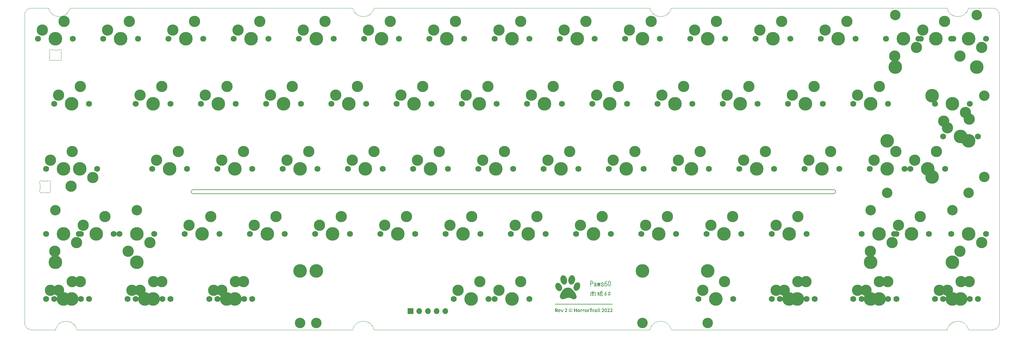
<source format=gts>
G04 #@! TF.GenerationSoftware,KiCad,Pcbnew,(6.99.0-1912-g359c99991b)*
G04 #@! TF.CreationDate,2022-08-16T22:17:22+07:00*
G04 #@! TF.ProjectId,paws60,70617773-3630-42e6-9b69-6361645f7063,2*
G04 #@! TF.SameCoordinates,Original*
G04 #@! TF.FileFunction,Soldermask,Top*
G04 #@! TF.FilePolarity,Negative*
%FSLAX46Y46*%
G04 Gerber Fmt 4.6, Leading zero omitted, Abs format (unit mm)*
G04 Created by KiCad (PCBNEW (6.99.0-1912-g359c99991b)) date 2022-08-16 22:17:22*
%MOMM*%
%LPD*%
G01*
G04 APERTURE LIST*
%ADD10C,0.013000*%
%ADD11C,0.150000*%
%ADD12C,0.125000*%
%ADD13C,0.156250*%
%ADD14C,0.187500*%
%ADD15C,3.048000*%
%ADD16C,3.987800*%
%ADD17R,1.700000X1.700000*%
%ADD18O,1.700000X1.700000*%
%ADD19C,1.750000*%
%ADD20C,3.300000*%
G04 #@! TA.AperFunction,Profile*
%ADD21C,0.100000*%
G04 #@! TD*
G04 #@! TA.AperFunction,Profile*
%ADD22C,0.200000*%
G04 #@! TD*
G04 APERTURE END LIST*
D10*
G36*
X157271269Y-78257921D02*
G01*
X157292140Y-78259284D01*
X157313156Y-78261416D01*
X157334318Y-78264329D01*
X157355624Y-78268036D01*
X157377076Y-78272549D01*
X157398673Y-78277881D01*
X157456969Y-78295456D01*
X157513418Y-78316035D01*
X157568024Y-78339504D01*
X157620789Y-78365748D01*
X157671715Y-78394652D01*
X157720806Y-78426100D01*
X157768064Y-78459979D01*
X157813492Y-78496172D01*
X157857092Y-78534567D01*
X157898868Y-78575046D01*
X157976956Y-78661801D01*
X158047778Y-78755520D01*
X158111354Y-78855281D01*
X158167708Y-78960168D01*
X158216860Y-79069259D01*
X158258833Y-79181637D01*
X158293647Y-79296382D01*
X158321325Y-79412575D01*
X158341888Y-79529297D01*
X158355358Y-79645629D01*
X158361756Y-79760651D01*
X158362962Y-79848274D01*
X158358526Y-79937600D01*
X158348366Y-80027756D01*
X158341113Y-80072872D01*
X158332399Y-80117868D01*
X158322212Y-80162635D01*
X158310542Y-80207064D01*
X158297378Y-80251045D01*
X158282712Y-80294470D01*
X158266531Y-80337228D01*
X158248826Y-80379212D01*
X158229587Y-80420312D01*
X158208802Y-80460419D01*
X158186462Y-80499423D01*
X158162556Y-80537216D01*
X158137075Y-80573688D01*
X158110006Y-80608730D01*
X158081341Y-80642233D01*
X158051069Y-80674089D01*
X158019179Y-80704186D01*
X157985662Y-80732418D01*
X157950506Y-80758674D01*
X157913701Y-80782845D01*
X157875238Y-80804823D01*
X157835105Y-80824497D01*
X157793293Y-80841759D01*
X157749790Y-80856500D01*
X157704587Y-80868611D01*
X157657673Y-80877982D01*
X157644274Y-80879898D01*
X157630844Y-80881519D01*
X157617389Y-80882841D01*
X157603914Y-80883864D01*
X157590425Y-80884586D01*
X157576927Y-80885005D01*
X157563427Y-80885118D01*
X157549929Y-80884926D01*
X157536438Y-80884425D01*
X157522962Y-80883613D01*
X157509505Y-80882490D01*
X157496072Y-80881053D01*
X157482670Y-80879301D01*
X157469303Y-80877232D01*
X157455978Y-80874844D01*
X157442699Y-80872135D01*
X157373274Y-80848737D01*
X157306343Y-80821568D01*
X157241912Y-80790783D01*
X157179987Y-80756535D01*
X157120574Y-80718979D01*
X157063679Y-80678272D01*
X157009308Y-80634567D01*
X156957467Y-80588019D01*
X156908162Y-80538783D01*
X156861399Y-80487014D01*
X156817183Y-80432867D01*
X156775521Y-80376496D01*
X156699882Y-80257704D01*
X156634529Y-80131876D01*
X156579509Y-80000251D01*
X156534870Y-79864068D01*
X156500659Y-79724565D01*
X156476925Y-79582981D01*
X156463714Y-79440555D01*
X156461075Y-79298524D01*
X156469054Y-79158129D01*
X156487699Y-79020607D01*
X156501830Y-78951951D01*
X156521307Y-78883339D01*
X156545907Y-78815360D01*
X156575406Y-78748604D01*
X156609579Y-78683659D01*
X156648203Y-78621116D01*
X156691054Y-78561564D01*
X156713994Y-78533094D01*
X156737907Y-78505593D01*
X156762765Y-78479134D01*
X156788540Y-78453791D01*
X156815203Y-78429638D01*
X156842727Y-78406749D01*
X156871084Y-78385196D01*
X156900245Y-78365055D01*
X156930183Y-78346398D01*
X156960870Y-78329299D01*
X156992278Y-78313833D01*
X157024379Y-78300072D01*
X157057144Y-78288090D01*
X157090546Y-78277961D01*
X157124556Y-78269759D01*
X157159148Y-78263557D01*
X157194292Y-78259430D01*
X157229961Y-78257450D01*
X157250542Y-78257313D01*
X157271269Y-78257921D01*
G37*
X157271269Y-78257921D02*
X157292140Y-78259284D01*
X157313156Y-78261416D01*
X157334318Y-78264329D01*
X157355624Y-78268036D01*
X157377076Y-78272549D01*
X157398673Y-78277881D01*
X157456969Y-78295456D01*
X157513418Y-78316035D01*
X157568024Y-78339504D01*
X157620789Y-78365748D01*
X157671715Y-78394652D01*
X157720806Y-78426100D01*
X157768064Y-78459979D01*
X157813492Y-78496172D01*
X157857092Y-78534567D01*
X157898868Y-78575046D01*
X157976956Y-78661801D01*
X158047778Y-78755520D01*
X158111354Y-78855281D01*
X158167708Y-78960168D01*
X158216860Y-79069259D01*
X158258833Y-79181637D01*
X158293647Y-79296382D01*
X158321325Y-79412575D01*
X158341888Y-79529297D01*
X158355358Y-79645629D01*
X158361756Y-79760651D01*
X158362962Y-79848274D01*
X158358526Y-79937600D01*
X158348366Y-80027756D01*
X158341113Y-80072872D01*
X158332399Y-80117868D01*
X158322212Y-80162635D01*
X158310542Y-80207064D01*
X158297378Y-80251045D01*
X158282712Y-80294470D01*
X158266531Y-80337228D01*
X158248826Y-80379212D01*
X158229587Y-80420312D01*
X158208802Y-80460419D01*
X158186462Y-80499423D01*
X158162556Y-80537216D01*
X158137075Y-80573688D01*
X158110006Y-80608730D01*
X158081341Y-80642233D01*
X158051069Y-80674089D01*
X158019179Y-80704186D01*
X157985662Y-80732418D01*
X157950506Y-80758674D01*
X157913701Y-80782845D01*
X157875238Y-80804823D01*
X157835105Y-80824497D01*
X157793293Y-80841759D01*
X157749790Y-80856500D01*
X157704587Y-80868611D01*
X157657673Y-80877982D01*
X157644274Y-80879898D01*
X157630844Y-80881519D01*
X157617389Y-80882841D01*
X157603914Y-80883864D01*
X157590425Y-80884586D01*
X157576927Y-80885005D01*
X157563427Y-80885118D01*
X157549929Y-80884926D01*
X157536438Y-80884425D01*
X157522962Y-80883613D01*
X157509505Y-80882490D01*
X157496072Y-80881053D01*
X157482670Y-80879301D01*
X157469303Y-80877232D01*
X157455978Y-80874844D01*
X157442699Y-80872135D01*
X157373274Y-80848737D01*
X157306343Y-80821568D01*
X157241912Y-80790783D01*
X157179987Y-80756535D01*
X157120574Y-80718979D01*
X157063679Y-80678272D01*
X157009308Y-80634567D01*
X156957467Y-80588019D01*
X156908162Y-80538783D01*
X156861399Y-80487014D01*
X156817183Y-80432867D01*
X156775521Y-80376496D01*
X156699882Y-80257704D01*
X156634529Y-80131876D01*
X156579509Y-80000251D01*
X156534870Y-79864068D01*
X156500659Y-79724565D01*
X156476925Y-79582981D01*
X156463714Y-79440555D01*
X156461075Y-79298524D01*
X156469054Y-79158129D01*
X156487699Y-79020607D01*
X156501830Y-78951951D01*
X156521307Y-78883339D01*
X156545907Y-78815360D01*
X156575406Y-78748604D01*
X156609579Y-78683659D01*
X156648203Y-78621116D01*
X156691054Y-78561564D01*
X156713994Y-78533094D01*
X156737907Y-78505593D01*
X156762765Y-78479134D01*
X156788540Y-78453791D01*
X156815203Y-78429638D01*
X156842727Y-78406749D01*
X156871084Y-78385196D01*
X156900245Y-78365055D01*
X156930183Y-78346398D01*
X156960870Y-78329299D01*
X156992278Y-78313833D01*
X157024379Y-78300072D01*
X157057144Y-78288090D01*
X157090546Y-78277961D01*
X157124556Y-78269759D01*
X157159148Y-78263557D01*
X157194292Y-78259430D01*
X157229961Y-78257450D01*
X157250542Y-78257313D01*
X157271269Y-78257921D01*
G36*
X155731223Y-80459943D02*
G01*
X155751926Y-80461040D01*
X155772617Y-80462765D01*
X155793281Y-80465124D01*
X155813900Y-80468120D01*
X155834458Y-80471756D01*
X155854937Y-80476037D01*
X155875322Y-80480968D01*
X155895596Y-80486551D01*
X155915741Y-80492791D01*
X155935742Y-80499693D01*
X155955580Y-80507259D01*
X155975241Y-80515495D01*
X155994707Y-80524403D01*
X156013961Y-80533989D01*
X156032986Y-80544256D01*
X156090267Y-80574131D01*
X156146011Y-80606675D01*
X156200164Y-80641782D01*
X156252673Y-80679344D01*
X156352548Y-80761410D01*
X156445210Y-80852021D01*
X156530234Y-80950326D01*
X156607194Y-81055473D01*
X156675665Y-81166610D01*
X156735222Y-81282885D01*
X156785439Y-81403447D01*
X156825891Y-81527444D01*
X156856152Y-81654025D01*
X156875797Y-81782337D01*
X156884400Y-81911528D01*
X156884428Y-81976188D01*
X156881536Y-82040748D01*
X156875671Y-82105102D01*
X156866780Y-82169144D01*
X156854809Y-82232766D01*
X156839706Y-82295864D01*
X156821476Y-82353899D01*
X156798492Y-82410303D01*
X156771006Y-82464690D01*
X156739271Y-82516669D01*
X156703540Y-82565853D01*
X156664065Y-82611853D01*
X156621098Y-82654281D01*
X156598384Y-82674034D01*
X156574893Y-82692749D01*
X156550654Y-82710376D01*
X156525701Y-82726867D01*
X156500065Y-82742174D01*
X156473777Y-82756247D01*
X156446868Y-82769039D01*
X156419371Y-82780502D01*
X156391317Y-82790585D01*
X156362738Y-82799241D01*
X156333665Y-82806422D01*
X156304129Y-82812078D01*
X156274163Y-82816161D01*
X156243797Y-82818623D01*
X156213064Y-82819415D01*
X156181995Y-82818489D01*
X156150622Y-82815795D01*
X156118976Y-82811285D01*
X156043795Y-82793836D01*
X155970557Y-82771828D01*
X155899339Y-82745446D01*
X155830218Y-82714875D01*
X155763271Y-82680302D01*
X155698575Y-82641913D01*
X155636207Y-82599892D01*
X155576245Y-82554426D01*
X155518765Y-82505701D01*
X155463845Y-82453901D01*
X155411561Y-82399214D01*
X155361991Y-82341824D01*
X155315211Y-82281917D01*
X155271300Y-82219678D01*
X155230333Y-82155295D01*
X155192389Y-82088951D01*
X155157543Y-82020834D01*
X155125874Y-81951128D01*
X155097458Y-81880020D01*
X155072372Y-81807695D01*
X155050694Y-81734338D01*
X155032500Y-81660136D01*
X155017868Y-81585274D01*
X155006875Y-81509938D01*
X154999597Y-81434313D01*
X154996113Y-81358586D01*
X154996498Y-81282942D01*
X155000830Y-81207566D01*
X155009187Y-81132645D01*
X155021644Y-81058363D01*
X155038280Y-80984908D01*
X155059171Y-80912464D01*
X155068346Y-80885949D01*
X155078571Y-80860133D01*
X155089816Y-80835027D01*
X155102046Y-80810639D01*
X155115230Y-80786979D01*
X155129332Y-80764058D01*
X155144322Y-80741885D01*
X155160164Y-80720471D01*
X155194278Y-80679954D01*
X155231410Y-80642588D01*
X155271295Y-80608451D01*
X155313668Y-80577620D01*
X155358266Y-80550176D01*
X155404824Y-80526196D01*
X155453078Y-80505759D01*
X155502762Y-80488944D01*
X155553614Y-80475828D01*
X155605368Y-80466492D01*
X155657760Y-80461013D01*
X155710525Y-80459471D01*
X155710525Y-80459470D01*
X155731223Y-80459943D01*
G37*
X155731223Y-80459943D02*
X155751926Y-80461040D01*
X155772617Y-80462765D01*
X155793281Y-80465124D01*
X155813900Y-80468120D01*
X155834458Y-80471756D01*
X155854937Y-80476037D01*
X155875322Y-80480968D01*
X155895596Y-80486551D01*
X155915741Y-80492791D01*
X155935742Y-80499693D01*
X155955580Y-80507259D01*
X155975241Y-80515495D01*
X155994707Y-80524403D01*
X156013961Y-80533989D01*
X156032986Y-80544256D01*
X156090267Y-80574131D01*
X156146011Y-80606675D01*
X156200164Y-80641782D01*
X156252673Y-80679344D01*
X156352548Y-80761410D01*
X156445210Y-80852021D01*
X156530234Y-80950326D01*
X156607194Y-81055473D01*
X156675665Y-81166610D01*
X156735222Y-81282885D01*
X156785439Y-81403447D01*
X156825891Y-81527444D01*
X156856152Y-81654025D01*
X156875797Y-81782337D01*
X156884400Y-81911528D01*
X156884428Y-81976188D01*
X156881536Y-82040748D01*
X156875671Y-82105102D01*
X156866780Y-82169144D01*
X156854809Y-82232766D01*
X156839706Y-82295864D01*
X156821476Y-82353899D01*
X156798492Y-82410303D01*
X156771006Y-82464690D01*
X156739271Y-82516669D01*
X156703540Y-82565853D01*
X156664065Y-82611853D01*
X156621098Y-82654281D01*
X156598384Y-82674034D01*
X156574893Y-82692749D01*
X156550654Y-82710376D01*
X156525701Y-82726867D01*
X156500065Y-82742174D01*
X156473777Y-82756247D01*
X156446868Y-82769039D01*
X156419371Y-82780502D01*
X156391317Y-82790585D01*
X156362738Y-82799241D01*
X156333665Y-82806422D01*
X156304129Y-82812078D01*
X156274163Y-82816161D01*
X156243797Y-82818623D01*
X156213064Y-82819415D01*
X156181995Y-82818489D01*
X156150622Y-82815795D01*
X156118976Y-82811285D01*
X156043795Y-82793836D01*
X155970557Y-82771828D01*
X155899339Y-82745446D01*
X155830218Y-82714875D01*
X155763271Y-82680302D01*
X155698575Y-82641913D01*
X155636207Y-82599892D01*
X155576245Y-82554426D01*
X155518765Y-82505701D01*
X155463845Y-82453901D01*
X155411561Y-82399214D01*
X155361991Y-82341824D01*
X155315211Y-82281917D01*
X155271300Y-82219678D01*
X155230333Y-82155295D01*
X155192389Y-82088951D01*
X155157543Y-82020834D01*
X155125874Y-81951128D01*
X155097458Y-81880020D01*
X155072372Y-81807695D01*
X155050694Y-81734338D01*
X155032500Y-81660136D01*
X155017868Y-81585274D01*
X155006875Y-81509938D01*
X154999597Y-81434313D01*
X154996113Y-81358586D01*
X154996498Y-81282942D01*
X155000830Y-81207566D01*
X155009187Y-81132645D01*
X155021644Y-81058363D01*
X155038280Y-80984908D01*
X155059171Y-80912464D01*
X155068346Y-80885949D01*
X155078571Y-80860133D01*
X155089816Y-80835027D01*
X155102046Y-80810639D01*
X155115230Y-80786979D01*
X155129332Y-80764058D01*
X155144322Y-80741885D01*
X155160164Y-80720471D01*
X155194278Y-80679954D01*
X155231410Y-80642588D01*
X155271295Y-80608451D01*
X155313668Y-80577620D01*
X155358266Y-80550176D01*
X155404824Y-80526196D01*
X155453078Y-80505759D01*
X155502762Y-80488944D01*
X155553614Y-80475828D01*
X155605368Y-80466492D01*
X155657760Y-80461013D01*
X155710525Y-80459471D01*
X155710525Y-80459470D01*
X155731223Y-80459943D01*
G36*
X161511038Y-80312601D02*
G01*
X161555279Y-80316286D01*
X161598188Y-80322787D01*
X161639750Y-80331996D01*
X161679953Y-80343805D01*
X161718783Y-80358105D01*
X161756226Y-80374788D01*
X161792270Y-80393745D01*
X161826900Y-80414869D01*
X161860103Y-80438051D01*
X161891866Y-80463184D01*
X161922175Y-80490158D01*
X161951016Y-80518865D01*
X161978377Y-80549197D01*
X162004244Y-80581047D01*
X162028602Y-80614305D01*
X162051440Y-80648863D01*
X162092497Y-80721448D01*
X162127308Y-80797935D01*
X162155765Y-80877458D01*
X162177759Y-80959151D01*
X162193182Y-81042148D01*
X162201928Y-81125583D01*
X162203888Y-81208590D01*
X162198955Y-81290302D01*
X162195734Y-81351660D01*
X162189841Y-81413479D01*
X162181320Y-81475605D01*
X162170214Y-81537881D01*
X162156567Y-81600149D01*
X162140423Y-81662255D01*
X162121825Y-81724042D01*
X162100817Y-81785352D01*
X162077442Y-81846031D01*
X162051746Y-81905921D01*
X162023770Y-81964866D01*
X161993559Y-82022711D01*
X161961156Y-82079298D01*
X161926605Y-82134471D01*
X161889950Y-82188073D01*
X161851235Y-82239950D01*
X161810502Y-82289943D01*
X161767797Y-82337897D01*
X161723162Y-82383656D01*
X161676641Y-82427063D01*
X161628277Y-82467961D01*
X161578116Y-82506195D01*
X161526199Y-82541608D01*
X161472571Y-82574043D01*
X161417276Y-82603345D01*
X161360357Y-82629357D01*
X161301858Y-82651923D01*
X161241823Y-82670885D01*
X161180295Y-82686089D01*
X161117317Y-82697378D01*
X161052934Y-82704594D01*
X160987190Y-82707583D01*
X160940341Y-82702626D01*
X160895090Y-82694517D01*
X160851446Y-82683386D01*
X160809418Y-82669364D01*
X160769017Y-82652580D01*
X160730252Y-82633165D01*
X160693134Y-82611248D01*
X160657672Y-82586961D01*
X160623877Y-82560432D01*
X160591757Y-82531792D01*
X160561324Y-82501171D01*
X160532586Y-82468699D01*
X160505555Y-82434507D01*
X160480238Y-82398724D01*
X160456648Y-82361481D01*
X160434793Y-82322908D01*
X160396328Y-82242291D01*
X160364924Y-82157914D01*
X160340659Y-82070819D01*
X160323613Y-81982045D01*
X160313865Y-81892635D01*
X160311494Y-81803629D01*
X160316578Y-81716068D01*
X160329197Y-81630993D01*
X160345875Y-81514878D01*
X160371416Y-81398710D01*
X160405557Y-81283463D01*
X160448030Y-81170113D01*
X160498571Y-81059633D01*
X160556914Y-80952999D01*
X160588928Y-80901429D01*
X160622793Y-80851186D01*
X160658476Y-80802391D01*
X160695943Y-80755167D01*
X160735162Y-80709636D01*
X160776099Y-80665918D01*
X160818721Y-80624137D01*
X160862995Y-80584414D01*
X160908887Y-80546870D01*
X160956365Y-80511628D01*
X161005395Y-80478810D01*
X161055944Y-80448537D01*
X161107979Y-80420930D01*
X161161466Y-80396113D01*
X161216373Y-80374207D01*
X161272666Y-80355333D01*
X161330313Y-80339614D01*
X161389279Y-80327170D01*
X161449532Y-80318125D01*
X161511038Y-80312600D01*
X161511038Y-80312601D01*
G37*
X161511038Y-80312601D02*
X161555279Y-80316286D01*
X161598188Y-80322787D01*
X161639750Y-80331996D01*
X161679953Y-80343805D01*
X161718783Y-80358105D01*
X161756226Y-80374788D01*
X161792270Y-80393745D01*
X161826900Y-80414869D01*
X161860103Y-80438051D01*
X161891866Y-80463184D01*
X161922175Y-80490158D01*
X161951016Y-80518865D01*
X161978377Y-80549197D01*
X162004244Y-80581047D01*
X162028602Y-80614305D01*
X162051440Y-80648863D01*
X162092497Y-80721448D01*
X162127308Y-80797935D01*
X162155765Y-80877458D01*
X162177759Y-80959151D01*
X162193182Y-81042148D01*
X162201928Y-81125583D01*
X162203888Y-81208590D01*
X162198955Y-81290302D01*
X162195734Y-81351660D01*
X162189841Y-81413479D01*
X162181320Y-81475605D01*
X162170214Y-81537881D01*
X162156567Y-81600149D01*
X162140423Y-81662255D01*
X162121825Y-81724042D01*
X162100817Y-81785352D01*
X162077442Y-81846031D01*
X162051746Y-81905921D01*
X162023770Y-81964866D01*
X161993559Y-82022711D01*
X161961156Y-82079298D01*
X161926605Y-82134471D01*
X161889950Y-82188073D01*
X161851235Y-82239950D01*
X161810502Y-82289943D01*
X161767797Y-82337897D01*
X161723162Y-82383656D01*
X161676641Y-82427063D01*
X161628277Y-82467961D01*
X161578116Y-82506195D01*
X161526199Y-82541608D01*
X161472571Y-82574043D01*
X161417276Y-82603345D01*
X161360357Y-82629357D01*
X161301858Y-82651923D01*
X161241823Y-82670885D01*
X161180295Y-82686089D01*
X161117317Y-82697378D01*
X161052934Y-82704594D01*
X160987190Y-82707583D01*
X160940341Y-82702626D01*
X160895090Y-82694517D01*
X160851446Y-82683386D01*
X160809418Y-82669364D01*
X160769017Y-82652580D01*
X160730252Y-82633165D01*
X160693134Y-82611248D01*
X160657672Y-82586961D01*
X160623877Y-82560432D01*
X160591757Y-82531792D01*
X160561324Y-82501171D01*
X160532586Y-82468699D01*
X160505555Y-82434507D01*
X160480238Y-82398724D01*
X160456648Y-82361481D01*
X160434793Y-82322908D01*
X160396328Y-82242291D01*
X160364924Y-82157914D01*
X160340659Y-82070819D01*
X160323613Y-81982045D01*
X160313865Y-81892635D01*
X160311494Y-81803629D01*
X160316578Y-81716068D01*
X160329197Y-81630993D01*
X160345875Y-81514878D01*
X160371416Y-81398710D01*
X160405557Y-81283463D01*
X160448030Y-81170113D01*
X160498571Y-81059633D01*
X160556914Y-80952999D01*
X160588928Y-80901429D01*
X160622793Y-80851186D01*
X160658476Y-80802391D01*
X160695943Y-80755167D01*
X160735162Y-80709636D01*
X160776099Y-80665918D01*
X160818721Y-80624137D01*
X160862995Y-80584414D01*
X160908887Y-80546870D01*
X160956365Y-80511628D01*
X161005395Y-80478810D01*
X161055944Y-80448537D01*
X161107979Y-80420930D01*
X161161466Y-80396113D01*
X161216373Y-80374207D01*
X161272666Y-80355333D01*
X161330313Y-80339614D01*
X161389279Y-80327170D01*
X161449532Y-80318125D01*
X161511038Y-80312600D01*
X161511038Y-80312601D01*
G36*
X158732059Y-81834789D02*
G01*
X158782565Y-81837066D01*
X158832946Y-81840955D01*
X158883167Y-81846480D01*
X158933192Y-81853664D01*
X158982983Y-81862532D01*
X159032507Y-81873108D01*
X159081725Y-81885415D01*
X159130603Y-81899477D01*
X159179105Y-81915318D01*
X159227194Y-81932963D01*
X159274834Y-81952435D01*
X159321989Y-81973759D01*
X159368624Y-81996957D01*
X159414702Y-82022054D01*
X159460187Y-82049074D01*
X159570523Y-82119883D01*
X159676244Y-82196091D01*
X159777618Y-82277290D01*
X159874909Y-82363076D01*
X159968386Y-82453041D01*
X160058314Y-82546780D01*
X160144959Y-82643887D01*
X160228590Y-82743956D01*
X160309471Y-82846580D01*
X160387870Y-82951353D01*
X160538287Y-83165724D01*
X160681972Y-83383819D01*
X160821058Y-83602390D01*
X160889417Y-83739654D01*
X160956567Y-83882512D01*
X160988217Y-83955676D01*
X161017800Y-84029804D01*
X161044726Y-84104750D01*
X161068407Y-84180369D01*
X161088255Y-84256516D01*
X161103682Y-84333046D01*
X161114098Y-84409814D01*
X161118915Y-84486674D01*
X161117546Y-84563483D01*
X161114357Y-84601822D01*
X161109400Y-84640093D01*
X161102603Y-84678279D01*
X161093890Y-84716361D01*
X161083190Y-84754321D01*
X161070428Y-84792141D01*
X161051931Y-84828214D01*
X161031643Y-84862346D01*
X161009650Y-84894558D01*
X160986036Y-84924871D01*
X160960884Y-84953308D01*
X160934278Y-84979889D01*
X160906304Y-85004637D01*
X160877046Y-85027573D01*
X160846586Y-85048719D01*
X160815011Y-85068095D01*
X160782404Y-85085725D01*
X160748849Y-85101629D01*
X160714430Y-85115828D01*
X160679233Y-85128345D01*
X160606837Y-85148418D01*
X160532334Y-85162019D01*
X160456400Y-85169322D01*
X160379708Y-85170498D01*
X160302931Y-85165721D01*
X160226743Y-85155162D01*
X160151819Y-85138995D01*
X160078832Y-85117392D01*
X160008457Y-85090525D01*
X159846697Y-85026025D01*
X159684504Y-84958249D01*
X159521268Y-84891985D01*
X159439067Y-84860916D01*
X159356376Y-84832019D01*
X159273119Y-84805894D01*
X159189219Y-84783138D01*
X159104601Y-84764350D01*
X159019187Y-84750128D01*
X158932901Y-84741070D01*
X158845667Y-84737775D01*
X158757409Y-84740841D01*
X158668051Y-84750867D01*
X158562919Y-84760333D01*
X158459355Y-84777148D01*
X158357129Y-84800186D01*
X158256013Y-84828325D01*
X158155777Y-84860438D01*
X158056190Y-84895403D01*
X157858051Y-84969388D01*
X157659758Y-85041285D01*
X157559980Y-85073639D01*
X157459475Y-85102099D01*
X157358015Y-85125540D01*
X157255368Y-85142836D01*
X157151306Y-85152865D01*
X157098673Y-85154803D01*
X157045600Y-85154502D01*
X157001687Y-85152747D01*
X156958610Y-85148134D01*
X156916436Y-85140767D01*
X156875231Y-85130751D01*
X156835060Y-85118190D01*
X156795989Y-85103191D01*
X156758085Y-85085857D01*
X156721413Y-85066293D01*
X156686039Y-85044604D01*
X156652029Y-85020896D01*
X156619449Y-84995273D01*
X156588365Y-84967839D01*
X156558842Y-84938701D01*
X156530948Y-84907962D01*
X156504747Y-84875727D01*
X156480306Y-84842102D01*
X156457691Y-84807191D01*
X156436967Y-84771099D01*
X156418200Y-84733931D01*
X156401457Y-84695791D01*
X156386803Y-84656786D01*
X156374305Y-84617018D01*
X156364027Y-84576595D01*
X156356037Y-84535619D01*
X156350400Y-84494196D01*
X156347181Y-84452432D01*
X156346448Y-84410430D01*
X156348265Y-84368296D01*
X156352700Y-84326134D01*
X156359816Y-84284050D01*
X156369682Y-84242148D01*
X156382362Y-84200533D01*
X156407818Y-84085951D01*
X156437612Y-83972535D01*
X156471564Y-83860333D01*
X156509495Y-83749392D01*
X156551224Y-83639757D01*
X156596572Y-83531477D01*
X156645359Y-83424596D01*
X156697404Y-83319162D01*
X156752528Y-83215221D01*
X156810552Y-83112821D01*
X156871294Y-83012007D01*
X156934576Y-82912826D01*
X157000216Y-82815325D01*
X157068037Y-82719551D01*
X157137856Y-82625549D01*
X157209496Y-82533368D01*
X157278932Y-82456715D01*
X157352827Y-82383483D01*
X157430868Y-82313881D01*
X157512746Y-82248116D01*
X157598150Y-82186397D01*
X157686769Y-82128932D01*
X157778293Y-82075930D01*
X157872411Y-82027598D01*
X157968812Y-81984146D01*
X158067186Y-81945782D01*
X158167223Y-81912713D01*
X158268611Y-81885149D01*
X158371039Y-81863297D01*
X158474198Y-81847366D01*
X158577777Y-81837564D01*
X158681465Y-81834100D01*
X158732059Y-81834789D01*
G37*
X158732059Y-81834789D02*
X158782565Y-81837066D01*
X158832946Y-81840955D01*
X158883167Y-81846480D01*
X158933192Y-81853664D01*
X158982983Y-81862532D01*
X159032507Y-81873108D01*
X159081725Y-81885415D01*
X159130603Y-81899477D01*
X159179105Y-81915318D01*
X159227194Y-81932963D01*
X159274834Y-81952435D01*
X159321989Y-81973759D01*
X159368624Y-81996957D01*
X159414702Y-82022054D01*
X159460187Y-82049074D01*
X159570523Y-82119883D01*
X159676244Y-82196091D01*
X159777618Y-82277290D01*
X159874909Y-82363076D01*
X159968386Y-82453041D01*
X160058314Y-82546780D01*
X160144959Y-82643887D01*
X160228590Y-82743956D01*
X160309471Y-82846580D01*
X160387870Y-82951353D01*
X160538287Y-83165724D01*
X160681972Y-83383819D01*
X160821058Y-83602390D01*
X160889417Y-83739654D01*
X160956567Y-83882512D01*
X160988217Y-83955676D01*
X161017800Y-84029804D01*
X161044726Y-84104750D01*
X161068407Y-84180369D01*
X161088255Y-84256516D01*
X161103682Y-84333046D01*
X161114098Y-84409814D01*
X161118915Y-84486674D01*
X161117546Y-84563483D01*
X161114357Y-84601822D01*
X161109400Y-84640093D01*
X161102603Y-84678279D01*
X161093890Y-84716361D01*
X161083190Y-84754321D01*
X161070428Y-84792141D01*
X161051931Y-84828214D01*
X161031643Y-84862346D01*
X161009650Y-84894558D01*
X160986036Y-84924871D01*
X160960884Y-84953308D01*
X160934278Y-84979889D01*
X160906304Y-85004637D01*
X160877046Y-85027573D01*
X160846586Y-85048719D01*
X160815011Y-85068095D01*
X160782404Y-85085725D01*
X160748849Y-85101629D01*
X160714430Y-85115828D01*
X160679233Y-85128345D01*
X160606837Y-85148418D01*
X160532334Y-85162019D01*
X160456400Y-85169322D01*
X160379708Y-85170498D01*
X160302931Y-85165721D01*
X160226743Y-85155162D01*
X160151819Y-85138995D01*
X160078832Y-85117392D01*
X160008457Y-85090525D01*
X159846697Y-85026025D01*
X159684504Y-84958249D01*
X159521268Y-84891985D01*
X159439067Y-84860916D01*
X159356376Y-84832019D01*
X159273119Y-84805894D01*
X159189219Y-84783138D01*
X159104601Y-84764350D01*
X159019187Y-84750128D01*
X158932901Y-84741070D01*
X158845667Y-84737775D01*
X158757409Y-84740841D01*
X158668051Y-84750867D01*
X158562919Y-84760333D01*
X158459355Y-84777148D01*
X158357129Y-84800186D01*
X158256013Y-84828325D01*
X158155777Y-84860438D01*
X158056190Y-84895403D01*
X157858051Y-84969388D01*
X157659758Y-85041285D01*
X157559980Y-85073639D01*
X157459475Y-85102099D01*
X157358015Y-85125540D01*
X157255368Y-85142836D01*
X157151306Y-85152865D01*
X157098673Y-85154803D01*
X157045600Y-85154502D01*
X157001687Y-85152747D01*
X156958610Y-85148134D01*
X156916436Y-85140767D01*
X156875231Y-85130751D01*
X156835060Y-85118190D01*
X156795989Y-85103191D01*
X156758085Y-85085857D01*
X156721413Y-85066293D01*
X156686039Y-85044604D01*
X156652029Y-85020896D01*
X156619449Y-84995273D01*
X156588365Y-84967839D01*
X156558842Y-84938701D01*
X156530948Y-84907962D01*
X156504747Y-84875727D01*
X156480306Y-84842102D01*
X156457691Y-84807191D01*
X156436967Y-84771099D01*
X156418200Y-84733931D01*
X156401457Y-84695791D01*
X156386803Y-84656786D01*
X156374305Y-84617018D01*
X156364027Y-84576595D01*
X156356037Y-84535619D01*
X156350400Y-84494196D01*
X156347181Y-84452432D01*
X156346448Y-84410430D01*
X156348265Y-84368296D01*
X156352700Y-84326134D01*
X156359816Y-84284050D01*
X156369682Y-84242148D01*
X156382362Y-84200533D01*
X156407818Y-84085951D01*
X156437612Y-83972535D01*
X156471564Y-83860333D01*
X156509495Y-83749392D01*
X156551224Y-83639757D01*
X156596572Y-83531477D01*
X156645359Y-83424596D01*
X156697404Y-83319162D01*
X156752528Y-83215221D01*
X156810552Y-83112821D01*
X156871294Y-83012007D01*
X156934576Y-82912826D01*
X157000216Y-82815325D01*
X157068037Y-82719551D01*
X157137856Y-82625549D01*
X157209496Y-82533368D01*
X157278932Y-82456715D01*
X157352827Y-82383483D01*
X157430868Y-82313881D01*
X157512746Y-82248116D01*
X157598150Y-82186397D01*
X157686769Y-82128932D01*
X157778293Y-82075930D01*
X157872411Y-82027598D01*
X157968812Y-81984146D01*
X158067186Y-81945782D01*
X158167223Y-81912713D01*
X158268611Y-81885149D01*
X158371039Y-81863297D01*
X158474198Y-81847366D01*
X158577777Y-81837564D01*
X158681465Y-81834100D01*
X158732059Y-81834789D01*
G36*
X159885503Y-78230333D02*
G01*
X159928339Y-78233886D01*
X159970289Y-78240067D01*
X160011323Y-78248780D01*
X160051413Y-78259931D01*
X160090529Y-78273424D01*
X160128642Y-78289165D01*
X160165724Y-78307058D01*
X160201744Y-78327009D01*
X160236675Y-78348922D01*
X160270487Y-78372703D01*
X160303151Y-78398255D01*
X160334637Y-78425485D01*
X160364918Y-78454298D01*
X160393963Y-78484597D01*
X160421744Y-78516289D01*
X160473397Y-78583469D01*
X160519643Y-78655077D01*
X160560252Y-78730353D01*
X160594989Y-78808537D01*
X160623622Y-78888869D01*
X160645920Y-78970587D01*
X160661649Y-79052933D01*
X160670576Y-79135145D01*
X160678717Y-79198917D01*
X160684473Y-79263378D01*
X160687848Y-79328395D01*
X160688848Y-79393835D01*
X160687477Y-79459566D01*
X160683741Y-79525454D01*
X160677645Y-79591368D01*
X160669192Y-79657173D01*
X160658389Y-79722737D01*
X160645241Y-79787928D01*
X160629751Y-79852613D01*
X160611926Y-79916658D01*
X160591769Y-79979930D01*
X160569287Y-80042298D01*
X160544484Y-80103628D01*
X160517364Y-80163787D01*
X160487934Y-80222643D01*
X160456197Y-80280062D01*
X160422159Y-80335912D01*
X160385825Y-80390060D01*
X160347199Y-80442373D01*
X160306287Y-80492718D01*
X160263094Y-80540963D01*
X160217624Y-80586974D01*
X160169882Y-80630619D01*
X160119874Y-80671765D01*
X160067604Y-80710279D01*
X160013077Y-80746028D01*
X159956298Y-80778880D01*
X159897273Y-80808701D01*
X159836005Y-80835359D01*
X159772501Y-80858721D01*
X159757224Y-80862673D01*
X159741843Y-80866266D01*
X159726368Y-80869489D01*
X159710811Y-80872328D01*
X159695186Y-80874773D01*
X159679502Y-80876810D01*
X159663773Y-80878429D01*
X159648010Y-80879616D01*
X159632224Y-80880360D01*
X159616428Y-80880648D01*
X159600634Y-80880468D01*
X159584853Y-80879809D01*
X159569097Y-80878658D01*
X159553378Y-80877004D01*
X159537708Y-80874833D01*
X159522099Y-80872135D01*
X159469444Y-80859573D01*
X159418789Y-80843899D01*
X159370126Y-80825243D01*
X159323448Y-80803732D01*
X159278747Y-80779495D01*
X159236015Y-80752661D01*
X159195246Y-80723358D01*
X159156431Y-80691714D01*
X159119564Y-80657857D01*
X159084636Y-80621917D01*
X159051640Y-80584021D01*
X159020569Y-80544298D01*
X158991415Y-80502877D01*
X158964170Y-80459886D01*
X158915378Y-80369706D01*
X158874135Y-80274787D01*
X158840378Y-80176157D01*
X158814049Y-80074841D01*
X158795087Y-79971869D01*
X158783432Y-79868267D01*
X158779023Y-79765063D01*
X158781800Y-79663284D01*
X158791704Y-79563958D01*
X158804287Y-79455490D01*
X158823643Y-79346129D01*
X158849755Y-79236787D01*
X158882603Y-79128374D01*
X158922169Y-79021803D01*
X158968436Y-78917984D01*
X158994075Y-78867391D01*
X159021383Y-78817828D01*
X159050357Y-78769409D01*
X159080994Y-78722248D01*
X159113293Y-78676458D01*
X159147250Y-78632154D01*
X159182864Y-78589449D01*
X159220132Y-78548457D01*
X159259052Y-78509292D01*
X159299622Y-78472069D01*
X159341839Y-78436900D01*
X159385701Y-78403900D01*
X159431206Y-78373184D01*
X159478352Y-78344864D01*
X159527135Y-78319054D01*
X159577555Y-78295869D01*
X159629608Y-78275423D01*
X159683293Y-78257828D01*
X159738606Y-78243200D01*
X159795546Y-78231653D01*
X159807176Y-78230833D01*
X159818806Y-78230196D01*
X159830372Y-78229750D01*
X159841809Y-78229503D01*
X159885503Y-78230333D01*
G37*
X159885503Y-78230333D02*
X159928339Y-78233886D01*
X159970289Y-78240067D01*
X160011323Y-78248780D01*
X160051413Y-78259931D01*
X160090529Y-78273424D01*
X160128642Y-78289165D01*
X160165724Y-78307058D01*
X160201744Y-78327009D01*
X160236675Y-78348922D01*
X160270487Y-78372703D01*
X160303151Y-78398255D01*
X160334637Y-78425485D01*
X160364918Y-78454298D01*
X160393963Y-78484597D01*
X160421744Y-78516289D01*
X160473397Y-78583469D01*
X160519643Y-78655077D01*
X160560252Y-78730353D01*
X160594989Y-78808537D01*
X160623622Y-78888869D01*
X160645920Y-78970587D01*
X160661649Y-79052933D01*
X160670576Y-79135145D01*
X160678717Y-79198917D01*
X160684473Y-79263378D01*
X160687848Y-79328395D01*
X160688848Y-79393835D01*
X160687477Y-79459566D01*
X160683741Y-79525454D01*
X160677645Y-79591368D01*
X160669192Y-79657173D01*
X160658389Y-79722737D01*
X160645241Y-79787928D01*
X160629751Y-79852613D01*
X160611926Y-79916658D01*
X160591769Y-79979930D01*
X160569287Y-80042298D01*
X160544484Y-80103628D01*
X160517364Y-80163787D01*
X160487934Y-80222643D01*
X160456197Y-80280062D01*
X160422159Y-80335912D01*
X160385825Y-80390060D01*
X160347199Y-80442373D01*
X160306287Y-80492718D01*
X160263094Y-80540963D01*
X160217624Y-80586974D01*
X160169882Y-80630619D01*
X160119874Y-80671765D01*
X160067604Y-80710279D01*
X160013077Y-80746028D01*
X159956298Y-80778880D01*
X159897273Y-80808701D01*
X159836005Y-80835359D01*
X159772501Y-80858721D01*
X159757224Y-80862673D01*
X159741843Y-80866266D01*
X159726368Y-80869489D01*
X159710811Y-80872328D01*
X159695186Y-80874773D01*
X159679502Y-80876810D01*
X159663773Y-80878429D01*
X159648010Y-80879616D01*
X159632224Y-80880360D01*
X159616428Y-80880648D01*
X159600634Y-80880468D01*
X159584853Y-80879809D01*
X159569097Y-80878658D01*
X159553378Y-80877004D01*
X159537708Y-80874833D01*
X159522099Y-80872135D01*
X159469444Y-80859573D01*
X159418789Y-80843899D01*
X159370126Y-80825243D01*
X159323448Y-80803732D01*
X159278747Y-80779495D01*
X159236015Y-80752661D01*
X159195246Y-80723358D01*
X159156431Y-80691714D01*
X159119564Y-80657857D01*
X159084636Y-80621917D01*
X159051640Y-80584021D01*
X159020569Y-80544298D01*
X158991415Y-80502877D01*
X158964170Y-80459886D01*
X158915378Y-80369706D01*
X158874135Y-80274787D01*
X158840378Y-80176157D01*
X158814049Y-80074841D01*
X158795087Y-79971869D01*
X158783432Y-79868267D01*
X158779023Y-79765063D01*
X158781800Y-79663284D01*
X158791704Y-79563958D01*
X158804287Y-79455490D01*
X158823643Y-79346129D01*
X158849755Y-79236787D01*
X158882603Y-79128374D01*
X158922169Y-79021803D01*
X158968436Y-78917984D01*
X158994075Y-78867391D01*
X159021383Y-78817828D01*
X159050357Y-78769409D01*
X159080994Y-78722248D01*
X159113293Y-78676458D01*
X159147250Y-78632154D01*
X159182864Y-78589449D01*
X159220132Y-78548457D01*
X159259052Y-78509292D01*
X159299622Y-78472069D01*
X159341839Y-78436900D01*
X159385701Y-78403900D01*
X159431206Y-78373184D01*
X159478352Y-78344864D01*
X159527135Y-78319054D01*
X159577555Y-78295869D01*
X159629608Y-78275423D01*
X159683293Y-78257828D01*
X159738606Y-78243200D01*
X159795546Y-78231653D01*
X159807176Y-78230833D01*
X159818806Y-78230196D01*
X159830372Y-78229750D01*
X159841809Y-78229503D01*
X159885503Y-78230333D01*
D11*
G36*
X154905862Y-86780420D02*
G01*
X154905862Y-86639736D01*
X155960991Y-86639736D01*
X155960991Y-86780420D01*
X154905862Y-86780420D01*
G37*
G36*
X155955129Y-86780420D02*
G01*
X155955129Y-86639736D01*
X157010258Y-86639736D01*
X157010258Y-86780420D01*
X155955129Y-86780420D01*
G37*
G36*
X157004396Y-86780420D02*
G01*
X157004396Y-86639736D01*
X158059525Y-86639736D01*
X158059525Y-86780420D01*
X157004396Y-86780420D01*
G37*
G36*
X158053663Y-86780420D02*
G01*
X158053663Y-86639736D01*
X159108792Y-86639736D01*
X159108792Y-86780420D01*
X158053663Y-86780420D01*
G37*
G36*
X159102931Y-86780420D02*
G01*
X159102931Y-86639736D01*
X160158060Y-86639736D01*
X160158060Y-86780420D01*
X159102931Y-86780420D01*
G37*
G36*
X160152198Y-86780420D02*
G01*
X160152198Y-86639736D01*
X161207327Y-86639736D01*
X161207327Y-86780420D01*
X160152198Y-86780420D01*
G37*
G36*
X161201465Y-86780420D02*
G01*
X161201465Y-86639736D01*
X162256594Y-86639736D01*
X162256594Y-86780420D01*
X161201465Y-86780420D01*
G37*
G36*
X162250732Y-86780420D02*
G01*
X162250732Y-86639736D01*
X163305862Y-86639736D01*
X163305862Y-86780420D01*
X162250732Y-86780420D01*
G37*
G36*
X163300000Y-86780420D02*
G01*
X163300000Y-86639736D01*
X164355129Y-86639736D01*
X164355129Y-86780420D01*
X163300000Y-86780420D01*
G37*
G36*
X164349267Y-86780420D02*
G01*
X164349267Y-86639736D01*
X165404396Y-86639736D01*
X165404396Y-86780420D01*
X164349267Y-86780420D01*
G37*
G36*
X165398534Y-86780420D02*
G01*
X165398534Y-86639736D01*
X166453663Y-86639736D01*
X166453663Y-86780420D01*
X165398534Y-86780420D01*
G37*
G36*
X166447801Y-86780420D02*
G01*
X166447801Y-86639736D01*
X167502931Y-86639736D01*
X167502931Y-86780420D01*
X166447801Y-86780420D01*
G37*
G36*
X167497069Y-86780420D02*
G01*
X167497069Y-86639736D01*
X168552198Y-86639736D01*
X168552198Y-86780420D01*
X167497069Y-86780420D01*
G37*
G36*
X168546336Y-86780420D02*
G01*
X168546336Y-86639736D01*
X169601465Y-86639736D01*
X169601465Y-86780420D01*
X168546336Y-86780420D01*
G37*
G36*
X169595603Y-86780420D02*
G01*
X169595603Y-86639736D01*
X170650732Y-86639736D01*
X170650732Y-86780420D01*
X169595603Y-86780420D01*
G37*
G36*
X170644871Y-86780420D02*
G01*
X170644871Y-86639736D01*
X171700000Y-86639736D01*
X171700000Y-86780420D01*
X170644871Y-86780420D01*
G37*
D12*
G36*
X155357375Y-87973857D02*
G01*
X155380698Y-87974783D01*
X155403256Y-87976326D01*
X155425050Y-87978486D01*
X155446079Y-87981264D01*
X155466343Y-87984659D01*
X155485843Y-87988671D01*
X155504578Y-87993301D01*
X155522548Y-87998548D01*
X155539753Y-88004412D01*
X155556194Y-88010894D01*
X155571870Y-88017993D01*
X155586782Y-88025709D01*
X155600929Y-88034042D01*
X155614311Y-88042993D01*
X155626928Y-88052561D01*
X155638781Y-88062746D01*
X155649869Y-88073548D01*
X155660192Y-88084968D01*
X155669751Y-88097005D01*
X155678545Y-88109659D01*
X155686574Y-88122931D01*
X155693838Y-88136820D01*
X155700338Y-88151326D01*
X155706074Y-88166450D01*
X155711044Y-88182191D01*
X155715250Y-88198549D01*
X155718691Y-88215524D01*
X155721367Y-88233117D01*
X155723279Y-88251327D01*
X155724426Y-88270154D01*
X155724808Y-88289598D01*
X155724627Y-88302855D01*
X155724084Y-88315849D01*
X155723179Y-88328580D01*
X155721912Y-88341050D01*
X155720283Y-88353256D01*
X155718291Y-88365201D01*
X155715938Y-88376883D01*
X155713222Y-88388303D01*
X155710145Y-88399460D01*
X155706705Y-88410355D01*
X155702903Y-88420988D01*
X155698739Y-88431358D01*
X155694213Y-88441466D01*
X155689325Y-88451312D01*
X155684075Y-88460895D01*
X155678463Y-88470216D01*
X155672489Y-88479274D01*
X155666153Y-88488070D01*
X155659455Y-88496604D01*
X155652394Y-88504875D01*
X155644972Y-88512884D01*
X155637187Y-88520631D01*
X155629041Y-88528115D01*
X155620532Y-88535337D01*
X155611661Y-88542297D01*
X155602428Y-88548994D01*
X155592834Y-88555428D01*
X155582877Y-88561601D01*
X155572558Y-88567511D01*
X155561876Y-88573158D01*
X155550833Y-88578544D01*
X155539428Y-88583667D01*
X155531796Y-88590444D01*
X155533811Y-88600031D01*
X155712596Y-88914616D01*
X155717201Y-88923958D01*
X155720299Y-88933300D01*
X155721973Y-88943681D01*
X155722122Y-88947833D01*
X155721192Y-88958203D01*
X155718764Y-88967782D01*
X155714829Y-88977592D01*
X155712596Y-88982027D01*
X155706066Y-88991526D01*
X155698533Y-88999415D01*
X155689999Y-89005694D01*
X155680463Y-89010363D01*
X155669925Y-89013422D01*
X155658386Y-89014871D01*
X155653490Y-89015000D01*
X155643483Y-89014759D01*
X155633614Y-89014038D01*
X155623883Y-89012836D01*
X155611121Y-89010485D01*
X155598604Y-89007279D01*
X155586330Y-89003219D01*
X155574301Y-88998303D01*
X155565440Y-88994056D01*
X155556716Y-88989327D01*
X155553838Y-88987644D01*
X155545413Y-88982302D01*
X155537358Y-88976625D01*
X155527191Y-88968534D01*
X155517681Y-88959848D01*
X155508827Y-88950567D01*
X155500630Y-88940691D01*
X155493089Y-88930219D01*
X155486204Y-88919151D01*
X155483008Y-88913394D01*
X155330600Y-88633004D01*
X155323915Y-88625097D01*
X155314191Y-88621090D01*
X155310084Y-88620792D01*
X155193092Y-88620792D01*
X155183274Y-88623797D01*
X155179468Y-88632813D01*
X155179414Y-88634469D01*
X155179414Y-88910464D01*
X155178929Y-88921241D01*
X155177475Y-88931591D01*
X155175052Y-88941513D01*
X155171659Y-88951008D01*
X155167297Y-88960075D01*
X155161966Y-88968715D01*
X155155665Y-88976928D01*
X155148395Y-88984713D01*
X155140515Y-88991812D01*
X155132260Y-88997964D01*
X155123631Y-89003169D01*
X155114629Y-89007428D01*
X155105252Y-89010741D01*
X155095501Y-89013107D01*
X155085377Y-89014526D01*
X155074878Y-89015000D01*
X155064433Y-89014526D01*
X155054347Y-89013107D01*
X155044619Y-89010741D01*
X155035250Y-89007428D01*
X155026240Y-89003169D01*
X155017588Y-88997964D01*
X155009295Y-88991812D01*
X155001361Y-88984713D01*
X154994148Y-88976928D01*
X154987897Y-88968715D01*
X154982608Y-88960075D01*
X154978280Y-88951008D01*
X154974914Y-88941513D01*
X154972510Y-88931591D01*
X154971067Y-88921241D01*
X154970587Y-88910464D01*
X154970587Y-88442006D01*
X155179414Y-88442006D01*
X155182032Y-88451523D01*
X155191435Y-88455873D01*
X155193092Y-88455928D01*
X155313992Y-88455928D01*
X155326357Y-88455764D01*
X155338355Y-88455271D01*
X155349987Y-88454451D01*
X155361253Y-88453302D01*
X155372152Y-88451825D01*
X155382685Y-88450020D01*
X155392852Y-88447887D01*
X155402652Y-88445425D01*
X155412086Y-88442635D01*
X155425550Y-88437836D01*
X155438189Y-88432297D01*
X155450005Y-88426020D01*
X155460996Y-88419005D01*
X155467865Y-88413918D01*
X155477468Y-88405687D01*
X155486126Y-88396747D01*
X155493840Y-88387100D01*
X155500609Y-88376743D01*
X155506433Y-88365679D01*
X155511313Y-88353906D01*
X155515249Y-88341424D01*
X155518240Y-88328234D01*
X155520287Y-88314336D01*
X155521388Y-88299730D01*
X155521598Y-88289598D01*
X155521397Y-88279468D01*
X155520793Y-88269715D01*
X155519132Y-88255795D01*
X155516566Y-88242725D01*
X155513093Y-88230504D01*
X155508715Y-88219134D01*
X155503430Y-88208614D01*
X155497240Y-88198944D01*
X155490144Y-88190124D01*
X155482142Y-88182154D01*
X155473234Y-88175035D01*
X155470063Y-88172850D01*
X155459934Y-88166696D01*
X155448874Y-88161147D01*
X155436882Y-88156203D01*
X155423958Y-88151864D01*
X155410103Y-88148131D01*
X155400349Y-88145979D01*
X155390180Y-88144096D01*
X155379598Y-88142481D01*
X155368601Y-88141136D01*
X155357190Y-88140060D01*
X155345365Y-88139253D01*
X155333127Y-88138715D01*
X155320474Y-88138446D01*
X155313992Y-88138412D01*
X155193092Y-88138412D01*
X155183274Y-88141417D01*
X155179468Y-88150433D01*
X155179414Y-88152090D01*
X155179414Y-88442006D01*
X154970587Y-88442006D01*
X154970587Y-88093227D01*
X154971132Y-88081061D01*
X154972769Y-88069352D01*
X154975498Y-88058102D01*
X154979318Y-88047309D01*
X154984230Y-88036975D01*
X154990233Y-88027098D01*
X154997327Y-88017680D01*
X155005513Y-88008719D01*
X155014531Y-88000476D01*
X155023999Y-87993332D01*
X155033918Y-87987287D01*
X155044287Y-87982341D01*
X155055106Y-87978494D01*
X155066376Y-87975746D01*
X155078095Y-87974098D01*
X155090266Y-87973548D01*
X155333287Y-87973548D01*
X155357375Y-87973857D01*
G37*
G36*
X156230129Y-88207426D02*
G01*
X156248393Y-88208571D01*
X156266132Y-88210479D01*
X156283346Y-88213150D01*
X156300036Y-88216585D01*
X156316200Y-88220783D01*
X156331841Y-88225744D01*
X156346956Y-88231468D01*
X156361547Y-88237956D01*
X156375613Y-88245207D01*
X156389154Y-88253221D01*
X156402170Y-88261999D01*
X156414662Y-88271540D01*
X156426629Y-88281844D01*
X156438071Y-88292911D01*
X156448988Y-88304741D01*
X156460139Y-88317834D01*
X156470570Y-88331345D01*
X156480281Y-88345273D01*
X156489273Y-88359620D01*
X156497546Y-88374384D01*
X156505099Y-88389566D01*
X156511933Y-88405166D01*
X156518048Y-88421184D01*
X156523443Y-88437620D01*
X156528119Y-88454474D01*
X156532076Y-88471745D01*
X156535313Y-88489435D01*
X156537831Y-88507542D01*
X156539629Y-88526067D01*
X156540708Y-88545010D01*
X156541068Y-88564371D01*
X156540488Y-88576141D01*
X156538748Y-88587391D01*
X156535847Y-88598123D01*
X156531787Y-88608335D01*
X156526566Y-88618029D01*
X156520185Y-88627203D01*
X156512644Y-88635858D01*
X156503943Y-88643995D01*
X156494116Y-88652066D01*
X156483808Y-88659061D01*
X156473020Y-88664980D01*
X156461750Y-88669823D01*
X156450000Y-88673590D01*
X156437769Y-88676280D01*
X156425056Y-88677895D01*
X156415207Y-88678399D01*
X156411864Y-88678433D01*
X156058933Y-88678433D01*
X156050628Y-88682585D01*
X156047942Y-88692110D01*
X156050001Y-88703120D01*
X156052392Y-88713802D01*
X156055114Y-88724156D01*
X156058169Y-88734181D01*
X156061556Y-88743878D01*
X156065275Y-88753247D01*
X156069326Y-88762288D01*
X156076025Y-88775234D01*
X156083471Y-88787441D01*
X156091665Y-88798910D01*
X156100605Y-88809641D01*
X156110292Y-88819633D01*
X156120726Y-88828886D01*
X156131776Y-88837354D01*
X156143312Y-88844989D01*
X156155332Y-88851791D01*
X156167838Y-88857761D01*
X156180829Y-88862897D01*
X156194305Y-88867200D01*
X156208266Y-88870671D01*
X156222713Y-88873308D01*
X156232613Y-88874604D01*
X156242729Y-88875529D01*
X156253061Y-88876084D01*
X156263608Y-88876270D01*
X156274392Y-88876076D01*
X156285129Y-88875497D01*
X156295819Y-88874531D01*
X156306461Y-88873178D01*
X156317057Y-88871440D01*
X156327605Y-88869314D01*
X156338105Y-88866803D01*
X156348559Y-88863905D01*
X156358965Y-88860620D01*
X156369324Y-88856950D01*
X156376204Y-88854288D01*
X156385527Y-88850982D01*
X156395841Y-88848578D01*
X156406106Y-88847509D01*
X156409177Y-88847449D01*
X156419056Y-88847892D01*
X156429154Y-88849362D01*
X156432624Y-88850136D01*
X156443323Y-88853877D01*
X156452889Y-88858871D01*
X156461321Y-88865119D01*
X156468619Y-88872621D01*
X156474785Y-88881377D01*
X156476588Y-88884574D01*
X156480755Y-88893565D01*
X156484020Y-88903863D01*
X156485778Y-88914353D01*
X156486113Y-88921454D01*
X156485355Y-88931766D01*
X156483427Y-88940750D01*
X156480132Y-88951480D01*
X156475378Y-88960957D01*
X156469164Y-88969180D01*
X156461491Y-88976150D01*
X156452357Y-88981865D01*
X156448988Y-88983492D01*
X156435935Y-88989644D01*
X156422847Y-88995399D01*
X156409725Y-89000757D01*
X156396568Y-89005718D01*
X156383377Y-89010283D01*
X156370151Y-89014450D01*
X156356892Y-89018220D01*
X156343598Y-89021594D01*
X156330269Y-89024571D01*
X156316907Y-89027151D01*
X156303509Y-89029334D01*
X156290078Y-89031120D01*
X156276612Y-89032509D01*
X156263112Y-89033501D01*
X156249578Y-89034096D01*
X156236009Y-89034295D01*
X156225427Y-89034186D01*
X156214962Y-89033860D01*
X156204613Y-89033316D01*
X156194381Y-89032554D01*
X156184265Y-89031576D01*
X156174265Y-89030379D01*
X156164382Y-89028965D01*
X156154615Y-89027334D01*
X156144964Y-89025485D01*
X156126013Y-89021134D01*
X156107526Y-89015914D01*
X156089506Y-89009823D01*
X156071951Y-89002862D01*
X156054862Y-88995031D01*
X156038238Y-88986330D01*
X156022080Y-88976758D01*
X156006387Y-88966317D01*
X155991160Y-88955005D01*
X155976399Y-88942824D01*
X155962103Y-88929772D01*
X155955129Y-88922920D01*
X155948322Y-88915883D01*
X155935356Y-88901350D01*
X155923255Y-88886207D01*
X155912018Y-88870454D01*
X155901645Y-88854089D01*
X155892137Y-88837114D01*
X155887707Y-88828398D01*
X155883493Y-88819529D01*
X155879495Y-88810507D01*
X155875714Y-88801333D01*
X155872148Y-88792006D01*
X155868798Y-88782526D01*
X155865665Y-88772894D01*
X155862748Y-88763109D01*
X155860046Y-88753171D01*
X155857561Y-88743081D01*
X155855292Y-88732838D01*
X155853239Y-88722442D01*
X155851403Y-88711894D01*
X155849782Y-88701193D01*
X155848377Y-88690340D01*
X155847189Y-88679334D01*
X155846216Y-88668175D01*
X155845460Y-88656863D01*
X155844920Y-88645399D01*
X155844595Y-88633782D01*
X155844487Y-88622013D01*
X155844608Y-88610551D01*
X155844968Y-88599188D01*
X155845569Y-88587921D01*
X155846411Y-88576752D01*
X155847493Y-88565679D01*
X155848815Y-88554705D01*
X155850378Y-88543827D01*
X155852181Y-88533047D01*
X155852496Y-88531399D01*
X156045011Y-88531399D01*
X156047942Y-88538237D01*
X156056002Y-88542390D01*
X156350070Y-88542390D01*
X156359350Y-88538493D01*
X156359596Y-88538237D01*
X156363731Y-88529379D01*
X156363748Y-88528712D01*
X156362723Y-88514596D01*
X156361114Y-88501097D01*
X156358922Y-88488217D01*
X156356146Y-88475956D01*
X156352785Y-88464312D01*
X156348841Y-88453287D01*
X156344313Y-88442880D01*
X156339201Y-88433091D01*
X156333505Y-88423920D01*
X156327226Y-88415368D01*
X156322715Y-88410010D01*
X156315451Y-88402502D01*
X156307582Y-88395733D01*
X156299108Y-88389703D01*
X156290028Y-88384410D01*
X156280343Y-88379856D01*
X156270053Y-88376041D01*
X156259157Y-88372964D01*
X156247656Y-88370626D01*
X156235550Y-88369026D01*
X156222838Y-88368164D01*
X156214027Y-88368000D01*
X156202574Y-88368361D01*
X156191387Y-88369443D01*
X156180466Y-88371246D01*
X156169811Y-88373770D01*
X156159423Y-88377016D01*
X156149301Y-88380983D01*
X156139445Y-88385672D01*
X156129855Y-88391081D01*
X156120531Y-88397212D01*
X156111473Y-88404064D01*
X156105583Y-88409033D01*
X156098248Y-88415951D01*
X156091386Y-88422966D01*
X156081981Y-88433672D01*
X156073641Y-88444596D01*
X156066365Y-88455739D01*
X156060154Y-88467102D01*
X156055008Y-88478683D01*
X156050926Y-88490483D01*
X156047909Y-88502502D01*
X156045957Y-88514741D01*
X156045070Y-88527198D01*
X156045011Y-88531399D01*
X155852496Y-88531399D01*
X155854225Y-88522365D01*
X155856509Y-88511779D01*
X155859033Y-88501291D01*
X155861798Y-88490900D01*
X155864803Y-88480607D01*
X155868049Y-88470410D01*
X155871535Y-88460312D01*
X155875262Y-88450310D01*
X155879220Y-88440464D01*
X155883337Y-88430832D01*
X155887615Y-88421413D01*
X155892054Y-88412208D01*
X155896652Y-88403217D01*
X155901411Y-88394439D01*
X155906330Y-88385876D01*
X155911410Y-88377526D01*
X155919330Y-88365401D01*
X155927610Y-88353758D01*
X155936251Y-88342595D01*
X155945253Y-88331913D01*
X155954615Y-88321712D01*
X155957816Y-88318419D01*
X155967606Y-88308818D01*
X155977648Y-88299617D01*
X155987945Y-88290815D01*
X155998494Y-88282412D01*
X156009297Y-88274409D01*
X156020353Y-88266804D01*
X156031662Y-88259600D01*
X156043225Y-88252794D01*
X156055041Y-88246388D01*
X156067110Y-88240380D01*
X156075297Y-88236598D01*
X156087698Y-88231316D01*
X156100172Y-88226554D01*
X156112720Y-88222311D01*
X156125340Y-88218588D01*
X156138033Y-88215385D01*
X156150799Y-88212701D01*
X156163639Y-88210536D01*
X156176551Y-88208891D01*
X156189536Y-88207766D01*
X156202594Y-88207160D01*
X156211340Y-88207044D01*
X156230129Y-88207426D01*
G37*
G36*
X157090614Y-88983492D02*
G01*
X157082416Y-88989123D01*
X157074034Y-88994200D01*
X157062569Y-89000107D01*
X157050777Y-89005030D01*
X157038657Y-89008969D01*
X157026208Y-89011923D01*
X157013431Y-89013892D01*
X157003633Y-89014723D01*
X156993650Y-89015000D01*
X156983705Y-89014729D01*
X156973926Y-89013918D01*
X156961149Y-89011994D01*
X156948670Y-89009109D01*
X156936489Y-89005262D01*
X156924605Y-89000454D01*
X156913018Y-88994683D01*
X156904524Y-88989725D01*
X156896197Y-88984225D01*
X156888196Y-88978235D01*
X156880681Y-88971897D01*
X156871415Y-88962906D01*
X156863012Y-88953297D01*
X156855471Y-88943069D01*
X156848792Y-88932223D01*
X156842976Y-88920759D01*
X156839180Y-88911755D01*
X156835869Y-88902404D01*
X156639254Y-88325258D01*
X156636723Y-88315295D01*
X156635483Y-88305252D01*
X156635346Y-88300589D01*
X156636201Y-88289690D01*
X156638765Y-88278974D01*
X156642412Y-88269747D01*
X156647367Y-88260661D01*
X156649023Y-88258091D01*
X156656292Y-88249366D01*
X156664360Y-88242120D01*
X156673227Y-88236352D01*
X156682893Y-88232064D01*
X156693358Y-88229254D01*
X156704622Y-88227923D01*
X156709351Y-88227805D01*
X156720919Y-88228236D01*
X156732173Y-88229530D01*
X156743114Y-88231686D01*
X156753742Y-88234705D01*
X156764058Y-88238586D01*
X156774060Y-88243329D01*
X156783750Y-88248936D01*
X156793127Y-88255404D01*
X156802022Y-88262503D01*
X156810147Y-88270120D01*
X156817501Y-88278256D01*
X156824084Y-88286912D01*
X156829897Y-88296086D01*
X156834938Y-88305779D01*
X156839208Y-88315992D01*
X156842708Y-88326723D01*
X156929170Y-88619326D01*
X156932112Y-88631325D01*
X156934574Y-88641165D01*
X156937256Y-88651726D01*
X156940156Y-88663009D01*
X156943275Y-88675013D01*
X156946613Y-88687739D01*
X156950170Y-88701186D01*
X156953946Y-88715354D01*
X156956585Y-88725200D01*
X156959321Y-88735366D01*
X156962155Y-88745853D01*
X156963608Y-88751217D01*
X156966463Y-88761757D01*
X156969165Y-88771760D01*
X156971714Y-88781228D01*
X156975252Y-88794423D01*
X156978446Y-88806412D01*
X156981297Y-88817195D01*
X156983804Y-88826771D01*
X156986613Y-88837663D01*
X156989265Y-88848262D01*
X156990963Y-88855509D01*
X156995848Y-88858440D01*
X157000733Y-88855509D01*
X157004057Y-88841563D01*
X157006556Y-88831324D01*
X157009283Y-88820332D01*
X157012237Y-88808585D01*
X157015418Y-88796085D01*
X157018826Y-88782831D01*
X157022461Y-88768823D01*
X157026323Y-88754062D01*
X157030412Y-88738546D01*
X157034728Y-88722278D01*
X157039272Y-88705255D01*
X157044042Y-88687479D01*
X157049039Y-88668949D01*
X157051623Y-88659401D01*
X157054264Y-88649665D01*
X157056961Y-88639740D01*
X157059716Y-88629627D01*
X157062526Y-88619326D01*
X157150454Y-88322571D01*
X157153919Y-88312202D01*
X157158087Y-88302345D01*
X157162956Y-88292999D01*
X157168528Y-88284164D01*
X157174802Y-88275841D01*
X157181778Y-88268029D01*
X157189456Y-88260728D01*
X157197837Y-88253939D01*
X157206710Y-88247814D01*
X157215865Y-88242505D01*
X157225303Y-88238013D01*
X157235023Y-88234338D01*
X157245026Y-88231480D01*
X157255310Y-88229438D01*
X157265878Y-88228213D01*
X157276727Y-88227805D01*
X157287959Y-88228508D01*
X157298452Y-88230619D01*
X157308205Y-88234137D01*
X157317218Y-88239063D01*
X157325493Y-88245396D01*
X157333027Y-88253135D01*
X157335834Y-88256625D01*
X157341259Y-88265196D01*
X157345827Y-88275305D01*
X157348655Y-88285750D01*
X157349742Y-88296531D01*
X157349756Y-88297903D01*
X157348961Y-88307753D01*
X157346800Y-88317319D01*
X157345604Y-88321106D01*
X157151919Y-88900938D01*
X157148309Y-88910296D01*
X157144257Y-88919319D01*
X157139763Y-88928008D01*
X157133082Y-88939071D01*
X157125616Y-88949539D01*
X157117363Y-88959412D01*
X157108324Y-88968689D01*
X157101029Y-88975257D01*
X157093292Y-88981489D01*
X157090614Y-88983492D01*
G37*
G36*
X157828228Y-89015000D02*
G01*
X157817763Y-89014181D01*
X157807952Y-89011727D01*
X157798796Y-89007636D01*
X157790294Y-89001910D01*
X157785730Y-88997903D01*
X157778782Y-88989895D01*
X157773541Y-88981046D01*
X157770007Y-88971355D01*
X157768178Y-88960823D01*
X157767900Y-88954427D01*
X157768286Y-88943556D01*
X157769445Y-88933015D01*
X157771377Y-88922805D01*
X157774082Y-88912925D01*
X157777560Y-88903376D01*
X157781810Y-88894157D01*
X157786833Y-88885270D01*
X157792629Y-88876712D01*
X157799198Y-88868486D01*
X157806540Y-88860589D01*
X157811864Y-88855509D01*
X157824465Y-88843970D01*
X157836868Y-88832524D01*
X157849072Y-88821173D01*
X157861078Y-88809916D01*
X157872886Y-88798752D01*
X157884495Y-88787683D01*
X157895906Y-88776707D01*
X157907118Y-88765826D01*
X157918132Y-88755039D01*
X157928947Y-88744345D01*
X157939564Y-88733746D01*
X157949983Y-88723240D01*
X157960203Y-88712828D01*
X157970225Y-88702511D01*
X157980048Y-88692287D01*
X157989672Y-88682158D01*
X157999099Y-88672122D01*
X158008326Y-88662180D01*
X158017356Y-88652333D01*
X158026187Y-88642579D01*
X158034819Y-88632919D01*
X158043253Y-88623353D01*
X158051489Y-88613881D01*
X158059526Y-88604504D01*
X158067364Y-88595220D01*
X158075005Y-88586030D01*
X158082446Y-88576934D01*
X158089690Y-88567932D01*
X158096735Y-88559024D01*
X158103581Y-88550210D01*
X158110229Y-88541490D01*
X158116679Y-88532864D01*
X158122945Y-88524298D01*
X158129012Y-88515789D01*
X158134880Y-88507337D01*
X158140550Y-88498941D01*
X158146020Y-88490602D01*
X158151291Y-88482320D01*
X158161238Y-88465926D01*
X158170388Y-88449760D01*
X158178743Y-88433820D01*
X158186302Y-88418107D01*
X158193066Y-88402622D01*
X158199033Y-88387363D01*
X158204205Y-88372332D01*
X158208582Y-88357527D01*
X158212162Y-88342950D01*
X158214947Y-88328600D01*
X158216936Y-88314477D01*
X158218130Y-88300581D01*
X158218528Y-88286912D01*
X158218367Y-88277066D01*
X158217520Y-88262818D01*
X158215948Y-88249191D01*
X158213650Y-88236188D01*
X158210627Y-88223806D01*
X158206878Y-88212048D01*
X158202404Y-88200911D01*
X158197204Y-88190398D01*
X158191279Y-88180507D01*
X158184628Y-88171238D01*
X158177251Y-88162592D01*
X158169222Y-88154604D01*
X158160613Y-88147402D01*
X158151424Y-88140986D01*
X158141656Y-88135355D01*
X158131309Y-88130510D01*
X158120381Y-88126451D01*
X158108875Y-88123177D01*
X158096788Y-88120689D01*
X158084122Y-88118987D01*
X158070876Y-88118070D01*
X158061724Y-88117896D01*
X158049141Y-88118355D01*
X158036579Y-88119733D01*
X158024039Y-88122030D01*
X158011521Y-88125246D01*
X157999023Y-88129380D01*
X157986548Y-88134433D01*
X157974094Y-88140405D01*
X157961661Y-88147296D01*
X157949249Y-88155106D01*
X157940987Y-88160823D01*
X157932734Y-88166948D01*
X157928612Y-88170163D01*
X157919891Y-88176074D01*
X157910980Y-88180983D01*
X157901878Y-88184890D01*
X157890704Y-88188256D01*
X157879255Y-88190179D01*
X157869505Y-88190680D01*
X157857899Y-88189907D01*
X157846893Y-88187589D01*
X157836489Y-88183725D01*
X157826686Y-88178315D01*
X157817484Y-88171360D01*
X157814550Y-88168698D01*
X157807444Y-88160786D01*
X157801541Y-88152469D01*
X157796844Y-88143747D01*
X157793351Y-88134619D01*
X157791062Y-88125085D01*
X157789978Y-88115146D01*
X157789882Y-88111057D01*
X157790514Y-88101021D01*
X157792941Y-88089687D01*
X157797188Y-88079125D01*
X157803256Y-88069336D01*
X157809704Y-88061769D01*
X157815771Y-88056102D01*
X157830693Y-88043769D01*
X157845905Y-88032231D01*
X157861407Y-88021489D01*
X157877199Y-88011543D01*
X157893280Y-88002393D01*
X157909652Y-87994038D01*
X157926314Y-87986479D01*
X157943266Y-87979715D01*
X157960508Y-87973747D01*
X157978040Y-87968575D01*
X157995862Y-87964199D01*
X158013975Y-87960618D01*
X158032377Y-87957833D01*
X158051069Y-87955844D01*
X158070051Y-87954651D01*
X158089323Y-87954253D01*
X158107479Y-87954596D01*
X158125189Y-87955627D01*
X158142452Y-87957344D01*
X158159268Y-87959748D01*
X158175638Y-87962839D01*
X158191562Y-87966618D01*
X158207039Y-87971083D01*
X158222069Y-87976235D01*
X158236653Y-87982074D01*
X158250791Y-87988599D01*
X158264482Y-87995812D01*
X158277726Y-88003712D01*
X158290524Y-88012299D01*
X158302876Y-88021572D01*
X158314781Y-88031533D01*
X158326239Y-88042180D01*
X158337153Y-88053392D01*
X158347362Y-88065044D01*
X158356868Y-88077137D01*
X158365669Y-88089670D01*
X158373766Y-88102645D01*
X158381159Y-88116060D01*
X158387848Y-88129916D01*
X158393833Y-88144213D01*
X158399114Y-88158950D01*
X158403691Y-88174129D01*
X158407563Y-88189748D01*
X158410732Y-88205808D01*
X158413196Y-88222308D01*
X158414956Y-88239250D01*
X158416013Y-88256632D01*
X158416365Y-88274455D01*
X158416036Y-88289324D01*
X158415049Y-88304378D01*
X158413404Y-88319616D01*
X158411102Y-88335039D01*
X158408142Y-88350646D01*
X158404524Y-88366438D01*
X158400248Y-88382415D01*
X158395314Y-88398576D01*
X158389722Y-88414922D01*
X158383473Y-88431453D01*
X158376566Y-88448168D01*
X158369001Y-88465068D01*
X158360778Y-88482152D01*
X158351897Y-88499421D01*
X158342358Y-88516875D01*
X158332162Y-88534513D01*
X158321308Y-88552336D01*
X158309796Y-88570343D01*
X158297626Y-88588535D01*
X158284798Y-88606912D01*
X158271312Y-88625473D01*
X158257169Y-88644219D01*
X158242368Y-88663149D01*
X158226908Y-88682264D01*
X158210792Y-88701564D01*
X158194017Y-88721048D01*
X158176584Y-88740717D01*
X158158494Y-88760571D01*
X158139745Y-88780609D01*
X158120339Y-88800832D01*
X158100275Y-88821239D01*
X158079554Y-88841831D01*
X158079554Y-88847449D01*
X158083706Y-88850136D01*
X158095590Y-88848982D01*
X158107184Y-88847903D01*
X158118488Y-88846898D01*
X158129501Y-88845968D01*
X158140225Y-88845112D01*
X158150659Y-88844331D01*
X158160803Y-88843624D01*
X158170656Y-88842991D01*
X158184893Y-88842182D01*
X158198477Y-88841540D01*
X158211409Y-88841066D01*
X158223688Y-88840759D01*
X158235314Y-88840619D01*
X158239044Y-88840610D01*
X158377774Y-88840610D01*
X158389090Y-88841230D01*
X158399832Y-88843091D01*
X158410003Y-88846191D01*
X158419601Y-88850532D01*
X158428626Y-88856114D01*
X158437079Y-88862935D01*
X158440300Y-88866011D01*
X158447618Y-88874218D01*
X158453696Y-88882960D01*
X158458533Y-88892240D01*
X158462130Y-88902056D01*
X158464486Y-88912409D01*
X158465602Y-88923299D01*
X158465702Y-88927805D01*
X158465082Y-88938909D01*
X158463221Y-88949477D01*
X158460120Y-88959507D01*
X158455779Y-88969002D01*
X158450198Y-88977959D01*
X158443376Y-88986380D01*
X158440300Y-88989598D01*
X158432076Y-88996916D01*
X158423280Y-89002993D01*
X158413911Y-89007831D01*
X158403969Y-89011427D01*
X158393455Y-89013784D01*
X158382369Y-89014900D01*
X158377774Y-89015000D01*
X157828228Y-89015000D01*
G37*
G36*
X159456827Y-87969541D02*
G01*
X159469918Y-87969976D01*
X159482923Y-87970701D01*
X159495842Y-87971716D01*
X159508675Y-87973021D01*
X159521422Y-87974617D01*
X159534084Y-87976502D01*
X159546659Y-87978677D01*
X159559149Y-87981142D01*
X159571553Y-87983898D01*
X159583871Y-87986943D01*
X159596103Y-87990279D01*
X159608250Y-87993904D01*
X159620310Y-87997820D01*
X159632285Y-88002025D01*
X159644173Y-88006521D01*
X159655960Y-88011277D01*
X159667567Y-88016264D01*
X159678995Y-88021482D01*
X159690244Y-88026930D01*
X159701313Y-88032610D01*
X159712203Y-88038520D01*
X159722913Y-88044662D01*
X159733444Y-88051034D01*
X159743796Y-88057637D01*
X159753968Y-88064471D01*
X159763961Y-88071536D01*
X159773775Y-88078832D01*
X159783409Y-88086359D01*
X159792864Y-88094116D01*
X159802139Y-88102105D01*
X159811235Y-88110324D01*
X159820124Y-88118790D01*
X159828775Y-88127520D01*
X159837190Y-88136513D01*
X159845368Y-88145770D01*
X159853310Y-88155289D01*
X159861015Y-88165073D01*
X159868484Y-88175119D01*
X159875716Y-88185429D01*
X159882711Y-88196002D01*
X159889470Y-88206838D01*
X159895992Y-88217938D01*
X159902277Y-88229301D01*
X159908326Y-88240927D01*
X159914138Y-88252817D01*
X159919714Y-88264970D01*
X159925053Y-88277386D01*
X159930140Y-88289980D01*
X159934899Y-88302726D01*
X159939329Y-88315625D01*
X159943432Y-88328677D01*
X159947206Y-88341881D01*
X159950652Y-88355239D01*
X159953770Y-88368748D01*
X159956560Y-88382411D01*
X159959022Y-88396226D01*
X159961155Y-88410193D01*
X159962960Y-88424313D01*
X159964437Y-88438586D01*
X159965586Y-88453012D01*
X159966406Y-88467590D01*
X159966898Y-88482321D01*
X159967062Y-88497205D01*
X159966898Y-88512064D01*
X159966406Y-88526785D01*
X159965586Y-88541366D01*
X159964437Y-88555808D01*
X159962960Y-88570110D01*
X159961155Y-88584273D01*
X159959022Y-88598297D01*
X159956560Y-88612182D01*
X159953770Y-88625927D01*
X159950652Y-88639533D01*
X159947206Y-88653000D01*
X159943432Y-88666328D01*
X159939329Y-88679516D01*
X159934899Y-88692565D01*
X159930140Y-88705474D01*
X159925053Y-88718244D01*
X159919714Y-88730811D01*
X159914138Y-88743111D01*
X159908326Y-88755144D01*
X159902277Y-88766910D01*
X159895992Y-88778408D01*
X159889470Y-88789640D01*
X159882711Y-88800604D01*
X159875716Y-88811301D01*
X159868484Y-88821731D01*
X159861015Y-88831894D01*
X159853310Y-88841789D01*
X159845368Y-88851418D01*
X159837190Y-88860779D01*
X159828775Y-88869873D01*
X159820124Y-88878701D01*
X159811235Y-88887260D01*
X159802139Y-88895539D01*
X159792864Y-88903583D01*
X159783409Y-88911392D01*
X159773775Y-88918966D01*
X159763961Y-88926306D01*
X159753968Y-88933411D01*
X159743796Y-88940281D01*
X159733444Y-88946917D01*
X159722913Y-88953318D01*
X159712203Y-88959484D01*
X159701313Y-88965415D01*
X159690244Y-88971112D01*
X159678995Y-88976574D01*
X159667567Y-88981802D01*
X159655960Y-88986794D01*
X159644173Y-88991552D01*
X159632285Y-88996048D01*
X159620310Y-89000253D01*
X159608250Y-89004169D01*
X159596103Y-89007794D01*
X159583871Y-89011130D01*
X159571553Y-89014175D01*
X159559149Y-89016931D01*
X159546659Y-89019396D01*
X159534084Y-89021571D01*
X159521422Y-89023456D01*
X159508675Y-89025052D01*
X159495842Y-89026357D01*
X159482923Y-89027372D01*
X159469918Y-89028097D01*
X159456827Y-89028532D01*
X159443650Y-89028677D01*
X159430651Y-89028532D01*
X159417726Y-89028097D01*
X159404876Y-89027372D01*
X159392100Y-89026357D01*
X159379398Y-89025052D01*
X159366771Y-89023456D01*
X159354218Y-89021571D01*
X159341740Y-89019396D01*
X159329336Y-89016931D01*
X159317006Y-89014175D01*
X159304751Y-89011130D01*
X159292571Y-89007794D01*
X159280464Y-89004169D01*
X159268432Y-89000253D01*
X159256475Y-88996048D01*
X159244592Y-88991552D01*
X159232837Y-88986794D01*
X159221263Y-88981802D01*
X159209870Y-88976574D01*
X159198659Y-88971112D01*
X159187629Y-88965415D01*
X159176780Y-88959484D01*
X159166113Y-88953318D01*
X159155627Y-88946917D01*
X159145322Y-88940281D01*
X159135198Y-88933411D01*
X159125256Y-88926306D01*
X159115494Y-88918966D01*
X159105915Y-88911392D01*
X159096516Y-88903583D01*
X159087299Y-88895539D01*
X159078263Y-88887260D01*
X159069459Y-88878701D01*
X159060879Y-88869873D01*
X159052523Y-88860779D01*
X159044389Y-88851418D01*
X159036479Y-88841789D01*
X159028792Y-88831894D01*
X159021328Y-88821731D01*
X159014088Y-88811301D01*
X159007071Y-88800604D01*
X159000277Y-88789640D01*
X158993706Y-88778408D01*
X158987359Y-88766910D01*
X158981234Y-88755144D01*
X158975333Y-88743111D01*
X158969656Y-88730811D01*
X158964201Y-88718244D01*
X158959055Y-88705473D01*
X158954241Y-88692561D01*
X158949759Y-88679507D01*
X158945608Y-88666312D01*
X158941790Y-88652976D01*
X158938304Y-88639499D01*
X158935150Y-88625881D01*
X158932328Y-88612121D01*
X158929837Y-88598220D01*
X158927679Y-88584178D01*
X158925853Y-88569995D01*
X158924359Y-88555670D01*
X158923197Y-88541205D01*
X158922367Y-88526598D01*
X158921869Y-88511850D01*
X158921703Y-88496960D01*
X159020621Y-88496960D01*
X159020740Y-88509178D01*
X159021096Y-88521255D01*
X159021688Y-88533190D01*
X159022518Y-88544985D01*
X159023585Y-88556638D01*
X159024889Y-88568150D01*
X159026430Y-88579520D01*
X159028208Y-88590750D01*
X159030223Y-88601838D01*
X159032476Y-88612785D01*
X159034965Y-88623591D01*
X159037692Y-88634255D01*
X159040655Y-88644779D01*
X159043856Y-88655161D01*
X159047294Y-88665402D01*
X159050969Y-88675502D01*
X159054881Y-88685461D01*
X159059030Y-88695278D01*
X159063416Y-88704954D01*
X159068039Y-88714489D01*
X159072899Y-88723883D01*
X159077997Y-88733136D01*
X159083331Y-88742247D01*
X159088903Y-88751217D01*
X159094711Y-88760046D01*
X159100757Y-88768734D01*
X159107040Y-88777281D01*
X159113560Y-88785686D01*
X159120317Y-88793950D01*
X159127311Y-88802073D01*
X159134542Y-88810055D01*
X159142010Y-88817896D01*
X159149669Y-88825544D01*
X159157442Y-88832950D01*
X159165329Y-88840113D01*
X159173330Y-88847033D01*
X159181446Y-88853710D01*
X159189675Y-88860145D01*
X159198018Y-88866336D01*
X159206475Y-88872285D01*
X159215046Y-88877991D01*
X159223731Y-88883455D01*
X159232530Y-88888675D01*
X159241444Y-88893653D01*
X159250471Y-88898388D01*
X159259612Y-88902880D01*
X159268867Y-88907129D01*
X159278237Y-88911135D01*
X159287720Y-88914899D01*
X159297317Y-88918420D01*
X159307028Y-88921698D01*
X159316854Y-88924733D01*
X159326793Y-88927525D01*
X159336846Y-88930075D01*
X159347014Y-88932381D01*
X159357295Y-88934445D01*
X159367690Y-88936266D01*
X159378200Y-88937845D01*
X159388823Y-88939180D01*
X159399560Y-88940273D01*
X159410412Y-88941122D01*
X159421377Y-88941730D01*
X159432457Y-88942094D01*
X159443650Y-88942215D01*
X159454933Y-88942094D01*
X159466099Y-88941730D01*
X159477148Y-88941122D01*
X159488079Y-88940273D01*
X159498893Y-88939180D01*
X159509590Y-88937845D01*
X159520169Y-88936266D01*
X159530631Y-88934445D01*
X159540976Y-88932381D01*
X159551203Y-88930075D01*
X159561313Y-88927525D01*
X159571305Y-88924733D01*
X159581180Y-88921698D01*
X159590938Y-88918420D01*
X159600578Y-88914899D01*
X159610102Y-88911135D01*
X159619507Y-88907129D01*
X159628796Y-88902880D01*
X159637967Y-88898388D01*
X159647020Y-88893653D01*
X159655957Y-88888675D01*
X159664776Y-88883455D01*
X159673477Y-88877991D01*
X159682062Y-88872285D01*
X159690528Y-88866336D01*
X159698878Y-88860145D01*
X159707110Y-88853710D01*
X159715225Y-88847033D01*
X159723223Y-88840113D01*
X159731103Y-88832950D01*
X159738866Y-88825544D01*
X159746511Y-88817896D01*
X159753994Y-88810055D01*
X159761240Y-88802073D01*
X159768248Y-88793950D01*
X159775019Y-88785686D01*
X159781552Y-88777281D01*
X159787847Y-88768734D01*
X159793905Y-88760046D01*
X159799726Y-88751217D01*
X159805308Y-88742247D01*
X159810654Y-88733136D01*
X159815761Y-88723883D01*
X159820631Y-88714489D01*
X159825264Y-88704954D01*
X159829659Y-88695278D01*
X159833816Y-88685461D01*
X159837736Y-88675502D01*
X159841418Y-88665402D01*
X159844863Y-88655161D01*
X159848070Y-88644779D01*
X159851039Y-88634255D01*
X159853771Y-88623591D01*
X159856266Y-88612785D01*
X159858523Y-88601838D01*
X159860542Y-88590750D01*
X159862324Y-88579520D01*
X159863868Y-88568150D01*
X159865175Y-88556638D01*
X159866244Y-88544985D01*
X159867075Y-88533190D01*
X159867669Y-88521255D01*
X159868025Y-88509178D01*
X159868144Y-88496960D01*
X159868026Y-88484850D01*
X159867672Y-88472883D01*
X159867081Y-88461060D01*
X159866255Y-88449379D01*
X159865192Y-88437841D01*
X159863894Y-88426447D01*
X159862359Y-88415195D01*
X159860588Y-88404087D01*
X159858581Y-88393122D01*
X159856337Y-88382300D01*
X159853858Y-88371621D01*
X159851142Y-88361085D01*
X159848191Y-88350692D01*
X159845003Y-88340443D01*
X159841579Y-88330336D01*
X159837919Y-88320373D01*
X159834023Y-88310553D01*
X159829890Y-88300875D01*
X159825522Y-88291341D01*
X159820917Y-88281950D01*
X159816077Y-88272703D01*
X159811000Y-88263598D01*
X159805687Y-88254636D01*
X159800138Y-88245818D01*
X159794352Y-88237142D01*
X159788331Y-88228610D01*
X159782074Y-88220221D01*
X159775580Y-88211975D01*
X159768850Y-88203872D01*
X159761884Y-88195912D01*
X159754682Y-88188095D01*
X159747244Y-88180422D01*
X159739627Y-88172938D01*
X159731890Y-88165693D01*
X159724032Y-88158685D01*
X159716053Y-88151914D01*
X159707954Y-88145381D01*
X159699734Y-88139085D01*
X159691393Y-88133028D01*
X159682932Y-88127207D01*
X159674350Y-88121625D01*
X159665647Y-88116279D01*
X159656823Y-88111172D01*
X159647879Y-88106302D01*
X159638814Y-88101669D01*
X159629629Y-88097274D01*
X159620322Y-88093117D01*
X159610895Y-88089197D01*
X159601348Y-88085515D01*
X159591679Y-88082070D01*
X159581890Y-88078863D01*
X159571981Y-88075893D01*
X159561950Y-88073161D01*
X159551799Y-88070667D01*
X159541527Y-88068410D01*
X159531135Y-88066391D01*
X159520622Y-88064609D01*
X159509988Y-88063065D01*
X159499233Y-88061758D01*
X159488358Y-88060689D01*
X159477362Y-88059858D01*
X159466245Y-88059264D01*
X159455008Y-88058908D01*
X159443650Y-88058789D01*
X159432457Y-88058908D01*
X159421377Y-88059264D01*
X159410412Y-88059858D01*
X159399560Y-88060689D01*
X159388823Y-88061758D01*
X159378200Y-88063065D01*
X159367690Y-88064609D01*
X159357295Y-88066391D01*
X159347014Y-88068410D01*
X159336846Y-88070667D01*
X159326793Y-88073161D01*
X159316854Y-88075893D01*
X159307028Y-88078863D01*
X159297317Y-88082070D01*
X159287720Y-88085515D01*
X159278237Y-88089197D01*
X159268867Y-88093117D01*
X159259612Y-88097274D01*
X159250471Y-88101669D01*
X159241444Y-88106302D01*
X159232530Y-88111172D01*
X159223731Y-88116279D01*
X159215046Y-88121625D01*
X159206475Y-88127207D01*
X159198018Y-88133028D01*
X159189675Y-88139085D01*
X159181446Y-88145381D01*
X159173330Y-88151914D01*
X159165329Y-88158685D01*
X159157442Y-88165693D01*
X159149669Y-88172938D01*
X159142010Y-88180422D01*
X159134542Y-88188095D01*
X159127311Y-88195912D01*
X159120317Y-88203872D01*
X159113560Y-88211975D01*
X159107040Y-88220221D01*
X159100757Y-88228610D01*
X159094711Y-88237142D01*
X159088903Y-88245818D01*
X159083331Y-88254636D01*
X159077997Y-88263598D01*
X159072899Y-88272703D01*
X159068039Y-88281950D01*
X159063416Y-88291341D01*
X159059030Y-88300875D01*
X159054881Y-88310553D01*
X159050969Y-88320373D01*
X159047294Y-88330336D01*
X159043856Y-88340443D01*
X159040655Y-88350692D01*
X159037692Y-88361085D01*
X159034965Y-88371621D01*
X159032476Y-88382300D01*
X159030223Y-88393122D01*
X159028208Y-88404087D01*
X159026430Y-88415195D01*
X159024889Y-88426447D01*
X159023585Y-88437841D01*
X159022518Y-88449379D01*
X159021688Y-88461060D01*
X159021096Y-88472883D01*
X159020740Y-88484850D01*
X159020621Y-88496960D01*
X158921703Y-88496960D01*
X158921869Y-88482104D01*
X158922367Y-88467392D01*
X158923197Y-88452825D01*
X158924359Y-88438403D01*
X158925853Y-88424126D01*
X158927679Y-88409995D01*
X158929837Y-88396008D01*
X158932328Y-88382166D01*
X158935150Y-88368470D01*
X158938304Y-88354918D01*
X158941790Y-88341511D01*
X158945608Y-88328250D01*
X158949759Y-88315133D01*
X158954241Y-88302161D01*
X158959055Y-88289335D01*
X158964201Y-88276653D01*
X158969656Y-88264151D01*
X158975333Y-88251924D01*
X158981234Y-88239971D01*
X158987359Y-88228293D01*
X158993706Y-88216890D01*
X159000277Y-88205762D01*
X159007071Y-88194908D01*
X159014088Y-88184330D01*
X159021328Y-88174026D01*
X159028792Y-88163996D01*
X159036479Y-88154242D01*
X159044389Y-88144762D01*
X159052523Y-88135557D01*
X159060879Y-88126627D01*
X159069459Y-88117972D01*
X159078263Y-88109591D01*
X159087299Y-88101461D01*
X159096516Y-88093555D01*
X159105915Y-88085875D01*
X159115494Y-88078420D01*
X159125256Y-88071190D01*
X159135198Y-88064185D01*
X159145322Y-88057405D01*
X159155627Y-88050851D01*
X159166113Y-88044522D01*
X159176780Y-88038417D01*
X159187629Y-88032538D01*
X159198659Y-88026885D01*
X159209870Y-88021456D01*
X159221263Y-88016252D01*
X159232837Y-88011274D01*
X159244592Y-88006521D01*
X159256475Y-88002025D01*
X159268432Y-87997820D01*
X159280464Y-87993904D01*
X159292571Y-87990279D01*
X159304751Y-87986943D01*
X159317006Y-87983898D01*
X159329336Y-87981142D01*
X159341740Y-87978677D01*
X159354218Y-87976502D01*
X159366771Y-87974617D01*
X159379398Y-87973021D01*
X159392100Y-87971716D01*
X159404876Y-87970701D01*
X159417726Y-87969976D01*
X159430651Y-87969541D01*
X159443650Y-87969396D01*
X159456827Y-87969541D01*
G37*
G36*
X159472914Y-88192360D02*
G01*
X159484198Y-88193004D01*
X159495331Y-88194077D01*
X159506314Y-88195580D01*
X159517145Y-88197512D01*
X159527826Y-88199873D01*
X159538356Y-88202664D01*
X159548735Y-88205884D01*
X159558964Y-88209533D01*
X159569042Y-88213612D01*
X159578969Y-88218120D01*
X159588746Y-88223057D01*
X159598371Y-88228424D01*
X159607846Y-88234220D01*
X159617170Y-88240445D01*
X159626344Y-88247100D01*
X159634909Y-88254226D01*
X159641370Y-88262567D01*
X159645728Y-88272124D01*
X159647982Y-88282897D01*
X159648326Y-88289598D01*
X159647542Y-88299588D01*
X159644730Y-88310346D01*
X159639872Y-88320402D01*
X159633943Y-88328625D01*
X159631961Y-88330875D01*
X159624309Y-88337823D01*
X159615886Y-88343064D01*
X159606691Y-88346598D01*
X159596725Y-88348426D01*
X159590684Y-88348705D01*
X159586532Y-88348705D01*
X159575724Y-88348018D01*
X159565283Y-88345957D01*
X159555208Y-88342523D01*
X159545499Y-88337714D01*
X159535416Y-88331733D01*
X159525011Y-88326766D01*
X159514283Y-88322813D01*
X159503234Y-88319873D01*
X159491862Y-88317947D01*
X159480169Y-88317035D01*
X159475402Y-88316953D01*
X159461266Y-88317406D01*
X159447710Y-88318765D01*
X159434733Y-88321030D01*
X159422336Y-88324201D01*
X159410519Y-88328277D01*
X159399281Y-88333260D01*
X159388623Y-88339148D01*
X159378544Y-88345942D01*
X159369045Y-88353642D01*
X159360126Y-88362248D01*
X159354501Y-88368489D01*
X159346645Y-88378388D01*
X159339561Y-88388759D01*
X159333249Y-88399602D01*
X159327711Y-88410918D01*
X159322945Y-88422706D01*
X159318953Y-88434967D01*
X159315733Y-88447699D01*
X159313285Y-88460904D01*
X159311611Y-88474581D01*
X159310709Y-88488731D01*
X159310538Y-88498426D01*
X159310704Y-88509272D01*
X159311202Y-88519828D01*
X159312032Y-88530093D01*
X159313194Y-88540069D01*
X159314688Y-88549755D01*
X159317552Y-88563740D01*
X159321162Y-88577072D01*
X159325520Y-88589752D01*
X159330625Y-88601779D01*
X159336477Y-88613153D01*
X159343075Y-88623875D01*
X159350421Y-88633944D01*
X159353036Y-88637156D01*
X159361273Y-88646235D01*
X159370046Y-88654421D01*
X159379356Y-88661714D01*
X159389203Y-88668114D01*
X159399586Y-88673621D01*
X159410506Y-88678234D01*
X159421963Y-88681955D01*
X159433957Y-88684783D01*
X159446487Y-88686718D01*
X159459553Y-88687760D01*
X159468563Y-88687958D01*
X159479821Y-88687596D01*
X159491003Y-88686508D01*
X159502108Y-88684695D01*
X159513137Y-88682158D01*
X159524090Y-88678895D01*
X159534966Y-88674907D01*
X159545766Y-88670193D01*
X159556490Y-88664755D01*
X159565811Y-88660033D01*
X159575364Y-88656856D01*
X159585148Y-88655224D01*
X159590684Y-88654986D01*
X159600665Y-88656189D01*
X159601675Y-88656451D01*
X159611953Y-88658980D01*
X159621203Y-88662936D01*
X159629424Y-88668317D01*
X159636617Y-88675124D01*
X159640266Y-88679654D01*
X159645579Y-88689093D01*
X159649153Y-88698725D01*
X159650988Y-88708550D01*
X159651256Y-88714092D01*
X159650053Y-88724074D01*
X159649791Y-88725083D01*
X159647751Y-88735361D01*
X159643981Y-88744611D01*
X159638481Y-88752832D01*
X159631251Y-88760025D01*
X159626344Y-88763674D01*
X159616541Y-88769648D01*
X159606671Y-88775237D01*
X159596734Y-88780441D01*
X159586731Y-88785259D01*
X159576660Y-88789691D01*
X159566523Y-88793738D01*
X159556319Y-88797400D01*
X159546049Y-88800676D01*
X159535711Y-88803567D01*
X159525307Y-88806073D01*
X159514836Y-88808193D01*
X159504299Y-88809927D01*
X159493694Y-88811276D01*
X159483023Y-88812240D01*
X159472285Y-88812818D01*
X159461480Y-88813011D01*
X159445028Y-88812676D01*
X159428950Y-88811671D01*
X159413246Y-88809997D01*
X159397916Y-88807653D01*
X159382959Y-88804639D01*
X159368377Y-88800955D01*
X159354169Y-88796602D01*
X159340335Y-88791578D01*
X159326875Y-88785885D01*
X159313789Y-88779523D01*
X159301077Y-88772490D01*
X159288739Y-88764788D01*
X159276775Y-88756416D01*
X159265185Y-88747374D01*
X159253969Y-88737663D01*
X159243127Y-88727281D01*
X159232805Y-88716312D01*
X159223148Y-88704899D01*
X159214158Y-88693041D01*
X159205834Y-88680738D01*
X159198175Y-88667991D01*
X159191183Y-88654799D01*
X159184857Y-88641162D01*
X159179196Y-88627081D01*
X159174201Y-88612555D01*
X159169873Y-88597585D01*
X159166210Y-88582170D01*
X159163213Y-88566310D01*
X159160883Y-88550006D01*
X159159218Y-88533257D01*
X159158219Y-88516064D01*
X159157886Y-88498426D01*
X159158240Y-88481620D01*
X159159302Y-88465213D01*
X159161072Y-88449204D01*
X159163549Y-88433595D01*
X159166735Y-88418384D01*
X159170628Y-88403572D01*
X159175230Y-88389159D01*
X159180539Y-88375144D01*
X159186557Y-88361529D01*
X159193282Y-88348312D01*
X159200715Y-88335494D01*
X159208856Y-88323075D01*
X159217705Y-88311054D01*
X159227262Y-88299433D01*
X159237527Y-88288210D01*
X159248500Y-88277386D01*
X159259979Y-88267064D01*
X159271703Y-88257408D01*
X159283671Y-88248418D01*
X159295883Y-88240093D01*
X159308339Y-88232435D01*
X159321040Y-88225443D01*
X159333985Y-88219116D01*
X159347174Y-88213456D01*
X159360607Y-88208461D01*
X159374285Y-88204132D01*
X159388207Y-88200470D01*
X159402373Y-88197473D01*
X159416783Y-88195142D01*
X159431438Y-88193477D01*
X159446337Y-88192478D01*
X159461480Y-88192145D01*
X159472914Y-88192360D01*
G37*
G36*
X160657537Y-88984713D02*
G01*
X160649656Y-88991812D01*
X160641402Y-88997964D01*
X160632773Y-89003169D01*
X160623770Y-89007428D01*
X160614394Y-89010741D01*
X160604643Y-89013107D01*
X160594518Y-89014526D01*
X160584020Y-89015000D01*
X160573575Y-89014526D01*
X160563488Y-89013107D01*
X160553760Y-89010741D01*
X160544391Y-89007428D01*
X160535381Y-89003169D01*
X160526730Y-88997964D01*
X160518437Y-88991812D01*
X160510503Y-88984713D01*
X160503290Y-88976928D01*
X160497039Y-88968715D01*
X160491749Y-88960075D01*
X160487422Y-88951008D01*
X160484056Y-88941513D01*
X160481652Y-88931591D01*
X160480209Y-88921241D01*
X160479728Y-88910464D01*
X160479728Y-88078084D01*
X160480209Y-88067585D01*
X160481652Y-88057461D01*
X160484056Y-88047710D01*
X160487422Y-88038333D01*
X160491749Y-88029331D01*
X160497039Y-88020702D01*
X160503290Y-88012447D01*
X160510503Y-88004567D01*
X160518437Y-87997297D01*
X160526730Y-87990996D01*
X160535381Y-87985665D01*
X160544391Y-87981303D01*
X160553760Y-87977910D01*
X160563488Y-87975487D01*
X160573575Y-87974033D01*
X160584020Y-87973548D01*
X160594518Y-87974033D01*
X160604643Y-87975487D01*
X160614394Y-87977910D01*
X160623770Y-87981303D01*
X160632773Y-87985665D01*
X160641402Y-87990996D01*
X160649656Y-87997297D01*
X160657537Y-88004567D01*
X160664807Y-88012447D01*
X160671108Y-88020702D01*
X160676439Y-88029331D01*
X160680801Y-88038333D01*
X160684194Y-88047710D01*
X160686617Y-88057461D01*
X160688071Y-88067585D01*
X160688556Y-88078084D01*
X160688556Y-88369221D01*
X160691561Y-88379039D01*
X160700577Y-88382846D01*
X160702233Y-88382899D01*
X161067865Y-88382899D01*
X161077682Y-88379894D01*
X161081489Y-88370878D01*
X161081543Y-88369221D01*
X161081543Y-88078084D01*
X161082023Y-88067307D01*
X161083466Y-88056957D01*
X161085870Y-88047035D01*
X161089236Y-88037540D01*
X161093564Y-88028472D01*
X161098853Y-88019832D01*
X161105104Y-88011619D01*
X161112317Y-88003834D01*
X161120251Y-87996736D01*
X161128544Y-87990584D01*
X161137196Y-87985379D01*
X161146206Y-87981120D01*
X161155575Y-87977807D01*
X161165303Y-87975441D01*
X161175389Y-87974021D01*
X161185834Y-87973548D01*
X161196321Y-87974021D01*
X161206412Y-87975441D01*
X161216105Y-87977807D01*
X161225402Y-87981120D01*
X161234301Y-87985379D01*
X161242804Y-87990584D01*
X161250910Y-87996736D01*
X161258619Y-88003834D01*
X161265717Y-88011619D01*
X161271869Y-88019832D01*
X161277074Y-88028472D01*
X161281333Y-88037540D01*
X161284646Y-88047035D01*
X161287012Y-88056957D01*
X161288432Y-88067307D01*
X161288905Y-88078084D01*
X161288905Y-88911929D01*
X161288432Y-88922363D01*
X161287012Y-88932415D01*
X161284646Y-88942085D01*
X161281333Y-88951374D01*
X161277074Y-88960281D01*
X161271869Y-88968807D01*
X161265717Y-88976951D01*
X161258619Y-88984713D01*
X161250910Y-88991812D01*
X161242804Y-88997964D01*
X161234301Y-89003169D01*
X161225402Y-89007428D01*
X161216105Y-89010741D01*
X161206412Y-89013107D01*
X161196321Y-89014526D01*
X161185834Y-89015000D01*
X161175389Y-89014526D01*
X161165303Y-89013107D01*
X161155575Y-89010741D01*
X161146206Y-89007428D01*
X161137196Y-89003169D01*
X161128544Y-88997964D01*
X161120251Y-88991812D01*
X161112317Y-88984713D01*
X161105104Y-88976951D01*
X161098853Y-88968807D01*
X161093564Y-88960281D01*
X161089236Y-88951374D01*
X161085870Y-88942085D01*
X161083466Y-88932415D01*
X161082023Y-88922363D01*
X161081543Y-88911929D01*
X161081543Y-88578049D01*
X161078537Y-88568232D01*
X161069521Y-88564425D01*
X161067865Y-88564371D01*
X160702233Y-88564371D01*
X160692416Y-88567377D01*
X160688609Y-88576393D01*
X160688556Y-88578049D01*
X160688556Y-88910464D01*
X160688071Y-88921241D01*
X160686617Y-88931591D01*
X160684194Y-88941513D01*
X160680801Y-88951008D01*
X160676439Y-88960075D01*
X160671108Y-88968715D01*
X160664807Y-88976928D01*
X160657537Y-88984713D01*
G37*
G36*
X161865149Y-88207293D02*
G01*
X161879021Y-88208040D01*
X161892769Y-88209285D01*
X161906393Y-88211028D01*
X161919892Y-88213269D01*
X161933266Y-88216009D01*
X161946516Y-88219246D01*
X161959641Y-88222981D01*
X161972642Y-88227214D01*
X161985519Y-88231945D01*
X161994034Y-88235376D01*
X162006671Y-88240855D01*
X162019030Y-88246759D01*
X162031109Y-88253088D01*
X162042909Y-88259843D01*
X162054430Y-88267022D01*
X162065672Y-88274626D01*
X162076635Y-88282655D01*
X162087319Y-88291109D01*
X162097724Y-88299989D01*
X162107850Y-88309293D01*
X162114446Y-88315732D01*
X162124063Y-88325773D01*
X162133316Y-88336294D01*
X162142204Y-88347297D01*
X162150727Y-88358780D01*
X162158885Y-88370744D01*
X162166678Y-88383189D01*
X162171671Y-88391753D01*
X162176501Y-88400530D01*
X162181170Y-88409521D01*
X162185676Y-88418726D01*
X162190020Y-88428145D01*
X162194201Y-88437777D01*
X162198221Y-88447623D01*
X162202066Y-88457635D01*
X162205663Y-88467766D01*
X162209011Y-88478014D01*
X162212112Y-88488381D01*
X162214965Y-88498867D01*
X162217569Y-88509470D01*
X162219926Y-88520192D01*
X162222035Y-88531032D01*
X162223895Y-88541991D01*
X162225507Y-88553068D01*
X162226872Y-88564263D01*
X162227988Y-88575576D01*
X162228856Y-88587008D01*
X162229476Y-88598558D01*
X162229848Y-88610226D01*
X162229972Y-88622013D01*
X162229848Y-88633797D01*
X162229476Y-88645460D01*
X162228856Y-88657001D01*
X162227988Y-88668419D01*
X162226872Y-88679715D01*
X162225507Y-88690889D01*
X162223895Y-88701941D01*
X162222035Y-88712871D01*
X162219926Y-88723679D01*
X162217569Y-88734364D01*
X162214965Y-88744928D01*
X162212112Y-88755369D01*
X162209011Y-88765689D01*
X162205663Y-88775886D01*
X162202066Y-88785961D01*
X162198221Y-88795914D01*
X162194201Y-88805668D01*
X162190020Y-88815209D01*
X162185676Y-88824536D01*
X162181170Y-88833649D01*
X162176501Y-88842549D01*
X162171671Y-88851235D01*
X162166678Y-88859707D01*
X162158885Y-88872014D01*
X162150727Y-88883841D01*
X162142204Y-88895187D01*
X162133316Y-88906052D01*
X162124063Y-88916436D01*
X162114446Y-88926339D01*
X162104506Y-88935798D01*
X162094287Y-88944849D01*
X162083789Y-88953493D01*
X162073012Y-88961728D01*
X162061956Y-88969555D01*
X162050621Y-88976975D01*
X162039007Y-88983987D01*
X162027113Y-88990590D01*
X162014941Y-88996786D01*
X162002490Y-89002575D01*
X161994034Y-89006207D01*
X161981240Y-89011226D01*
X161968322Y-89015752D01*
X161955280Y-89019784D01*
X161942113Y-89023323D01*
X161928822Y-89026368D01*
X161915406Y-89028918D01*
X161901865Y-89030976D01*
X161888200Y-89032539D01*
X161874411Y-89033609D01*
X161860497Y-89034185D01*
X161851152Y-89034295D01*
X161837196Y-89034048D01*
X161823357Y-89033307D01*
X161809633Y-89032073D01*
X161796025Y-89030345D01*
X161782534Y-89028123D01*
X161769158Y-89025407D01*
X161755898Y-89022198D01*
X161742754Y-89018495D01*
X161729726Y-89014298D01*
X161716813Y-89009608D01*
X161708270Y-89006207D01*
X161695676Y-89000691D01*
X161683357Y-88994766D01*
X161671313Y-88988435D01*
X161659543Y-88981695D01*
X161648049Y-88974547D01*
X161636829Y-88966991D01*
X161625884Y-88959028D01*
X161615213Y-88950657D01*
X161604818Y-88941878D01*
X161594697Y-88932691D01*
X161588102Y-88926339D01*
X161578526Y-88916436D01*
X161569306Y-88906052D01*
X161560442Y-88895187D01*
X161551935Y-88883841D01*
X161543784Y-88872014D01*
X161535990Y-88859707D01*
X161530991Y-88851235D01*
X161526151Y-88842549D01*
X161521470Y-88833649D01*
X161516946Y-88824536D01*
X161512582Y-88815209D01*
X161508375Y-88805668D01*
X161504327Y-88795914D01*
X161500512Y-88785961D01*
X161496942Y-88775886D01*
X161493619Y-88765689D01*
X161490542Y-88755369D01*
X161487712Y-88744928D01*
X161485127Y-88734364D01*
X161482789Y-88723679D01*
X161480696Y-88712871D01*
X161478850Y-88701941D01*
X161477250Y-88690889D01*
X161475896Y-88679715D01*
X161474789Y-88668419D01*
X161473927Y-88657001D01*
X161473312Y-88645460D01*
X161472943Y-88633797D01*
X161472820Y-88622013D01*
X161684334Y-88622013D01*
X161684506Y-88635903D01*
X161685021Y-88649425D01*
X161685879Y-88662579D01*
X161687082Y-88675365D01*
X161688627Y-88687782D01*
X161690516Y-88699831D01*
X161692749Y-88711512D01*
X161695325Y-88722824D01*
X161698244Y-88733768D01*
X161701507Y-88744344D01*
X161705114Y-88754552D01*
X161709063Y-88764391D01*
X161713357Y-88773862D01*
X161717994Y-88782965D01*
X161722974Y-88791700D01*
X161728298Y-88800066D01*
X161736848Y-88811720D01*
X161746012Y-88822228D01*
X161755790Y-88831590D01*
X161766182Y-88839805D01*
X161777188Y-88846874D01*
X161788808Y-88852796D01*
X161801042Y-88857573D01*
X161813889Y-88861203D01*
X161827351Y-88863687D01*
X161841427Y-88865024D01*
X161851152Y-88865279D01*
X161865680Y-88864705D01*
X161879591Y-88862986D01*
X161892883Y-88860120D01*
X161905557Y-88856108D01*
X161917613Y-88850950D01*
X161929050Y-88844645D01*
X161939869Y-88837194D01*
X161950070Y-88828596D01*
X161959653Y-88818853D01*
X161968617Y-88807963D01*
X161974250Y-88800066D01*
X161979574Y-88791700D01*
X161984554Y-88782965D01*
X161989191Y-88773862D01*
X161993484Y-88764391D01*
X161997434Y-88754552D01*
X162001041Y-88744344D01*
X162004303Y-88733768D01*
X162007223Y-88722824D01*
X162009799Y-88711512D01*
X162012031Y-88699831D01*
X162013921Y-88687782D01*
X162015466Y-88675365D01*
X162016668Y-88662579D01*
X162017527Y-88649425D01*
X162018042Y-88635903D01*
X162018214Y-88622013D01*
X162018042Y-88608118D01*
X162017527Y-88594581D01*
X162016668Y-88581404D01*
X162015466Y-88568585D01*
X162013921Y-88556124D01*
X162012031Y-88544023D01*
X162009799Y-88532280D01*
X162007223Y-88520896D01*
X162004303Y-88509871D01*
X162001041Y-88499204D01*
X161997434Y-88488897D01*
X161993484Y-88478948D01*
X161989191Y-88469357D01*
X161984554Y-88460126D01*
X161979574Y-88451253D01*
X161974250Y-88442739D01*
X161968617Y-88434664D01*
X161959653Y-88423529D01*
X161950070Y-88413567D01*
X161939869Y-88404776D01*
X161929050Y-88397158D01*
X161917613Y-88390711D01*
X161905557Y-88385437D01*
X161892883Y-88381335D01*
X161879591Y-88378404D01*
X161865680Y-88376646D01*
X161851152Y-88376060D01*
X161836667Y-88376646D01*
X161822796Y-88378404D01*
X161809539Y-88381335D01*
X161796895Y-88385437D01*
X161784866Y-88390711D01*
X161773451Y-88397158D01*
X161762650Y-88404776D01*
X161752462Y-88413567D01*
X161742889Y-88423529D01*
X161733930Y-88434664D01*
X161728298Y-88442739D01*
X161722974Y-88451253D01*
X161717994Y-88460126D01*
X161713357Y-88469357D01*
X161709063Y-88478948D01*
X161705114Y-88488897D01*
X161701507Y-88499204D01*
X161698244Y-88509871D01*
X161695325Y-88520896D01*
X161692749Y-88532280D01*
X161690516Y-88544023D01*
X161688627Y-88556124D01*
X161687082Y-88568585D01*
X161685879Y-88581404D01*
X161685021Y-88594581D01*
X161684506Y-88608118D01*
X161684334Y-88622013D01*
X161472820Y-88622013D01*
X161472943Y-88610226D01*
X161473312Y-88598558D01*
X161473927Y-88587008D01*
X161474789Y-88575576D01*
X161475896Y-88564263D01*
X161477250Y-88553068D01*
X161478850Y-88541991D01*
X161480696Y-88531032D01*
X161482789Y-88520192D01*
X161485127Y-88509470D01*
X161487712Y-88498867D01*
X161490542Y-88488381D01*
X161493619Y-88478014D01*
X161496942Y-88467766D01*
X161500512Y-88457635D01*
X161504327Y-88447623D01*
X161508375Y-88437777D01*
X161512582Y-88428145D01*
X161516946Y-88418726D01*
X161521470Y-88409521D01*
X161526151Y-88400530D01*
X161530991Y-88391753D01*
X161535990Y-88383189D01*
X161541147Y-88374839D01*
X161549179Y-88362715D01*
X161557567Y-88351071D01*
X161566312Y-88339908D01*
X161575413Y-88329227D01*
X161584871Y-88319026D01*
X161588102Y-88315732D01*
X161598040Y-88306145D01*
X161608252Y-88296982D01*
X161618739Y-88288244D01*
X161629501Y-88279932D01*
X161640538Y-88272044D01*
X161651850Y-88264581D01*
X161663436Y-88257544D01*
X161675297Y-88250932D01*
X161687433Y-88244744D01*
X161699843Y-88238982D01*
X161708270Y-88235376D01*
X161721105Y-88230313D01*
X161734055Y-88225748D01*
X161747122Y-88221681D01*
X161760305Y-88218111D01*
X161773603Y-88215040D01*
X161787018Y-88212467D01*
X161800548Y-88210392D01*
X161814195Y-88208815D01*
X161827957Y-88207736D01*
X161841835Y-88207155D01*
X161851152Y-88207044D01*
X161865149Y-88207293D01*
G37*
G36*
X162573866Y-88984713D02*
G01*
X162566272Y-88991812D01*
X162558265Y-88997964D01*
X162549847Y-89003169D01*
X162541016Y-89007428D01*
X162531773Y-89010741D01*
X162522117Y-89013107D01*
X162512050Y-89014526D01*
X162501570Y-89015000D01*
X162491137Y-89014526D01*
X162481085Y-89013107D01*
X162471414Y-89010741D01*
X162462125Y-89007428D01*
X162453218Y-89003169D01*
X162444692Y-88997964D01*
X162436548Y-88991812D01*
X162428786Y-88984713D01*
X162421745Y-88976951D01*
X162415643Y-88968807D01*
X162410479Y-88960281D01*
X162406255Y-88951374D01*
X162402969Y-88942085D01*
X162400622Y-88932415D01*
X162399214Y-88922363D01*
X162398744Y-88911929D01*
X162398744Y-88311580D01*
X162399346Y-88301057D01*
X162401153Y-88291010D01*
X162404165Y-88281441D01*
X162408380Y-88272349D01*
X162413801Y-88263733D01*
X162420426Y-88255595D01*
X162423413Y-88252473D01*
X162431360Y-88245367D01*
X162439785Y-88239465D01*
X162448686Y-88234767D01*
X162458065Y-88231274D01*
X162467920Y-88228985D01*
X162478253Y-88227901D01*
X162482520Y-88227805D01*
X162493442Y-88228395D01*
X162503924Y-88230166D01*
X162513965Y-88233118D01*
X162523564Y-88237250D01*
X162532722Y-88242563D01*
X162541438Y-88249057D01*
X162544801Y-88251985D01*
X162552643Y-88259751D01*
X162559375Y-88268090D01*
X162564998Y-88277001D01*
X162569512Y-88286484D01*
X162572917Y-88296540D01*
X162575213Y-88307168D01*
X162575820Y-88311580D01*
X162581438Y-88363848D01*
X162584125Y-88366535D01*
X162588277Y-88363848D01*
X162593654Y-88354696D01*
X162599161Y-88345801D01*
X162604797Y-88337164D01*
X162610564Y-88328784D01*
X162616460Y-88320662D01*
X162622486Y-88312797D01*
X162628642Y-88305191D01*
X162638118Y-88294263D01*
X162647887Y-88283916D01*
X162657948Y-88274148D01*
X162668301Y-88264959D01*
X162678945Y-88256350D01*
X162689882Y-88248321D01*
X162700988Y-88240945D01*
X162712141Y-88234293D01*
X162723342Y-88228368D01*
X162734590Y-88223168D01*
X162745885Y-88218694D01*
X162757227Y-88214945D01*
X162768616Y-88211922D01*
X162780053Y-88209624D01*
X162791537Y-88208052D01*
X162803068Y-88207205D01*
X162810782Y-88207044D01*
X162814934Y-88207044D01*
X162826130Y-88208271D01*
X162836515Y-88211037D01*
X162846089Y-88215341D01*
X162854852Y-88221184D01*
X162862805Y-88228564D01*
X162869946Y-88237484D01*
X162872575Y-88241482D01*
X162877722Y-88250413D01*
X162881803Y-88259617D01*
X162884820Y-88269097D01*
X162886772Y-88278852D01*
X162887659Y-88288881D01*
X162887718Y-88292285D01*
X162887047Y-88302665D01*
X162885357Y-88312750D01*
X162885032Y-88314267D01*
X162882304Y-88324677D01*
X162878396Y-88334383D01*
X162873307Y-88343386D01*
X162867038Y-88351686D01*
X162859588Y-88359281D01*
X162850957Y-88366173D01*
X162847174Y-88368733D01*
X162837366Y-88374498D01*
X162827177Y-88379428D01*
X162816606Y-88383523D01*
X162805653Y-88386784D01*
X162794318Y-88389210D01*
X162782602Y-88390801D01*
X162777809Y-88391203D01*
X162765822Y-88392371D01*
X162753919Y-88394531D01*
X162742100Y-88397683D01*
X162730365Y-88401828D01*
X162718714Y-88406965D01*
X162710031Y-88411468D01*
X162701395Y-88416530D01*
X162692806Y-88422150D01*
X162684264Y-88428328D01*
X162675923Y-88435099D01*
X162667844Y-88442496D01*
X162660026Y-88450520D01*
X162652471Y-88459171D01*
X162645177Y-88468449D01*
X162638145Y-88478354D01*
X162631375Y-88488886D01*
X162624867Y-88500044D01*
X162618621Y-88511829D01*
X162612637Y-88524241D01*
X162608793Y-88532864D01*
X162605519Y-88542229D01*
X162603756Y-88552007D01*
X162603420Y-88558754D01*
X162603420Y-88911929D01*
X162602958Y-88922363D01*
X162601573Y-88932415D01*
X162599264Y-88942085D01*
X162596031Y-88951374D01*
X162591875Y-88960281D01*
X162586796Y-88968807D01*
X162580793Y-88976951D01*
X162573866Y-88984713D01*
G37*
G36*
X163183496Y-88984713D02*
G01*
X163175902Y-88991812D01*
X163167895Y-88997964D01*
X163159477Y-89003169D01*
X163150646Y-89007428D01*
X163141403Y-89010741D01*
X163131748Y-89013107D01*
X163121680Y-89014526D01*
X163111201Y-89015000D01*
X163100767Y-89014526D01*
X163090715Y-89013107D01*
X163081044Y-89010741D01*
X163071755Y-89007428D01*
X163062848Y-89003169D01*
X163054323Y-88997964D01*
X163046179Y-88991812D01*
X163038416Y-88984713D01*
X163031375Y-88976951D01*
X163025273Y-88968807D01*
X163020109Y-88960281D01*
X163015885Y-88951374D01*
X163012599Y-88942085D01*
X163010252Y-88932415D01*
X163008844Y-88922363D01*
X163008374Y-88911929D01*
X163008374Y-88311580D01*
X163008977Y-88301057D01*
X163010783Y-88291010D01*
X163013795Y-88281441D01*
X163018011Y-88272349D01*
X163023431Y-88263733D01*
X163030056Y-88255595D01*
X163033043Y-88252473D01*
X163040990Y-88245367D01*
X163049415Y-88239465D01*
X163058316Y-88234767D01*
X163067695Y-88231274D01*
X163077550Y-88228985D01*
X163087883Y-88227901D01*
X163092150Y-88227805D01*
X163103073Y-88228395D01*
X163113554Y-88230166D01*
X163123595Y-88233118D01*
X163133194Y-88237250D01*
X163142352Y-88242563D01*
X163151068Y-88249057D01*
X163154432Y-88251985D01*
X163162273Y-88259751D01*
X163169005Y-88268090D01*
X163174628Y-88277001D01*
X163179142Y-88286484D01*
X163182547Y-88296540D01*
X163184843Y-88307168D01*
X163185450Y-88311580D01*
X163191068Y-88363848D01*
X163193755Y-88366535D01*
X163197907Y-88363848D01*
X163203284Y-88354696D01*
X163208791Y-88345801D01*
X163214428Y-88337164D01*
X163220194Y-88328784D01*
X163226090Y-88320662D01*
X163232116Y-88312797D01*
X163238272Y-88305191D01*
X163247749Y-88294263D01*
X163257517Y-88283916D01*
X163267578Y-88274148D01*
X163277931Y-88264959D01*
X163288575Y-88256350D01*
X163299512Y-88248321D01*
X163310618Y-88240945D01*
X163321771Y-88234293D01*
X163332972Y-88228368D01*
X163344220Y-88223168D01*
X163355515Y-88218694D01*
X163366857Y-88214945D01*
X163378247Y-88211922D01*
X163389683Y-88209624D01*
X163401167Y-88208052D01*
X163412698Y-88207205D01*
X163420412Y-88207044D01*
X163424564Y-88207044D01*
X163435760Y-88208271D01*
X163446145Y-88211037D01*
X163455719Y-88215341D01*
X163464483Y-88221184D01*
X163472435Y-88228564D01*
X163479576Y-88237484D01*
X163482205Y-88241482D01*
X163487352Y-88250413D01*
X163491433Y-88259617D01*
X163494450Y-88269097D01*
X163496402Y-88278852D01*
X163497289Y-88288881D01*
X163497349Y-88292285D01*
X163496677Y-88302665D01*
X163494987Y-88312750D01*
X163494662Y-88314267D01*
X163491934Y-88324677D01*
X163488026Y-88334383D01*
X163482938Y-88343386D01*
X163476668Y-88351686D01*
X163469218Y-88359281D01*
X163460587Y-88366173D01*
X163456804Y-88368733D01*
X163446996Y-88374498D01*
X163436807Y-88379428D01*
X163426236Y-88383523D01*
X163415283Y-88386784D01*
X163403949Y-88389210D01*
X163392233Y-88390801D01*
X163387439Y-88391203D01*
X163375452Y-88392371D01*
X163363549Y-88394531D01*
X163351730Y-88397683D01*
X163339995Y-88401828D01*
X163328344Y-88406965D01*
X163319661Y-88411468D01*
X163311025Y-88416530D01*
X163302436Y-88422150D01*
X163293894Y-88428328D01*
X163285553Y-88435099D01*
X163277474Y-88442496D01*
X163269656Y-88450520D01*
X163262101Y-88459171D01*
X163254807Y-88468449D01*
X163247775Y-88478354D01*
X163241005Y-88488886D01*
X163234497Y-88500044D01*
X163228251Y-88511829D01*
X163222267Y-88524241D01*
X163218423Y-88532864D01*
X163215149Y-88542229D01*
X163213386Y-88552007D01*
X163213050Y-88558754D01*
X163213050Y-88911929D01*
X163212588Y-88922363D01*
X163211203Y-88932415D01*
X163208894Y-88942085D01*
X163205662Y-88951374D01*
X163201506Y-88960281D01*
X163196426Y-88968807D01*
X163190423Y-88976951D01*
X163183496Y-88984713D01*
G37*
G36*
X163947075Y-88207293D02*
G01*
X163960947Y-88208040D01*
X163974695Y-88209285D01*
X163988319Y-88211028D01*
X164001818Y-88213269D01*
X164015192Y-88216009D01*
X164028442Y-88219246D01*
X164041567Y-88222981D01*
X164054568Y-88227214D01*
X164067445Y-88231945D01*
X164075960Y-88235376D01*
X164088597Y-88240855D01*
X164100956Y-88246759D01*
X164113035Y-88253088D01*
X164124835Y-88259843D01*
X164136356Y-88267022D01*
X164147598Y-88274626D01*
X164158561Y-88282655D01*
X164169245Y-88291109D01*
X164179650Y-88299989D01*
X164189776Y-88309293D01*
X164196372Y-88315732D01*
X164205989Y-88325773D01*
X164215242Y-88336294D01*
X164224130Y-88347297D01*
X164232653Y-88358780D01*
X164240811Y-88370744D01*
X164248604Y-88383189D01*
X164253597Y-88391753D01*
X164258427Y-88400530D01*
X164263096Y-88409521D01*
X164267602Y-88418726D01*
X164271946Y-88428145D01*
X164276127Y-88437777D01*
X164280147Y-88447623D01*
X164283992Y-88457635D01*
X164287589Y-88467766D01*
X164290937Y-88478014D01*
X164294038Y-88488381D01*
X164296891Y-88498867D01*
X164299495Y-88509470D01*
X164301852Y-88520192D01*
X164303961Y-88531032D01*
X164305821Y-88541991D01*
X164307433Y-88553068D01*
X164308798Y-88564263D01*
X164309914Y-88575576D01*
X164310782Y-88587008D01*
X164311402Y-88598558D01*
X164311774Y-88610226D01*
X164311898Y-88622013D01*
X164311774Y-88633797D01*
X164311402Y-88645460D01*
X164310782Y-88657001D01*
X164309914Y-88668419D01*
X164308798Y-88679715D01*
X164307433Y-88690889D01*
X164305821Y-88701941D01*
X164303961Y-88712871D01*
X164301852Y-88723679D01*
X164299495Y-88734364D01*
X164296891Y-88744928D01*
X164294038Y-88755369D01*
X164290937Y-88765689D01*
X164287589Y-88775886D01*
X164283992Y-88785961D01*
X164280147Y-88795914D01*
X164276127Y-88805668D01*
X164271946Y-88815209D01*
X164267602Y-88824536D01*
X164263096Y-88833649D01*
X164258427Y-88842549D01*
X164253597Y-88851235D01*
X164248604Y-88859707D01*
X164240811Y-88872014D01*
X164232653Y-88883841D01*
X164224130Y-88895187D01*
X164215242Y-88906052D01*
X164205989Y-88916436D01*
X164196372Y-88926339D01*
X164186432Y-88935798D01*
X164176213Y-88944849D01*
X164165715Y-88953493D01*
X164154938Y-88961728D01*
X164143882Y-88969555D01*
X164132547Y-88976975D01*
X164120933Y-88983987D01*
X164109039Y-88990590D01*
X164096867Y-88996786D01*
X164084416Y-89002575D01*
X164075960Y-89006207D01*
X164063166Y-89011226D01*
X164050249Y-89015752D01*
X164037206Y-89019784D01*
X164024039Y-89023323D01*
X164010748Y-89026368D01*
X163997332Y-89028918D01*
X163983791Y-89030976D01*
X163970126Y-89032539D01*
X163956337Y-89033609D01*
X163942423Y-89034185D01*
X163933078Y-89034295D01*
X163919122Y-89034048D01*
X163905283Y-89033307D01*
X163891559Y-89032073D01*
X163877951Y-89030345D01*
X163864460Y-89028123D01*
X163851084Y-89025407D01*
X163837824Y-89022198D01*
X163824680Y-89018495D01*
X163811652Y-89014298D01*
X163798739Y-89009608D01*
X163790196Y-89006207D01*
X163777602Y-89000691D01*
X163765283Y-88994766D01*
X163753239Y-88988435D01*
X163741469Y-88981695D01*
X163729975Y-88974547D01*
X163718755Y-88966991D01*
X163707810Y-88959028D01*
X163697139Y-88950657D01*
X163686744Y-88941878D01*
X163676623Y-88932691D01*
X163670028Y-88926339D01*
X163660452Y-88916436D01*
X163651232Y-88906052D01*
X163642368Y-88895187D01*
X163633861Y-88883841D01*
X163625710Y-88872014D01*
X163617916Y-88859707D01*
X163612917Y-88851235D01*
X163608077Y-88842549D01*
X163603396Y-88833649D01*
X163598872Y-88824536D01*
X163594508Y-88815209D01*
X163590301Y-88805668D01*
X163586253Y-88795914D01*
X163582438Y-88785961D01*
X163578868Y-88775886D01*
X163575545Y-88765689D01*
X163572468Y-88755369D01*
X163569638Y-88744928D01*
X163567053Y-88734364D01*
X163564715Y-88723679D01*
X163562622Y-88712871D01*
X163560776Y-88701941D01*
X163559176Y-88690889D01*
X163557823Y-88679715D01*
X163556715Y-88668419D01*
X163555853Y-88657001D01*
X163555238Y-88645460D01*
X163554869Y-88633797D01*
X163554746Y-88622013D01*
X163766260Y-88622013D01*
X163766432Y-88635903D01*
X163766947Y-88649425D01*
X163767806Y-88662579D01*
X163769008Y-88675365D01*
X163770553Y-88687782D01*
X163772442Y-88699831D01*
X163774675Y-88711512D01*
X163777251Y-88722824D01*
X163780170Y-88733768D01*
X163783433Y-88744344D01*
X163787040Y-88754552D01*
X163790990Y-88764391D01*
X163795283Y-88773862D01*
X163799920Y-88782965D01*
X163804900Y-88791700D01*
X163810224Y-88800066D01*
X163818774Y-88811720D01*
X163827938Y-88822228D01*
X163837716Y-88831590D01*
X163848108Y-88839805D01*
X163859114Y-88846874D01*
X163870734Y-88852796D01*
X163882968Y-88857573D01*
X163895815Y-88861203D01*
X163909277Y-88863687D01*
X163923353Y-88865024D01*
X163933078Y-88865279D01*
X163947606Y-88864705D01*
X163961517Y-88862986D01*
X163974809Y-88860120D01*
X163987483Y-88856108D01*
X163999539Y-88850950D01*
X164010976Y-88844645D01*
X164021795Y-88837194D01*
X164031996Y-88828596D01*
X164041579Y-88818853D01*
X164050543Y-88807963D01*
X164056176Y-88800066D01*
X164061500Y-88791700D01*
X164066480Y-88782965D01*
X164071117Y-88773862D01*
X164075410Y-88764391D01*
X164079360Y-88754552D01*
X164082967Y-88744344D01*
X164086230Y-88733768D01*
X164089149Y-88722824D01*
X164091725Y-88711512D01*
X164093957Y-88699831D01*
X164095847Y-88687782D01*
X164097392Y-88675365D01*
X164098594Y-88662579D01*
X164099453Y-88649425D01*
X164099968Y-88635903D01*
X164100140Y-88622013D01*
X164099968Y-88608118D01*
X164099453Y-88594581D01*
X164098594Y-88581404D01*
X164097392Y-88568585D01*
X164095847Y-88556124D01*
X164093957Y-88544023D01*
X164091725Y-88532280D01*
X164089149Y-88520896D01*
X164086230Y-88509871D01*
X164082967Y-88499204D01*
X164079360Y-88488897D01*
X164075410Y-88478948D01*
X164071117Y-88469357D01*
X164066480Y-88460126D01*
X164061500Y-88451253D01*
X164056176Y-88442739D01*
X164050543Y-88434664D01*
X164041579Y-88423529D01*
X164031996Y-88413567D01*
X164021795Y-88404776D01*
X164010976Y-88397158D01*
X163999539Y-88390711D01*
X163987483Y-88385437D01*
X163974809Y-88381335D01*
X163961517Y-88378404D01*
X163947606Y-88376646D01*
X163933078Y-88376060D01*
X163918593Y-88376646D01*
X163904722Y-88378404D01*
X163891465Y-88381335D01*
X163878822Y-88385437D01*
X163866792Y-88390711D01*
X163855377Y-88397158D01*
X163844576Y-88404776D01*
X163834388Y-88413567D01*
X163824815Y-88423529D01*
X163815856Y-88434664D01*
X163810224Y-88442739D01*
X163804900Y-88451253D01*
X163799920Y-88460126D01*
X163795283Y-88469357D01*
X163790990Y-88478948D01*
X163787040Y-88488897D01*
X163783433Y-88499204D01*
X163780170Y-88509871D01*
X163777251Y-88520896D01*
X163774675Y-88532280D01*
X163772442Y-88544023D01*
X163770553Y-88556124D01*
X163769008Y-88568585D01*
X163767806Y-88581404D01*
X163766947Y-88594581D01*
X163766432Y-88608118D01*
X163766260Y-88622013D01*
X163554746Y-88622013D01*
X163554869Y-88610226D01*
X163555238Y-88598558D01*
X163555853Y-88587008D01*
X163556715Y-88575576D01*
X163557823Y-88564263D01*
X163559176Y-88553068D01*
X163560776Y-88541991D01*
X163562622Y-88531032D01*
X163564715Y-88520192D01*
X163567053Y-88509470D01*
X163569638Y-88498867D01*
X163572468Y-88488381D01*
X163575545Y-88478014D01*
X163578868Y-88467766D01*
X163582438Y-88457635D01*
X163586253Y-88447623D01*
X163590301Y-88437777D01*
X163594508Y-88428145D01*
X163598872Y-88418726D01*
X163603396Y-88409521D01*
X163608077Y-88400530D01*
X163612917Y-88391753D01*
X163617916Y-88383189D01*
X163623073Y-88374839D01*
X163631105Y-88362715D01*
X163639493Y-88351071D01*
X163648238Y-88339908D01*
X163657339Y-88329227D01*
X163666797Y-88319026D01*
X163670028Y-88315732D01*
X163679966Y-88306145D01*
X163690178Y-88296982D01*
X163700665Y-88288244D01*
X163711427Y-88279932D01*
X163722464Y-88272044D01*
X163733776Y-88264581D01*
X163745362Y-88257544D01*
X163757223Y-88250932D01*
X163769359Y-88244744D01*
X163781769Y-88238982D01*
X163790196Y-88235376D01*
X163803031Y-88230313D01*
X163815981Y-88225748D01*
X163829048Y-88221681D01*
X163842231Y-88218111D01*
X163855529Y-88215040D01*
X163868944Y-88212467D01*
X163882474Y-88210392D01*
X163896121Y-88208815D01*
X163909883Y-88207736D01*
X163923761Y-88207155D01*
X163933078Y-88207044D01*
X163947075Y-88207293D01*
G37*
G36*
X164655792Y-88984713D02*
G01*
X164648198Y-88991812D01*
X164640191Y-88997964D01*
X164631773Y-89003169D01*
X164622942Y-89007428D01*
X164613699Y-89010741D01*
X164604043Y-89013107D01*
X164593976Y-89014526D01*
X164583496Y-89015000D01*
X164573063Y-89014526D01*
X164563011Y-89013107D01*
X164553340Y-89010741D01*
X164544051Y-89007428D01*
X164535144Y-89003169D01*
X164526618Y-88997964D01*
X164518474Y-88991812D01*
X164510712Y-88984713D01*
X164503671Y-88976951D01*
X164497569Y-88968807D01*
X164492405Y-88960281D01*
X164488181Y-88951374D01*
X164484895Y-88942085D01*
X164482548Y-88932415D01*
X164481140Y-88922363D01*
X164480670Y-88911929D01*
X164480670Y-88311580D01*
X164481273Y-88301057D01*
X164483079Y-88291010D01*
X164486091Y-88281441D01*
X164490306Y-88272349D01*
X164495727Y-88263733D01*
X164502352Y-88255595D01*
X164505339Y-88252473D01*
X164513286Y-88245367D01*
X164521711Y-88239465D01*
X164530612Y-88234767D01*
X164539991Y-88231274D01*
X164549846Y-88228985D01*
X164560179Y-88227901D01*
X164564446Y-88227805D01*
X164575368Y-88228395D01*
X164585850Y-88230166D01*
X164595891Y-88233118D01*
X164605490Y-88237250D01*
X164614648Y-88242563D01*
X164623364Y-88249057D01*
X164626727Y-88251985D01*
X164634569Y-88259751D01*
X164641301Y-88268090D01*
X164646924Y-88277001D01*
X164651438Y-88286484D01*
X164654843Y-88296540D01*
X164657139Y-88307168D01*
X164657746Y-88311580D01*
X164663364Y-88363848D01*
X164666051Y-88366535D01*
X164670203Y-88363848D01*
X164675580Y-88354696D01*
X164681087Y-88345801D01*
X164686723Y-88337164D01*
X164692490Y-88328784D01*
X164698386Y-88320662D01*
X164704412Y-88312797D01*
X164710568Y-88305191D01*
X164720044Y-88294263D01*
X164729813Y-88283916D01*
X164739874Y-88274148D01*
X164750227Y-88264959D01*
X164760871Y-88256350D01*
X164771808Y-88248321D01*
X164782914Y-88240945D01*
X164794067Y-88234293D01*
X164805268Y-88228368D01*
X164816516Y-88223168D01*
X164827811Y-88218694D01*
X164839153Y-88214945D01*
X164850542Y-88211922D01*
X164861979Y-88209624D01*
X164873463Y-88208052D01*
X164884994Y-88207205D01*
X164892708Y-88207044D01*
X164896860Y-88207044D01*
X164908056Y-88208271D01*
X164918441Y-88211037D01*
X164928015Y-88215341D01*
X164936779Y-88221184D01*
X164944731Y-88228564D01*
X164951872Y-88237484D01*
X164954501Y-88241482D01*
X164959648Y-88250413D01*
X164963729Y-88259617D01*
X164966746Y-88269097D01*
X164968698Y-88278852D01*
X164969585Y-88288881D01*
X164969644Y-88292285D01*
X164968973Y-88302665D01*
X164967283Y-88312750D01*
X164966958Y-88314267D01*
X164964230Y-88324677D01*
X164960322Y-88334383D01*
X164955233Y-88343386D01*
X164948964Y-88351686D01*
X164941514Y-88359281D01*
X164932883Y-88366173D01*
X164929100Y-88368733D01*
X164919292Y-88374498D01*
X164909103Y-88379428D01*
X164898532Y-88383523D01*
X164887579Y-88386784D01*
X164876244Y-88389210D01*
X164864528Y-88390801D01*
X164859735Y-88391203D01*
X164847748Y-88392371D01*
X164835845Y-88394531D01*
X164824026Y-88397683D01*
X164812291Y-88401828D01*
X164800640Y-88406965D01*
X164791957Y-88411468D01*
X164783321Y-88416530D01*
X164774732Y-88422150D01*
X164766190Y-88428328D01*
X164757849Y-88435099D01*
X164749770Y-88442496D01*
X164741952Y-88450520D01*
X164734397Y-88459171D01*
X164727103Y-88468449D01*
X164720071Y-88478354D01*
X164713301Y-88488886D01*
X164706793Y-88500044D01*
X164700547Y-88511829D01*
X164694563Y-88524241D01*
X164690719Y-88532864D01*
X164687445Y-88542229D01*
X164685682Y-88552007D01*
X164685346Y-88558754D01*
X164685346Y-88911929D01*
X164684884Y-88922363D01*
X164683499Y-88932415D01*
X164681190Y-88942085D01*
X164677957Y-88951374D01*
X164673801Y-88960281D01*
X164668722Y-88968807D01*
X164662719Y-88976951D01*
X164655792Y-88984713D01*
G37*
G36*
X165491347Y-88984713D02*
G01*
X165483573Y-88991812D01*
X165475395Y-88997964D01*
X165466812Y-89003169D01*
X165457825Y-89007428D01*
X165448433Y-89010741D01*
X165438636Y-89013107D01*
X165428436Y-89014526D01*
X165417830Y-89015000D01*
X165407225Y-89014526D01*
X165397024Y-89013107D01*
X165387227Y-89010741D01*
X165377835Y-89007428D01*
X165368848Y-89003169D01*
X165360265Y-88997964D01*
X165352087Y-88991812D01*
X165344313Y-88984713D01*
X165337272Y-88976928D01*
X165331170Y-88968715D01*
X165326006Y-88960075D01*
X165321782Y-88951008D01*
X165318496Y-88941513D01*
X165316149Y-88931591D01*
X165314740Y-88921241D01*
X165314271Y-88910464D01*
X165314271Y-88160394D01*
X165311212Y-88150576D01*
X165302035Y-88146770D01*
X165300349Y-88146716D01*
X165108130Y-88146716D01*
X165097231Y-88146096D01*
X165086821Y-88144236D01*
X165076900Y-88141135D01*
X165067468Y-88136794D01*
X165058524Y-88131212D01*
X165050070Y-88124391D01*
X165046825Y-88121315D01*
X165039507Y-88113127D01*
X165033430Y-88104437D01*
X165028593Y-88095247D01*
X165024996Y-88085556D01*
X165022639Y-88075364D01*
X165021523Y-88064672D01*
X165021424Y-88060254D01*
X165022044Y-88049291D01*
X165023905Y-88038840D01*
X165027005Y-88028902D01*
X165031346Y-88019477D01*
X165036928Y-88010565D01*
X165043749Y-88002165D01*
X165046825Y-87998949D01*
X165055084Y-87991632D01*
X165063832Y-87985554D01*
X165073068Y-87980717D01*
X165082794Y-87977120D01*
X165093008Y-87974763D01*
X165103712Y-87973647D01*
X165108130Y-87973548D01*
X165730461Y-87973548D01*
X165741354Y-87974168D01*
X165751746Y-87976029D01*
X165761638Y-87979129D01*
X165771028Y-87983470D01*
X165779918Y-87989052D01*
X165788306Y-87995873D01*
X165791522Y-87998949D01*
X165798839Y-88007144D01*
X165804917Y-88015851D01*
X165809754Y-88025071D01*
X165813351Y-88034803D01*
X165815707Y-88045049D01*
X165816824Y-88055807D01*
X165816923Y-88060254D01*
X165816303Y-88071147D01*
X165814442Y-88081540D01*
X165811342Y-88091431D01*
X165807001Y-88100821D01*
X165801419Y-88109711D01*
X165794598Y-88118100D01*
X165791522Y-88121315D01*
X165783333Y-88128633D01*
X165774644Y-88134710D01*
X165765454Y-88139547D01*
X165755763Y-88143144D01*
X165745571Y-88145501D01*
X165734878Y-88146617D01*
X165730461Y-88146716D01*
X165535311Y-88146716D01*
X165525493Y-88149722D01*
X165521687Y-88158738D01*
X165521633Y-88160394D01*
X165521633Y-88910464D01*
X165521160Y-88921241D01*
X165519740Y-88931591D01*
X165517374Y-88941513D01*
X165514062Y-88951008D01*
X165509803Y-88960075D01*
X165504597Y-88968715D01*
X165498445Y-88976928D01*
X165491347Y-88984713D01*
G37*
G36*
X166081194Y-88984713D02*
G01*
X166073599Y-88991812D01*
X166065593Y-88997964D01*
X166057174Y-89003169D01*
X166048343Y-89007428D01*
X166039100Y-89010741D01*
X166029445Y-89013107D01*
X166019377Y-89014526D01*
X166008898Y-89015000D01*
X165998464Y-89014526D01*
X165988412Y-89013107D01*
X165978741Y-89010741D01*
X165969453Y-89007428D01*
X165960545Y-89003169D01*
X165952020Y-88997964D01*
X165943876Y-88991812D01*
X165936113Y-88984713D01*
X165929072Y-88976951D01*
X165922970Y-88968807D01*
X165917807Y-88960281D01*
X165913582Y-88951374D01*
X165910296Y-88942085D01*
X165907949Y-88932415D01*
X165906541Y-88922363D01*
X165906072Y-88911929D01*
X165906072Y-88311580D01*
X165906674Y-88301057D01*
X165908481Y-88291010D01*
X165911492Y-88281441D01*
X165915708Y-88272349D01*
X165921128Y-88263733D01*
X165927753Y-88255595D01*
X165930740Y-88252473D01*
X165938687Y-88245367D01*
X165947112Y-88239465D01*
X165956013Y-88234767D01*
X165965392Y-88231274D01*
X165975248Y-88228985D01*
X165985580Y-88227901D01*
X165989847Y-88227805D01*
X166000770Y-88228395D01*
X166011251Y-88230166D01*
X166021292Y-88233118D01*
X166030891Y-88237250D01*
X166040049Y-88242563D01*
X166048766Y-88249057D01*
X166052129Y-88251985D01*
X166059970Y-88259751D01*
X166066702Y-88268090D01*
X166072325Y-88277001D01*
X166076839Y-88286484D01*
X166080244Y-88296540D01*
X166082540Y-88307168D01*
X166083148Y-88311580D01*
X166088765Y-88363848D01*
X166091452Y-88366535D01*
X166095604Y-88363848D01*
X166100981Y-88354696D01*
X166106488Y-88345801D01*
X166112125Y-88337164D01*
X166117891Y-88328784D01*
X166123787Y-88320662D01*
X166129813Y-88312797D01*
X166135969Y-88305191D01*
X166145446Y-88294263D01*
X166155214Y-88283916D01*
X166165275Y-88274148D01*
X166175628Y-88264959D01*
X166186272Y-88256350D01*
X166197209Y-88248321D01*
X166208315Y-88240945D01*
X166219468Y-88234293D01*
X166230669Y-88228368D01*
X166241917Y-88223168D01*
X166253212Y-88218694D01*
X166264554Y-88214945D01*
X166275944Y-88211922D01*
X166287380Y-88209624D01*
X166298864Y-88208052D01*
X166310396Y-88207205D01*
X166318109Y-88207044D01*
X166322261Y-88207044D01*
X166333457Y-88208271D01*
X166343842Y-88211037D01*
X166353417Y-88215341D01*
X166362180Y-88221184D01*
X166370132Y-88228564D01*
X166377273Y-88237484D01*
X166379903Y-88241482D01*
X166385049Y-88250413D01*
X166389130Y-88259617D01*
X166392147Y-88269097D01*
X166394099Y-88278852D01*
X166394987Y-88288881D01*
X166395046Y-88292285D01*
X166394374Y-88302665D01*
X166392684Y-88312750D01*
X166392359Y-88314267D01*
X166389632Y-88324677D01*
X166385723Y-88334383D01*
X166380635Y-88343386D01*
X166374365Y-88351686D01*
X166366915Y-88359281D01*
X166358284Y-88366173D01*
X166354501Y-88368733D01*
X166344693Y-88374498D01*
X166334504Y-88379428D01*
X166323933Y-88383523D01*
X166312980Y-88386784D01*
X166301646Y-88389210D01*
X166289930Y-88390801D01*
X166285136Y-88391203D01*
X166273149Y-88392371D01*
X166261246Y-88394531D01*
X166249427Y-88397683D01*
X166237692Y-88401828D01*
X166226041Y-88406965D01*
X166217358Y-88411468D01*
X166208722Y-88416530D01*
X166200133Y-88422150D01*
X166191591Y-88428328D01*
X166183250Y-88435099D01*
X166175171Y-88442496D01*
X166167353Y-88450520D01*
X166159798Y-88459171D01*
X166152504Y-88468449D01*
X166145472Y-88478354D01*
X166138703Y-88488886D01*
X166132195Y-88500044D01*
X166125949Y-88511829D01*
X166119964Y-88524241D01*
X166116120Y-88532864D01*
X166112846Y-88542229D01*
X166111083Y-88552007D01*
X166110747Y-88558754D01*
X166110747Y-88911929D01*
X166110285Y-88922363D01*
X166108900Y-88932415D01*
X166106591Y-88942085D01*
X166103359Y-88951374D01*
X166099203Y-88960281D01*
X166094123Y-88968807D01*
X166088120Y-88976951D01*
X166081194Y-88984713D01*
G37*
G36*
X166844772Y-88207293D02*
G01*
X166858644Y-88208040D01*
X166872392Y-88209285D01*
X166886016Y-88211028D01*
X166899515Y-88213269D01*
X166912889Y-88216009D01*
X166926139Y-88219246D01*
X166939265Y-88222981D01*
X166952265Y-88227214D01*
X166965142Y-88231945D01*
X166973657Y-88235376D01*
X166986294Y-88240855D01*
X166998653Y-88246759D01*
X167010732Y-88253088D01*
X167022532Y-88259843D01*
X167034053Y-88267022D01*
X167045296Y-88274626D01*
X167056259Y-88282655D01*
X167066942Y-88291109D01*
X167077347Y-88299989D01*
X167087473Y-88309293D01*
X167094069Y-88315732D01*
X167103686Y-88325773D01*
X167112939Y-88336294D01*
X167121827Y-88347297D01*
X167130350Y-88358780D01*
X167138508Y-88370744D01*
X167146301Y-88383189D01*
X167151294Y-88391753D01*
X167156125Y-88400530D01*
X167160793Y-88409521D01*
X167165299Y-88418726D01*
X167169643Y-88428145D01*
X167173824Y-88437777D01*
X167177844Y-88447623D01*
X167181689Y-88457635D01*
X167185286Y-88467766D01*
X167188635Y-88478014D01*
X167191735Y-88488381D01*
X167194588Y-88498867D01*
X167197193Y-88509470D01*
X167199549Y-88520192D01*
X167201658Y-88531032D01*
X167203518Y-88541991D01*
X167205131Y-88553068D01*
X167206495Y-88564263D01*
X167207611Y-88575576D01*
X167208479Y-88587008D01*
X167209099Y-88598558D01*
X167209472Y-88610226D01*
X167209596Y-88622013D01*
X167209472Y-88633797D01*
X167209099Y-88645460D01*
X167208479Y-88657001D01*
X167207611Y-88668419D01*
X167206495Y-88679715D01*
X167205131Y-88690889D01*
X167203518Y-88701941D01*
X167201658Y-88712871D01*
X167199549Y-88723679D01*
X167197193Y-88734364D01*
X167194588Y-88744928D01*
X167191735Y-88755369D01*
X167188635Y-88765689D01*
X167185286Y-88775886D01*
X167181689Y-88785961D01*
X167177844Y-88795914D01*
X167173824Y-88805668D01*
X167169643Y-88815209D01*
X167165299Y-88824536D01*
X167160793Y-88833649D01*
X167156125Y-88842549D01*
X167151294Y-88851235D01*
X167146301Y-88859707D01*
X167138508Y-88872014D01*
X167130350Y-88883841D01*
X167121827Y-88895187D01*
X167112939Y-88906052D01*
X167103686Y-88916436D01*
X167094069Y-88926339D01*
X167084129Y-88935798D01*
X167073910Y-88944849D01*
X167063412Y-88953493D01*
X167052635Y-88961728D01*
X167041579Y-88969555D01*
X167030244Y-88976975D01*
X167018630Y-88983987D01*
X167006737Y-88990590D01*
X166994564Y-88996786D01*
X166982113Y-89002575D01*
X166973657Y-89006207D01*
X166960864Y-89011226D01*
X166947946Y-89015752D01*
X166934903Y-89019784D01*
X166921736Y-89023323D01*
X166908445Y-89026368D01*
X166895029Y-89028918D01*
X166881488Y-89030976D01*
X166867824Y-89032539D01*
X166854034Y-89033609D01*
X166840120Y-89034185D01*
X166830775Y-89034295D01*
X166816819Y-89034048D01*
X166802980Y-89033307D01*
X166789256Y-89032073D01*
X166775649Y-89030345D01*
X166762157Y-89028123D01*
X166748781Y-89025407D01*
X166735521Y-89022198D01*
X166722377Y-89018495D01*
X166709349Y-89014298D01*
X166696437Y-89009608D01*
X166687893Y-89006207D01*
X166675299Y-89000691D01*
X166662980Y-88994766D01*
X166650936Y-88988435D01*
X166639166Y-88981695D01*
X166627672Y-88974547D01*
X166616452Y-88966991D01*
X166605507Y-88959028D01*
X166594836Y-88950657D01*
X166584441Y-88941878D01*
X166574320Y-88932691D01*
X166567725Y-88926339D01*
X166558149Y-88916436D01*
X166548929Y-88906052D01*
X166540066Y-88895187D01*
X166531558Y-88883841D01*
X166523407Y-88872014D01*
X166515613Y-88859707D01*
X166510615Y-88851235D01*
X166505775Y-88842549D01*
X166501093Y-88833649D01*
X166496570Y-88824536D01*
X166492205Y-88815209D01*
X166487998Y-88805668D01*
X166483950Y-88795914D01*
X166480135Y-88785961D01*
X166476566Y-88775886D01*
X166473243Y-88765689D01*
X166470166Y-88755369D01*
X166467335Y-88744928D01*
X166464750Y-88734364D01*
X166462412Y-88723679D01*
X166460320Y-88712871D01*
X166458473Y-88701941D01*
X166456873Y-88690889D01*
X166455520Y-88679715D01*
X166454412Y-88668419D01*
X166453550Y-88657001D01*
X166452935Y-88645460D01*
X166452566Y-88633797D01*
X166452443Y-88622013D01*
X166663957Y-88622013D01*
X166664129Y-88635903D01*
X166664644Y-88649425D01*
X166665503Y-88662579D01*
X166666705Y-88675365D01*
X166668250Y-88687782D01*
X166670139Y-88699831D01*
X166672372Y-88711512D01*
X166674948Y-88722824D01*
X166677867Y-88733768D01*
X166681130Y-88744344D01*
X166684737Y-88754552D01*
X166688687Y-88764391D01*
X166692980Y-88773862D01*
X166697617Y-88782965D01*
X166702597Y-88791700D01*
X166707921Y-88800066D01*
X166716471Y-88811720D01*
X166725635Y-88822228D01*
X166735413Y-88831590D01*
X166745805Y-88839805D01*
X166756811Y-88846874D01*
X166768431Y-88852796D01*
X166780665Y-88857573D01*
X166793513Y-88861203D01*
X166806974Y-88863687D01*
X166821050Y-88865024D01*
X166830775Y-88865279D01*
X166845304Y-88864705D01*
X166859214Y-88862986D01*
X166872506Y-88860120D01*
X166885180Y-88856108D01*
X166897236Y-88850950D01*
X166908673Y-88844645D01*
X166919492Y-88837194D01*
X166929693Y-88828596D01*
X166939276Y-88818853D01*
X166948240Y-88807963D01*
X166953873Y-88800066D01*
X166959197Y-88791700D01*
X166964177Y-88782965D01*
X166968814Y-88773862D01*
X166973107Y-88764391D01*
X166977057Y-88754552D01*
X166980664Y-88744344D01*
X166983927Y-88733768D01*
X166986846Y-88722824D01*
X166989422Y-88711512D01*
X166991655Y-88699831D01*
X166993544Y-88687782D01*
X166995089Y-88675365D01*
X166996291Y-88662579D01*
X166997150Y-88649425D01*
X166997665Y-88635903D01*
X166997837Y-88622013D01*
X166997665Y-88608118D01*
X166997150Y-88594581D01*
X166996291Y-88581404D01*
X166995089Y-88568585D01*
X166993544Y-88556124D01*
X166991655Y-88544023D01*
X166989422Y-88532280D01*
X166986846Y-88520896D01*
X166983927Y-88509871D01*
X166980664Y-88499204D01*
X166977057Y-88488897D01*
X166973107Y-88478948D01*
X166968814Y-88469357D01*
X166964177Y-88460126D01*
X166959197Y-88451253D01*
X166953873Y-88442739D01*
X166948240Y-88434664D01*
X166939276Y-88423529D01*
X166929693Y-88413567D01*
X166919492Y-88404776D01*
X166908673Y-88397158D01*
X166897236Y-88390711D01*
X166885180Y-88385437D01*
X166872506Y-88381335D01*
X166859214Y-88378404D01*
X166845304Y-88376646D01*
X166830775Y-88376060D01*
X166816290Y-88376646D01*
X166802419Y-88378404D01*
X166789162Y-88381335D01*
X166776519Y-88385437D01*
X166764489Y-88390711D01*
X166753074Y-88397158D01*
X166742273Y-88404776D01*
X166732086Y-88413567D01*
X166722512Y-88423529D01*
X166713553Y-88434664D01*
X166707921Y-88442739D01*
X166702597Y-88451253D01*
X166697617Y-88460126D01*
X166692980Y-88469357D01*
X166688687Y-88478948D01*
X166684737Y-88488897D01*
X166681130Y-88499204D01*
X166677867Y-88509871D01*
X166674948Y-88520896D01*
X166672372Y-88532280D01*
X166670139Y-88544023D01*
X166668250Y-88556124D01*
X166666705Y-88568585D01*
X166665503Y-88581404D01*
X166664644Y-88594581D01*
X166664129Y-88608118D01*
X166663957Y-88622013D01*
X166452443Y-88622013D01*
X166452566Y-88610226D01*
X166452935Y-88598558D01*
X166453550Y-88587008D01*
X166454412Y-88575576D01*
X166455520Y-88564263D01*
X166456873Y-88553068D01*
X166458473Y-88541991D01*
X166460320Y-88531032D01*
X166462412Y-88520192D01*
X166464750Y-88509470D01*
X166467335Y-88498867D01*
X166470166Y-88488381D01*
X166473243Y-88478014D01*
X166476566Y-88467766D01*
X166480135Y-88457635D01*
X166483950Y-88447623D01*
X166487998Y-88437777D01*
X166492205Y-88428145D01*
X166496570Y-88418726D01*
X166501093Y-88409521D01*
X166505775Y-88400530D01*
X166510615Y-88391753D01*
X166515613Y-88383189D01*
X166520770Y-88374839D01*
X166528802Y-88362715D01*
X166537190Y-88351071D01*
X166545935Y-88339908D01*
X166555036Y-88329227D01*
X166564494Y-88319026D01*
X166567725Y-88315732D01*
X166577663Y-88306145D01*
X166587875Y-88296982D01*
X166598363Y-88288244D01*
X166609125Y-88279932D01*
X166620161Y-88272044D01*
X166631473Y-88264581D01*
X166643059Y-88257544D01*
X166654920Y-88250932D01*
X166667056Y-88244744D01*
X166679466Y-88238982D01*
X166687893Y-88235376D01*
X166700728Y-88230313D01*
X166713679Y-88225748D01*
X166726745Y-88221681D01*
X166739928Y-88218111D01*
X166753227Y-88215040D01*
X166766641Y-88212467D01*
X166780172Y-88210392D01*
X166793818Y-88208815D01*
X166807580Y-88207736D01*
X166821458Y-88207155D01*
X166830775Y-88207044D01*
X166844772Y-88207293D01*
G37*
G36*
X167572052Y-89034295D02*
G01*
X167559393Y-89034053D01*
X167547185Y-89033329D01*
X167535427Y-89032122D01*
X167524119Y-89030433D01*
X167513262Y-89028260D01*
X167502855Y-89025605D01*
X167492898Y-89022467D01*
X167483392Y-89018846D01*
X167474336Y-89014743D01*
X167461596Y-89007682D01*
X167449869Y-88999536D01*
X167439156Y-88990303D01*
X167429456Y-88979984D01*
X167423552Y-88972501D01*
X167415477Y-88960388D01*
X167410535Y-88951779D01*
X167405946Y-88942742D01*
X167401710Y-88933277D01*
X167397827Y-88923386D01*
X167394297Y-88913066D01*
X167391120Y-88902320D01*
X167388296Y-88891145D01*
X167385825Y-88879544D01*
X167383707Y-88867515D01*
X167381942Y-88855059D01*
X167380530Y-88842175D01*
X167379471Y-88828864D01*
X167378765Y-88815125D01*
X167378412Y-88800959D01*
X167378367Y-88793715D01*
X167378367Y-87995530D01*
X167378837Y-87985096D01*
X167380245Y-87975044D01*
X167382592Y-87965373D01*
X167385878Y-87956085D01*
X167390102Y-87947177D01*
X167395266Y-87938652D01*
X167401368Y-87930508D01*
X167408409Y-87922745D01*
X167416172Y-87915647D01*
X167424316Y-87909495D01*
X167432841Y-87904290D01*
X167441748Y-87900031D01*
X167451037Y-87896718D01*
X167460708Y-87894352D01*
X167470760Y-87892933D01*
X167481194Y-87892459D01*
X167491673Y-87892933D01*
X167501741Y-87894352D01*
X167511396Y-87896718D01*
X167520639Y-87900031D01*
X167529470Y-87904290D01*
X167537888Y-87909495D01*
X167545895Y-87915647D01*
X167553490Y-87922745D01*
X167560416Y-87930508D01*
X167566419Y-87938652D01*
X167571499Y-87947177D01*
X167575655Y-87956085D01*
X167578887Y-87965373D01*
X167581196Y-87975044D01*
X167582581Y-87985096D01*
X167583043Y-87995530D01*
X167583043Y-88803485D01*
X167583428Y-88814003D01*
X167584994Y-88825819D01*
X167587765Y-88836156D01*
X167592679Y-88846609D01*
X167599328Y-88854933D01*
X167607711Y-88861127D01*
X167616381Y-88866249D01*
X167620168Y-88868210D01*
X167628915Y-88872657D01*
X167635067Y-88876270D01*
X167643218Y-88881948D01*
X167646790Y-88884574D01*
X167654059Y-88891299D01*
X167657048Y-88896297D01*
X167660483Y-88905869D01*
X167661201Y-88909242D01*
X167666818Y-88939528D01*
X167668078Y-88949699D01*
X167668284Y-88955893D01*
X167667617Y-88966557D01*
X167665619Y-88976963D01*
X167662288Y-88987113D01*
X167657625Y-88997006D01*
X167654362Y-89002543D01*
X167648420Y-89010560D01*
X167640315Y-89018574D01*
X167631144Y-89024836D01*
X167620909Y-89029347D01*
X167609609Y-89032107D01*
X167603559Y-89032829D01*
X167593004Y-89033664D01*
X167583158Y-89034122D01*
X167573074Y-89034293D01*
X167572052Y-89034295D01*
G37*
G36*
X168011689Y-89034295D02*
G01*
X167999030Y-89034053D01*
X167986822Y-89033329D01*
X167975064Y-89032122D01*
X167963756Y-89030433D01*
X167952899Y-89028260D01*
X167942492Y-89025605D01*
X167932535Y-89022467D01*
X167923029Y-89018846D01*
X167913973Y-89014743D01*
X167901233Y-89007682D01*
X167889507Y-88999536D01*
X167878793Y-88990303D01*
X167869093Y-88979984D01*
X167863189Y-88972501D01*
X167855114Y-88960388D01*
X167850172Y-88951779D01*
X167845583Y-88942742D01*
X167841347Y-88933277D01*
X167837464Y-88923386D01*
X167833934Y-88913066D01*
X167830757Y-88902320D01*
X167827933Y-88891145D01*
X167825462Y-88879544D01*
X167823344Y-88867515D01*
X167821579Y-88855059D01*
X167820167Y-88842175D01*
X167819108Y-88828864D01*
X167818402Y-88815125D01*
X167818049Y-88800959D01*
X167818005Y-88793715D01*
X167818005Y-87995530D01*
X167818474Y-87985096D01*
X167819882Y-87975044D01*
X167822229Y-87965373D01*
X167825515Y-87956085D01*
X167829740Y-87947177D01*
X167834903Y-87938652D01*
X167841005Y-87930508D01*
X167848046Y-87922745D01*
X167855809Y-87915647D01*
X167863953Y-87909495D01*
X167872478Y-87904290D01*
X167881386Y-87900031D01*
X167890674Y-87896718D01*
X167900345Y-87894352D01*
X167910397Y-87892933D01*
X167920831Y-87892459D01*
X167931310Y-87892933D01*
X167941378Y-87894352D01*
X167951033Y-87896718D01*
X167960276Y-87900031D01*
X167969107Y-87904290D01*
X167977526Y-87909495D01*
X167985532Y-87915647D01*
X167993127Y-87922745D01*
X168000053Y-87930508D01*
X168006056Y-87938652D01*
X168011136Y-87947177D01*
X168015292Y-87956085D01*
X168018524Y-87965373D01*
X168020833Y-87975044D01*
X168022218Y-87985096D01*
X168022680Y-87995530D01*
X168022680Y-88803485D01*
X168023065Y-88814003D01*
X168024631Y-88825819D01*
X168027402Y-88836156D01*
X168032316Y-88846609D01*
X168038965Y-88854933D01*
X168047349Y-88861127D01*
X168056018Y-88866249D01*
X168059805Y-88868210D01*
X168068553Y-88872657D01*
X168074704Y-88876270D01*
X168082855Y-88881948D01*
X168086427Y-88884574D01*
X168093696Y-88891299D01*
X168096686Y-88896297D01*
X168100120Y-88905869D01*
X168100838Y-88909242D01*
X168106455Y-88939528D01*
X168107715Y-88949699D01*
X168107921Y-88955893D01*
X168107255Y-88966557D01*
X168105256Y-88976963D01*
X168101925Y-88987113D01*
X168097262Y-88997006D01*
X168093999Y-89002543D01*
X168088057Y-89010560D01*
X168079952Y-89018574D01*
X168070781Y-89024836D01*
X168060546Y-89029347D01*
X168049246Y-89032107D01*
X168043196Y-89032829D01*
X168032641Y-89033664D01*
X168022795Y-89034122D01*
X168012711Y-89034293D01*
X168011689Y-89034295D01*
G37*
G36*
X168583706Y-89015000D02*
G01*
X168573241Y-89014181D01*
X168563430Y-89011727D01*
X168554274Y-89007636D01*
X168545772Y-89001910D01*
X168541208Y-88997903D01*
X168534260Y-88989895D01*
X168529019Y-88981046D01*
X168525485Y-88971355D01*
X168523656Y-88960823D01*
X168523378Y-88954427D01*
X168523764Y-88943556D01*
X168524923Y-88933015D01*
X168526855Y-88922805D01*
X168529560Y-88912925D01*
X168533038Y-88903376D01*
X168537288Y-88894157D01*
X168542311Y-88885270D01*
X168548107Y-88876712D01*
X168554676Y-88868486D01*
X168562018Y-88860589D01*
X168567342Y-88855509D01*
X168579943Y-88843970D01*
X168592346Y-88832524D01*
X168604550Y-88821173D01*
X168616557Y-88809916D01*
X168628364Y-88798752D01*
X168639973Y-88787683D01*
X168651384Y-88776707D01*
X168662596Y-88765826D01*
X168673610Y-88755039D01*
X168684425Y-88744345D01*
X168695042Y-88733746D01*
X168705461Y-88723240D01*
X168715681Y-88712828D01*
X168725703Y-88702511D01*
X168735526Y-88692287D01*
X168745150Y-88682158D01*
X168754577Y-88672122D01*
X168763804Y-88662180D01*
X168772834Y-88652333D01*
X168781665Y-88642579D01*
X168790297Y-88632919D01*
X168798731Y-88623353D01*
X168806967Y-88613881D01*
X168815004Y-88604504D01*
X168822842Y-88595220D01*
X168830483Y-88586030D01*
X168837924Y-88576934D01*
X168845168Y-88567932D01*
X168852213Y-88559024D01*
X168859059Y-88550210D01*
X168865707Y-88541490D01*
X168872157Y-88532864D01*
X168878423Y-88524298D01*
X168884490Y-88515789D01*
X168890358Y-88507337D01*
X168896028Y-88498941D01*
X168901498Y-88490602D01*
X168906769Y-88482320D01*
X168916716Y-88465926D01*
X168925866Y-88449760D01*
X168934221Y-88433820D01*
X168941780Y-88418107D01*
X168948544Y-88402622D01*
X168954511Y-88387363D01*
X168959683Y-88372332D01*
X168964060Y-88357527D01*
X168967640Y-88342950D01*
X168970425Y-88328600D01*
X168972415Y-88314477D01*
X168973608Y-88300581D01*
X168974006Y-88286912D01*
X168973845Y-88277066D01*
X168972998Y-88262818D01*
X168971426Y-88249191D01*
X168969128Y-88236188D01*
X168966105Y-88223806D01*
X168962356Y-88212048D01*
X168957882Y-88200911D01*
X168952682Y-88190398D01*
X168946757Y-88180507D01*
X168940106Y-88171238D01*
X168932729Y-88162592D01*
X168924700Y-88154604D01*
X168916091Y-88147402D01*
X168906902Y-88140986D01*
X168897134Y-88135355D01*
X168886787Y-88130510D01*
X168875859Y-88126451D01*
X168864353Y-88123177D01*
X168852266Y-88120689D01*
X168839600Y-88118987D01*
X168826354Y-88118070D01*
X168817202Y-88117896D01*
X168804619Y-88118355D01*
X168792057Y-88119733D01*
X168779517Y-88122030D01*
X168766999Y-88125246D01*
X168754501Y-88129380D01*
X168742026Y-88134433D01*
X168729572Y-88140405D01*
X168717139Y-88147296D01*
X168704727Y-88155106D01*
X168696465Y-88160823D01*
X168688212Y-88166948D01*
X168684090Y-88170163D01*
X168675369Y-88176074D01*
X168666458Y-88180983D01*
X168657357Y-88184890D01*
X168646182Y-88188256D01*
X168634734Y-88190179D01*
X168624983Y-88190680D01*
X168613377Y-88189907D01*
X168602371Y-88187589D01*
X168591967Y-88183725D01*
X168582164Y-88178315D01*
X168572962Y-88171360D01*
X168570028Y-88168698D01*
X168562922Y-88160786D01*
X168557019Y-88152469D01*
X168552322Y-88143747D01*
X168548829Y-88134619D01*
X168546540Y-88125085D01*
X168545456Y-88115146D01*
X168545360Y-88111057D01*
X168545992Y-88101021D01*
X168548419Y-88089687D01*
X168552666Y-88079125D01*
X168558734Y-88069336D01*
X168565182Y-88061769D01*
X168571249Y-88056102D01*
X168586171Y-88043769D01*
X168601383Y-88032231D01*
X168616885Y-88021489D01*
X168632677Y-88011543D01*
X168648758Y-88002393D01*
X168665130Y-87994038D01*
X168681792Y-87986479D01*
X168698744Y-87979715D01*
X168715986Y-87973747D01*
X168733518Y-87968575D01*
X168751340Y-87964199D01*
X168769453Y-87960618D01*
X168787855Y-87957833D01*
X168806547Y-87955844D01*
X168825529Y-87954651D01*
X168844801Y-87954253D01*
X168862957Y-87954596D01*
X168880667Y-87955627D01*
X168897930Y-87957344D01*
X168914746Y-87959748D01*
X168931116Y-87962839D01*
X168947040Y-87966618D01*
X168962517Y-87971083D01*
X168977547Y-87976235D01*
X168992131Y-87982074D01*
X169006269Y-87988599D01*
X169019960Y-87995812D01*
X169033204Y-88003712D01*
X169046002Y-88012299D01*
X169058354Y-88021572D01*
X169070259Y-88031533D01*
X169081717Y-88042180D01*
X169092631Y-88053392D01*
X169102840Y-88065044D01*
X169112346Y-88077137D01*
X169121147Y-88089670D01*
X169129244Y-88102645D01*
X169136637Y-88116060D01*
X169143326Y-88129916D01*
X169149311Y-88144213D01*
X169154592Y-88158950D01*
X169159169Y-88174129D01*
X169163041Y-88189748D01*
X169166210Y-88205808D01*
X169168674Y-88222308D01*
X169170434Y-88239250D01*
X169171491Y-88256632D01*
X169171843Y-88274455D01*
X169171514Y-88289324D01*
X169170527Y-88304378D01*
X169168882Y-88319616D01*
X169166580Y-88335039D01*
X169163620Y-88350646D01*
X169160002Y-88366438D01*
X169155726Y-88382415D01*
X169150792Y-88398576D01*
X169145200Y-88414922D01*
X169138951Y-88431453D01*
X169132044Y-88448168D01*
X169124479Y-88465068D01*
X169116256Y-88482152D01*
X169107375Y-88499421D01*
X169097836Y-88516875D01*
X169087640Y-88534513D01*
X169076786Y-88552336D01*
X169065274Y-88570343D01*
X169053104Y-88588535D01*
X169040276Y-88606912D01*
X169026790Y-88625473D01*
X169012647Y-88644219D01*
X168997846Y-88663149D01*
X168982386Y-88682264D01*
X168966270Y-88701564D01*
X168949495Y-88721048D01*
X168932062Y-88740717D01*
X168913972Y-88760571D01*
X168895224Y-88780609D01*
X168875817Y-88800832D01*
X168855753Y-88821239D01*
X168835032Y-88841831D01*
X168835032Y-88847449D01*
X168839184Y-88850136D01*
X168851068Y-88848982D01*
X168862662Y-88847903D01*
X168873966Y-88846898D01*
X168884979Y-88845968D01*
X168895703Y-88845112D01*
X168906137Y-88844331D01*
X168916281Y-88843624D01*
X168926134Y-88842991D01*
X168940371Y-88842182D01*
X168953955Y-88841540D01*
X168966887Y-88841066D01*
X168979166Y-88840759D01*
X168990792Y-88840619D01*
X168994522Y-88840610D01*
X169133252Y-88840610D01*
X169144568Y-88841230D01*
X169155310Y-88843091D01*
X169165481Y-88846191D01*
X169175079Y-88850532D01*
X169184104Y-88856114D01*
X169192557Y-88862935D01*
X169195778Y-88866011D01*
X169203096Y-88874218D01*
X169209174Y-88882960D01*
X169214011Y-88892240D01*
X169217608Y-88902056D01*
X169219964Y-88912409D01*
X169221080Y-88923299D01*
X169221180Y-88927805D01*
X169220560Y-88938909D01*
X169218699Y-88949477D01*
X169215598Y-88959507D01*
X169211257Y-88969002D01*
X169205676Y-88977959D01*
X169198854Y-88986380D01*
X169195778Y-88989598D01*
X169187554Y-88996916D01*
X169178758Y-89002993D01*
X169169389Y-89007831D01*
X169159447Y-89011427D01*
X169148933Y-89013784D01*
X169137847Y-89014900D01*
X169133252Y-89015000D01*
X168583706Y-89015000D01*
G37*
G36*
X169711506Y-87954386D02*
G01*
X169721515Y-87954787D01*
X169731389Y-87955455D01*
X169741127Y-87956390D01*
X169760197Y-87959061D01*
X169778725Y-87962801D01*
X169796711Y-87967610D01*
X169814156Y-87973487D01*
X169831058Y-87980433D01*
X169847418Y-87988447D01*
X169863237Y-87997530D01*
X169878513Y-88007681D01*
X169893248Y-88018901D01*
X169907441Y-88031189D01*
X169921092Y-88044546D01*
X169934201Y-88058972D01*
X169940552Y-88066585D01*
X169946768Y-88074466D01*
X169952848Y-88082614D01*
X169958793Y-88091029D01*
X169964593Y-88099700D01*
X169970210Y-88108616D01*
X169975642Y-88117778D01*
X169980889Y-88127184D01*
X169985953Y-88136836D01*
X169990833Y-88146733D01*
X169995528Y-88156876D01*
X170000040Y-88167263D01*
X170004367Y-88177896D01*
X170008510Y-88188774D01*
X170012469Y-88199897D01*
X170016244Y-88211265D01*
X170019834Y-88222878D01*
X170023241Y-88234737D01*
X170026463Y-88246841D01*
X170029501Y-88259190D01*
X170032355Y-88271784D01*
X170035025Y-88284624D01*
X170037511Y-88297708D01*
X170039813Y-88311038D01*
X170041931Y-88324613D01*
X170043864Y-88338433D01*
X170045613Y-88352499D01*
X170047178Y-88366810D01*
X170048559Y-88381365D01*
X170049756Y-88396166D01*
X170050769Y-88411213D01*
X170051598Y-88426504D01*
X170052242Y-88442041D01*
X170052703Y-88457822D01*
X170052979Y-88473849D01*
X170053071Y-88490122D01*
X170052978Y-88506487D01*
X170052701Y-88522612D01*
X170052238Y-88538495D01*
X170051590Y-88554136D01*
X170050757Y-88569536D01*
X170049739Y-88584695D01*
X170048536Y-88599613D01*
X170047148Y-88614289D01*
X170045575Y-88628723D01*
X170043816Y-88642917D01*
X170041873Y-88656868D01*
X170039744Y-88670579D01*
X170037431Y-88684048D01*
X170034932Y-88697276D01*
X170032248Y-88710262D01*
X170029379Y-88723007D01*
X170026325Y-88735511D01*
X170023086Y-88747773D01*
X170019662Y-88759794D01*
X170016053Y-88771573D01*
X170012258Y-88783111D01*
X170008279Y-88794408D01*
X170004114Y-88805463D01*
X169999765Y-88816277D01*
X169995230Y-88826850D01*
X169990510Y-88837181D01*
X169985605Y-88847271D01*
X169980515Y-88857119D01*
X169975240Y-88866726D01*
X169969780Y-88876092D01*
X169964135Y-88885216D01*
X169958305Y-88894099D01*
X169952316Y-88902725D01*
X169946195Y-88911076D01*
X169939943Y-88919154D01*
X169933560Y-88926958D01*
X169927044Y-88934488D01*
X169920397Y-88941744D01*
X169906708Y-88955435D01*
X169892493Y-88968030D01*
X169877750Y-88979531D01*
X169862481Y-88989936D01*
X169846686Y-88999246D01*
X169830363Y-89007460D01*
X169813514Y-89014580D01*
X169796139Y-89020604D01*
X169778237Y-89025532D01*
X169759808Y-89029366D01*
X169740852Y-89032104D01*
X169721370Y-89033747D01*
X169711431Y-89034158D01*
X169701361Y-89034295D01*
X169691201Y-89034158D01*
X169681175Y-89033747D01*
X169671283Y-89033062D01*
X169661527Y-89032104D01*
X169642417Y-89029366D01*
X169623845Y-89025532D01*
X169605811Y-89020604D01*
X169588315Y-89014580D01*
X169571357Y-89007460D01*
X169554938Y-88999246D01*
X169539056Y-88989936D01*
X169523713Y-88979531D01*
X169508907Y-88968030D01*
X169494640Y-88955435D01*
X169480911Y-88941744D01*
X169474248Y-88934488D01*
X169467720Y-88926958D01*
X169461326Y-88919154D01*
X169455067Y-88911076D01*
X169448942Y-88902725D01*
X169442952Y-88894099D01*
X169437122Y-88885216D01*
X169431477Y-88876092D01*
X169426016Y-88866726D01*
X169420741Y-88857119D01*
X169415651Y-88847271D01*
X169410746Y-88837181D01*
X169406027Y-88826850D01*
X169401492Y-88816277D01*
X169397142Y-88805463D01*
X169392978Y-88794408D01*
X169388998Y-88783111D01*
X169385204Y-88771573D01*
X169381595Y-88759794D01*
X169378171Y-88747773D01*
X169374931Y-88735511D01*
X169371878Y-88723007D01*
X169369009Y-88710262D01*
X169366325Y-88697276D01*
X169363826Y-88684048D01*
X169361512Y-88670579D01*
X169359384Y-88656868D01*
X169357440Y-88642917D01*
X169355682Y-88628723D01*
X169354109Y-88614289D01*
X169352721Y-88599613D01*
X169351518Y-88584695D01*
X169350500Y-88569536D01*
X169349667Y-88554136D01*
X169349019Y-88538495D01*
X169348556Y-88522612D01*
X169348278Y-88506487D01*
X169348186Y-88490122D01*
X169543336Y-88490122D01*
X169543490Y-88513713D01*
X169543953Y-88536556D01*
X169544725Y-88558650D01*
X169545805Y-88579995D01*
X169547194Y-88600591D01*
X169548892Y-88620439D01*
X169550898Y-88639537D01*
X169553213Y-88657886D01*
X169555836Y-88675486D01*
X169558768Y-88692338D01*
X169562009Y-88708440D01*
X169565558Y-88723793D01*
X169569416Y-88738398D01*
X169573583Y-88752253D01*
X169578058Y-88765360D01*
X169582842Y-88777718D01*
X169587935Y-88789326D01*
X169593336Y-88800186D01*
X169599046Y-88810297D01*
X169605065Y-88819659D01*
X169611392Y-88828272D01*
X169618028Y-88836136D01*
X169624972Y-88843251D01*
X169639787Y-88855234D01*
X169655836Y-88864221D01*
X169673120Y-88870213D01*
X169691639Y-88873208D01*
X169701361Y-88873583D01*
X169720320Y-88872085D01*
X169738055Y-88867591D01*
X169754567Y-88860102D01*
X169769856Y-88849617D01*
X169783922Y-88836136D01*
X169790496Y-88828272D01*
X169796765Y-88819659D01*
X169802727Y-88810297D01*
X169808384Y-88800186D01*
X169813735Y-88789326D01*
X169818781Y-88777718D01*
X169823520Y-88765360D01*
X169827954Y-88752253D01*
X169832082Y-88738398D01*
X169835905Y-88723793D01*
X169839421Y-88708440D01*
X169842632Y-88692338D01*
X169845537Y-88675486D01*
X169848136Y-88657886D01*
X169850429Y-88639537D01*
X169852417Y-88620439D01*
X169854099Y-88600591D01*
X169855475Y-88579995D01*
X169856545Y-88558650D01*
X169857309Y-88536556D01*
X169857768Y-88513713D01*
X169857921Y-88490122D01*
X169857768Y-88467056D01*
X169857309Y-88444722D01*
X169856545Y-88423121D01*
X169855475Y-88402251D01*
X169854099Y-88382115D01*
X169852417Y-88362710D01*
X169850429Y-88344037D01*
X169848136Y-88326097D01*
X169845537Y-88308889D01*
X169842632Y-88292414D01*
X169839421Y-88276670D01*
X169835905Y-88261659D01*
X169832082Y-88247380D01*
X169827954Y-88233834D01*
X169823520Y-88221019D01*
X169818781Y-88208937D01*
X169813735Y-88197587D01*
X169808384Y-88186969D01*
X169802727Y-88177084D01*
X169796765Y-88167931D01*
X169790496Y-88159510D01*
X169783922Y-88151821D01*
X169777042Y-88144865D01*
X169762364Y-88133149D01*
X169746464Y-88124362D01*
X169729340Y-88118504D01*
X169710993Y-88115575D01*
X169701361Y-88115209D01*
X169690414Y-88115644D01*
X169679861Y-88116950D01*
X169669701Y-88119127D01*
X169659935Y-88122174D01*
X169650563Y-88126091D01*
X169641584Y-88130880D01*
X169638102Y-88133039D01*
X169629685Y-88139201D01*
X169621530Y-88146543D01*
X169613637Y-88155067D01*
X169607512Y-88162736D01*
X169601555Y-88171160D01*
X169595766Y-88180340D01*
X169590144Y-88190276D01*
X169588765Y-88192878D01*
X169583430Y-88203838D01*
X169578415Y-88215837D01*
X169574865Y-88225517D01*
X169571495Y-88235781D01*
X169568305Y-88246629D01*
X169565295Y-88258060D01*
X169562466Y-88270076D01*
X169559817Y-88282675D01*
X169557348Y-88295859D01*
X169555060Y-88309626D01*
X169552964Y-88323912D01*
X169551682Y-88333739D01*
X169550492Y-88343808D01*
X169549392Y-88354120D01*
X169548385Y-88364674D01*
X169547469Y-88375470D01*
X169546645Y-88386509D01*
X169545912Y-88397790D01*
X169545271Y-88409313D01*
X169544721Y-88421079D01*
X169544263Y-88433087D01*
X169543897Y-88445337D01*
X169543622Y-88457830D01*
X169543439Y-88470565D01*
X169543347Y-88483542D01*
X169543336Y-88490122D01*
X169348186Y-88490122D01*
X169348278Y-88473760D01*
X169348556Y-88457648D01*
X169349019Y-88441785D01*
X169349667Y-88426172D01*
X169350500Y-88410808D01*
X169351518Y-88395694D01*
X169352721Y-88380829D01*
X169354109Y-88366214D01*
X169355682Y-88351848D01*
X169357440Y-88337732D01*
X169359384Y-88323865D01*
X169361512Y-88310248D01*
X169363826Y-88296880D01*
X169366325Y-88283762D01*
X169369009Y-88270893D01*
X169371878Y-88258274D01*
X169374931Y-88245904D01*
X169378171Y-88233784D01*
X169381595Y-88221913D01*
X169385204Y-88210292D01*
X169388998Y-88198920D01*
X169392978Y-88187798D01*
X169397142Y-88176925D01*
X169401492Y-88166301D01*
X169406027Y-88155928D01*
X169410746Y-88145803D01*
X169415651Y-88135928D01*
X169420741Y-88126303D01*
X169426016Y-88116927D01*
X169431477Y-88107800D01*
X169437122Y-88098924D01*
X169442952Y-88090296D01*
X169448942Y-88081926D01*
X169455067Y-88073822D01*
X169461326Y-88065984D01*
X169467720Y-88058411D01*
X169474248Y-88051104D01*
X169487708Y-88037287D01*
X169501706Y-88024533D01*
X169516243Y-88012842D01*
X169531317Y-88002213D01*
X169546930Y-87992648D01*
X169563080Y-87984145D01*
X169579769Y-87976705D01*
X169596995Y-87970328D01*
X169614760Y-87965014D01*
X169633063Y-87960763D01*
X169651904Y-87957574D01*
X169671283Y-87955449D01*
X169681175Y-87954784D01*
X169691201Y-87954386D01*
X169701361Y-87954253D01*
X169711506Y-87954386D01*
G37*
G36*
X170230880Y-89015000D02*
G01*
X170220414Y-89014181D01*
X170210604Y-89011727D01*
X170201447Y-89007636D01*
X170192946Y-89001910D01*
X170188381Y-88997903D01*
X170181434Y-88989895D01*
X170176193Y-88981046D01*
X170172658Y-88971355D01*
X170170830Y-88960823D01*
X170170552Y-88954427D01*
X170170938Y-88943556D01*
X170172097Y-88933015D01*
X170174029Y-88922805D01*
X170176734Y-88912925D01*
X170180212Y-88903376D01*
X170184462Y-88894157D01*
X170189485Y-88885270D01*
X170195281Y-88876712D01*
X170201850Y-88868486D01*
X170209192Y-88860589D01*
X170214515Y-88855509D01*
X170227117Y-88843970D01*
X170239520Y-88832524D01*
X170251724Y-88821173D01*
X170263730Y-88809916D01*
X170275538Y-88798752D01*
X170287147Y-88787683D01*
X170298558Y-88776707D01*
X170309770Y-88765826D01*
X170320784Y-88755039D01*
X170331599Y-88744345D01*
X170342216Y-88733746D01*
X170352635Y-88723240D01*
X170362855Y-88712828D01*
X170372876Y-88702511D01*
X170382699Y-88692287D01*
X170392324Y-88682158D01*
X170401750Y-88672122D01*
X170410978Y-88662180D01*
X170420008Y-88652333D01*
X170428838Y-88642579D01*
X170437471Y-88632919D01*
X170445905Y-88623353D01*
X170454140Y-88613881D01*
X170462178Y-88604504D01*
X170470016Y-88595220D01*
X170477656Y-88586030D01*
X170485098Y-88576934D01*
X170492342Y-88567932D01*
X170499386Y-88559024D01*
X170506233Y-88550210D01*
X170512881Y-88541490D01*
X170519330Y-88532864D01*
X170525597Y-88524298D01*
X170531664Y-88515789D01*
X170537532Y-88507337D01*
X170543201Y-88498941D01*
X170548672Y-88490602D01*
X170553943Y-88482320D01*
X170563889Y-88465926D01*
X170573040Y-88449760D01*
X170581395Y-88433820D01*
X170588954Y-88418107D01*
X170595717Y-88402622D01*
X170601685Y-88387363D01*
X170606857Y-88372332D01*
X170611233Y-88357527D01*
X170614814Y-88342950D01*
X170617599Y-88328600D01*
X170619588Y-88314477D01*
X170620782Y-88300581D01*
X170621180Y-88286912D01*
X170621018Y-88277066D01*
X170620172Y-88262818D01*
X170618600Y-88249191D01*
X170616302Y-88236188D01*
X170613279Y-88223806D01*
X170609530Y-88212048D01*
X170605056Y-88200911D01*
X170599856Y-88190398D01*
X170593930Y-88180507D01*
X170587279Y-88171238D01*
X170579903Y-88162592D01*
X170571873Y-88154604D01*
X170563265Y-88147402D01*
X170554076Y-88140986D01*
X170544308Y-88135355D01*
X170533960Y-88130510D01*
X170523033Y-88126451D01*
X170511526Y-88123177D01*
X170499440Y-88120689D01*
X170486774Y-88118987D01*
X170473528Y-88118070D01*
X170464376Y-88117896D01*
X170451793Y-88118355D01*
X170439231Y-88119733D01*
X170426691Y-88122030D01*
X170414172Y-88125246D01*
X170401675Y-88129380D01*
X170389200Y-88134433D01*
X170376745Y-88140405D01*
X170364313Y-88147296D01*
X170351901Y-88155106D01*
X170343639Y-88160823D01*
X170335386Y-88166948D01*
X170331263Y-88170163D01*
X170322543Y-88176074D01*
X170313632Y-88180983D01*
X170304530Y-88184890D01*
X170293356Y-88188256D01*
X170281907Y-88190179D01*
X170272157Y-88190680D01*
X170260550Y-88189907D01*
X170249545Y-88187589D01*
X170239141Y-88183725D01*
X170229338Y-88178315D01*
X170220136Y-88171360D01*
X170217202Y-88168698D01*
X170210095Y-88160786D01*
X170204193Y-88152469D01*
X170199496Y-88143747D01*
X170196002Y-88134619D01*
X170193714Y-88125085D01*
X170192630Y-88115146D01*
X170192533Y-88111057D01*
X170193166Y-88101021D01*
X170195593Y-88089687D01*
X170199840Y-88079125D01*
X170205908Y-88069336D01*
X170212355Y-88061769D01*
X170218423Y-88056102D01*
X170233345Y-88043769D01*
X170248557Y-88032231D01*
X170264058Y-88021489D01*
X170279850Y-88011543D01*
X170295932Y-88002393D01*
X170312304Y-87994038D01*
X170328966Y-87986479D01*
X170345918Y-87979715D01*
X170363160Y-87973747D01*
X170380692Y-87968575D01*
X170398514Y-87964199D01*
X170416626Y-87960618D01*
X170435028Y-87957833D01*
X170453721Y-87955844D01*
X170472703Y-87954651D01*
X170491975Y-87954253D01*
X170510131Y-87954596D01*
X170527841Y-87955627D01*
X170545104Y-87957344D01*
X170561920Y-87959748D01*
X170578290Y-87962839D01*
X170594214Y-87966618D01*
X170609691Y-87971083D01*
X170624721Y-87976235D01*
X170639305Y-87982074D01*
X170653443Y-87988599D01*
X170667134Y-87995812D01*
X170680378Y-88003712D01*
X170693176Y-88012299D01*
X170705527Y-88021572D01*
X170717432Y-88031533D01*
X170728891Y-88042180D01*
X170739804Y-88053392D01*
X170750014Y-88065044D01*
X170759519Y-88077137D01*
X170768321Y-88089670D01*
X170776418Y-88102645D01*
X170783811Y-88116060D01*
X170790500Y-88129916D01*
X170796485Y-88144213D01*
X170801766Y-88158950D01*
X170806342Y-88174129D01*
X170810215Y-88189748D01*
X170813384Y-88205808D01*
X170815848Y-88222308D01*
X170817608Y-88239250D01*
X170818664Y-88256632D01*
X170819016Y-88274455D01*
X170818687Y-88289324D01*
X170817701Y-88304378D01*
X170816056Y-88319616D01*
X170813754Y-88335039D01*
X170810793Y-88350646D01*
X170807175Y-88366438D01*
X170802899Y-88382415D01*
X170797966Y-88398576D01*
X170792374Y-88414922D01*
X170786125Y-88431453D01*
X170779217Y-88448168D01*
X170771652Y-88465068D01*
X170763429Y-88482152D01*
X170754549Y-88499421D01*
X170745010Y-88516875D01*
X170734814Y-88534513D01*
X170723959Y-88552336D01*
X170712447Y-88570343D01*
X170700277Y-88588535D01*
X170687450Y-88606912D01*
X170673964Y-88625473D01*
X170659821Y-88644219D01*
X170645019Y-88663149D01*
X170629560Y-88682264D01*
X170613443Y-88701564D01*
X170596669Y-88721048D01*
X170579236Y-88740717D01*
X170561146Y-88760571D01*
X170542397Y-88780609D01*
X170522991Y-88800832D01*
X170502927Y-88821239D01*
X170482205Y-88841831D01*
X170482205Y-88847449D01*
X170486358Y-88850136D01*
X170498242Y-88848982D01*
X170509835Y-88847903D01*
X170521139Y-88846898D01*
X170532153Y-88845968D01*
X170542877Y-88845112D01*
X170553311Y-88844331D01*
X170563454Y-88843624D01*
X170573308Y-88842991D01*
X170587545Y-88842182D01*
X170601129Y-88841540D01*
X170614060Y-88841066D01*
X170626339Y-88840759D01*
X170637966Y-88840619D01*
X170641696Y-88840610D01*
X170780426Y-88840610D01*
X170791741Y-88841230D01*
X170802484Y-88843091D01*
X170812655Y-88846191D01*
X170822253Y-88850532D01*
X170831278Y-88856114D01*
X170839731Y-88862935D01*
X170842952Y-88866011D01*
X170850270Y-88874218D01*
X170856347Y-88882960D01*
X170861185Y-88892240D01*
X170864781Y-88902056D01*
X170867138Y-88912409D01*
X170868254Y-88923299D01*
X170868353Y-88927805D01*
X170867733Y-88938909D01*
X170865873Y-88949477D01*
X170862772Y-88959507D01*
X170858431Y-88969002D01*
X170852850Y-88977959D01*
X170846028Y-88986380D01*
X170842952Y-88989598D01*
X170834728Y-88996916D01*
X170825932Y-89002993D01*
X170816562Y-89007831D01*
X170806621Y-89011427D01*
X170796107Y-89013784D01*
X170785021Y-89014900D01*
X170780426Y-89015000D01*
X170230880Y-89015000D01*
G37*
G36*
X171054466Y-89015000D02*
G01*
X171044001Y-89014181D01*
X171034191Y-89011727D01*
X171025034Y-89007636D01*
X171016533Y-89001910D01*
X171011968Y-88997903D01*
X171005021Y-88989895D01*
X170999780Y-88981046D01*
X170996245Y-88971355D01*
X170994417Y-88960823D01*
X170994138Y-88954427D01*
X170994525Y-88943556D01*
X170995684Y-88933015D01*
X170997616Y-88922805D01*
X171000321Y-88912925D01*
X171003798Y-88903376D01*
X171008049Y-88894157D01*
X171013072Y-88885270D01*
X171018868Y-88876712D01*
X171025437Y-88868486D01*
X171032778Y-88860589D01*
X171038102Y-88855509D01*
X171050704Y-88843970D01*
X171063107Y-88832524D01*
X171075311Y-88821173D01*
X171087317Y-88809916D01*
X171099125Y-88798752D01*
X171110734Y-88787683D01*
X171122145Y-88776707D01*
X171133357Y-88765826D01*
X171144371Y-88755039D01*
X171155186Y-88744345D01*
X171165803Y-88733746D01*
X171176222Y-88723240D01*
X171186442Y-88712828D01*
X171196463Y-88702511D01*
X171206286Y-88692287D01*
X171215911Y-88682158D01*
X171225337Y-88672122D01*
X171234565Y-88662180D01*
X171243594Y-88652333D01*
X171252425Y-88642579D01*
X171261058Y-88632919D01*
X171269492Y-88623353D01*
X171277727Y-88613881D01*
X171285764Y-88604504D01*
X171293603Y-88595220D01*
X171301243Y-88586030D01*
X171308685Y-88576934D01*
X171315928Y-88567932D01*
X171322973Y-88559024D01*
X171329820Y-88550210D01*
X171336468Y-88541490D01*
X171342917Y-88532864D01*
X171349183Y-88524298D01*
X171355251Y-88515789D01*
X171361119Y-88507337D01*
X171366788Y-88498941D01*
X171372259Y-88490602D01*
X171377530Y-88482320D01*
X171387476Y-88465926D01*
X171396627Y-88449760D01*
X171404982Y-88433820D01*
X171412541Y-88418107D01*
X171419304Y-88402622D01*
X171425272Y-88387363D01*
X171430444Y-88372332D01*
X171434820Y-88357527D01*
X171438401Y-88342950D01*
X171441186Y-88328600D01*
X171443175Y-88314477D01*
X171444369Y-88300581D01*
X171444767Y-88286912D01*
X171444605Y-88277066D01*
X171443759Y-88262818D01*
X171442187Y-88249191D01*
X171439889Y-88236188D01*
X171436866Y-88223806D01*
X171433117Y-88212048D01*
X171428643Y-88200911D01*
X171423443Y-88190398D01*
X171417517Y-88180507D01*
X171410866Y-88171238D01*
X171403490Y-88162592D01*
X171395460Y-88154604D01*
X171386851Y-88147402D01*
X171377663Y-88140986D01*
X171367895Y-88135355D01*
X171357547Y-88130510D01*
X171346620Y-88126451D01*
X171335113Y-88123177D01*
X171323027Y-88120689D01*
X171310361Y-88118987D01*
X171297115Y-88118070D01*
X171287963Y-88117896D01*
X171275380Y-88118355D01*
X171262818Y-88119733D01*
X171250278Y-88122030D01*
X171237759Y-88125246D01*
X171225262Y-88129380D01*
X171212786Y-88134433D01*
X171200332Y-88140405D01*
X171187899Y-88147296D01*
X171175488Y-88155106D01*
X171167226Y-88160823D01*
X171158973Y-88166948D01*
X171154850Y-88170163D01*
X171146130Y-88176074D01*
X171137219Y-88180983D01*
X171128117Y-88184890D01*
X171116943Y-88188256D01*
X171105494Y-88190179D01*
X171095744Y-88190680D01*
X171084137Y-88189907D01*
X171073132Y-88187589D01*
X171062728Y-88183725D01*
X171052925Y-88178315D01*
X171043723Y-88171360D01*
X171040789Y-88168698D01*
X171033682Y-88160786D01*
X171027780Y-88152469D01*
X171023082Y-88143747D01*
X171019589Y-88134619D01*
X171017301Y-88125085D01*
X171016217Y-88115146D01*
X171016120Y-88111057D01*
X171016752Y-88101021D01*
X171019180Y-88089687D01*
X171023427Y-88079125D01*
X171029495Y-88069336D01*
X171035942Y-88061769D01*
X171042010Y-88056102D01*
X171056932Y-88043769D01*
X171072144Y-88032231D01*
X171087645Y-88021489D01*
X171103437Y-88011543D01*
X171119519Y-88002393D01*
X171135891Y-87994038D01*
X171152553Y-87986479D01*
X171169505Y-87979715D01*
X171186747Y-87973747D01*
X171204279Y-87968575D01*
X171222101Y-87964199D01*
X171240213Y-87960618D01*
X171258615Y-87957833D01*
X171277308Y-87955844D01*
X171296290Y-87954651D01*
X171315562Y-87954253D01*
X171333718Y-87954596D01*
X171351428Y-87955627D01*
X171368691Y-87957344D01*
X171385507Y-87959748D01*
X171401877Y-87962839D01*
X171417801Y-87966618D01*
X171433278Y-87971083D01*
X171448308Y-87976235D01*
X171462892Y-87982074D01*
X171477030Y-87988599D01*
X171490720Y-87995812D01*
X171503965Y-88003712D01*
X171516763Y-88012299D01*
X171529114Y-88021572D01*
X171541019Y-88031533D01*
X171552478Y-88042180D01*
X171563391Y-88053392D01*
X171573601Y-88065044D01*
X171583106Y-88077137D01*
X171591908Y-88089670D01*
X171600005Y-88102645D01*
X171607398Y-88116060D01*
X171614087Y-88129916D01*
X171620072Y-88144213D01*
X171625353Y-88158950D01*
X171629929Y-88174129D01*
X171633802Y-88189748D01*
X171636970Y-88205808D01*
X171639435Y-88222308D01*
X171641195Y-88239250D01*
X171642251Y-88256632D01*
X171642603Y-88274455D01*
X171642274Y-88289324D01*
X171641288Y-88304378D01*
X171639643Y-88319616D01*
X171637341Y-88335039D01*
X171634380Y-88350646D01*
X171630762Y-88366438D01*
X171626486Y-88382415D01*
X171621553Y-88398576D01*
X171615961Y-88414922D01*
X171609712Y-88431453D01*
X171602804Y-88448168D01*
X171595239Y-88465068D01*
X171587016Y-88482152D01*
X171578136Y-88499421D01*
X171568597Y-88516875D01*
X171558401Y-88534513D01*
X171547546Y-88552336D01*
X171536034Y-88570343D01*
X171523864Y-88588535D01*
X171511037Y-88606912D01*
X171497551Y-88625473D01*
X171483407Y-88644219D01*
X171468606Y-88663149D01*
X171453147Y-88682264D01*
X171437030Y-88701564D01*
X171420255Y-88721048D01*
X171402823Y-88740717D01*
X171384732Y-88760571D01*
X171365984Y-88780609D01*
X171346578Y-88800832D01*
X171326514Y-88821239D01*
X171305792Y-88841831D01*
X171305792Y-88847449D01*
X171309944Y-88850136D01*
X171321828Y-88848982D01*
X171333422Y-88847903D01*
X171344726Y-88846898D01*
X171355740Y-88845968D01*
X171366464Y-88845112D01*
X171376898Y-88844331D01*
X171387041Y-88843624D01*
X171396895Y-88842991D01*
X171411132Y-88842182D01*
X171424716Y-88841540D01*
X171437647Y-88841066D01*
X171449926Y-88840759D01*
X171461553Y-88840619D01*
X171465283Y-88840610D01*
X171604013Y-88840610D01*
X171615328Y-88841230D01*
X171626071Y-88843091D01*
X171636241Y-88846191D01*
X171645839Y-88850532D01*
X171654865Y-88856114D01*
X171663318Y-88862935D01*
X171666539Y-88866011D01*
X171673857Y-88874218D01*
X171679934Y-88882960D01*
X171684771Y-88892240D01*
X171688368Y-88902056D01*
X171690725Y-88912409D01*
X171691841Y-88923299D01*
X171691940Y-88927805D01*
X171691320Y-88938909D01*
X171689460Y-88949477D01*
X171686359Y-88959507D01*
X171682018Y-88969002D01*
X171676437Y-88977959D01*
X171669615Y-88986380D01*
X171666539Y-88989598D01*
X171658315Y-88996916D01*
X171649518Y-89002993D01*
X171640149Y-89007831D01*
X171630208Y-89011427D01*
X171619694Y-89013784D01*
X171608608Y-89014900D01*
X171604013Y-89015000D01*
X171054466Y-89015000D01*
G37*
D13*
G36*
X165576466Y-79839651D02*
G01*
X165591218Y-79839932D01*
X165606073Y-79840432D01*
X165616033Y-79840887D01*
X165633424Y-79842153D01*
X165650609Y-79843933D01*
X165667587Y-79846228D01*
X165684360Y-79849039D01*
X165700927Y-79852365D01*
X165717287Y-79856206D01*
X165733441Y-79860562D01*
X165749390Y-79865434D01*
X165765161Y-79870884D01*
X165780599Y-79876974D01*
X165795706Y-79883706D01*
X165810481Y-79891079D01*
X165824924Y-79899094D01*
X165839034Y-79907749D01*
X165852813Y-79917045D01*
X165866260Y-79926983D01*
X165866260Y-79935043D01*
X165882746Y-79943469D01*
X165886776Y-79955560D01*
X165899233Y-79959956D01*
X165899233Y-79968016D01*
X165907293Y-79968016D01*
X165907293Y-79976076D01*
X165915353Y-79976076D01*
X165935869Y-80000989D01*
X165944925Y-80014372D01*
X165953592Y-80027962D01*
X165961870Y-80041758D01*
X165969758Y-80055760D01*
X165977257Y-80069968D01*
X165984367Y-80084382D01*
X165991087Y-80099003D01*
X165997418Y-80113829D01*
X166003366Y-80128701D01*
X166008936Y-80143642D01*
X166014128Y-80158651D01*
X166018942Y-80173729D01*
X166023379Y-80188876D01*
X166027437Y-80204092D01*
X166031118Y-80219376D01*
X166034421Y-80234729D01*
X166034421Y-80486788D01*
X166031693Y-80504362D01*
X166028179Y-80521641D01*
X166023879Y-80538623D01*
X166018793Y-80555309D01*
X166012922Y-80571699D01*
X166006265Y-80587793D01*
X165998823Y-80603590D01*
X165990595Y-80619091D01*
X165981581Y-80634296D01*
X165971781Y-80649204D01*
X165964812Y-80658979D01*
X165956386Y-80658979D01*
X165944295Y-80683892D01*
X165927809Y-80700012D01*
X165903263Y-80712468D01*
X165903263Y-80720528D01*
X165890371Y-80727622D01*
X165877342Y-80734524D01*
X165864176Y-80741235D01*
X165850873Y-80747754D01*
X165837432Y-80754080D01*
X165823853Y-80760216D01*
X165810137Y-80766159D01*
X165796284Y-80771911D01*
X165782294Y-80777471D01*
X165768166Y-80782839D01*
X165753901Y-80788015D01*
X165739498Y-80793000D01*
X165724958Y-80797792D01*
X165710280Y-80802393D01*
X165695465Y-80806803D01*
X165680513Y-80811020D01*
X165665509Y-80814953D01*
X165650448Y-80818599D01*
X165635330Y-80821959D01*
X165620155Y-80825034D01*
X165604922Y-80827821D01*
X165589632Y-80830323D01*
X165574285Y-80832538D01*
X165558880Y-80834467D01*
X165543419Y-80836110D01*
X165527900Y-80837467D01*
X165512323Y-80838537D01*
X165496690Y-80839322D01*
X165480999Y-80839820D01*
X165465251Y-80840032D01*
X165449446Y-80839957D01*
X165433584Y-80839596D01*
X165326972Y-80819080D01*
X165326972Y-80921662D01*
X165347488Y-81444464D01*
X165326972Y-81485497D01*
X165313663Y-81494868D01*
X165298742Y-81501505D01*
X165282207Y-81505407D01*
X165266751Y-81506575D01*
X165252966Y-81506013D01*
X165211933Y-81485497D01*
X165207985Y-81469546D01*
X165204291Y-81453474D01*
X165200852Y-81437283D01*
X165197668Y-81420971D01*
X165194739Y-81404539D01*
X165192064Y-81387987D01*
X165189644Y-81371314D01*
X165187479Y-81354521D01*
X165185568Y-81337609D01*
X165183912Y-81320576D01*
X165182511Y-81303422D01*
X165181365Y-81286149D01*
X165180473Y-81268755D01*
X165179836Y-81251241D01*
X165179454Y-81233607D01*
X165179327Y-81215853D01*
X165179278Y-81198067D01*
X165179132Y-81180338D01*
X165178889Y-81162667D01*
X165178548Y-81145053D01*
X165178110Y-81127496D01*
X165177575Y-81109996D01*
X165176943Y-81092554D01*
X165176213Y-81075169D01*
X165175386Y-81057841D01*
X165174461Y-81040570D01*
X165173439Y-81023357D01*
X165172320Y-81006201D01*
X165171104Y-80989102D01*
X165169790Y-80972060D01*
X165168379Y-80955076D01*
X165166871Y-80938148D01*
X165166871Y-80663375D01*
X165168417Y-80654949D01*
X165335032Y-80654949D01*
X165352861Y-80660083D01*
X165370903Y-80664630D01*
X165389157Y-80668592D01*
X165407623Y-80671968D01*
X165426303Y-80674757D01*
X165445194Y-80676961D01*
X165464299Y-80678578D01*
X165483615Y-80679610D01*
X165503145Y-80680055D01*
X165522886Y-80679915D01*
X165536166Y-80679495D01*
X165551055Y-80676404D01*
X165565864Y-80673176D01*
X165580593Y-80669810D01*
X165595242Y-80666306D01*
X165609811Y-80662665D01*
X165624299Y-80658887D01*
X165638708Y-80654972D01*
X165653036Y-80650919D01*
X165667353Y-80646734D01*
X165681544Y-80642424D01*
X165695609Y-80637987D01*
X165709548Y-80633425D01*
X165726794Y-80627545D01*
X165743844Y-80621468D01*
X165760697Y-80615194D01*
X165764044Y-80613916D01*
X165780805Y-80606131D01*
X165796284Y-80597063D01*
X165810481Y-80586714D01*
X165823395Y-80575081D01*
X165835027Y-80562167D01*
X165845377Y-80547971D01*
X165854445Y-80532492D01*
X165862230Y-80515730D01*
X165874686Y-80470301D01*
X165874686Y-80257077D01*
X165870514Y-80239895D01*
X165865692Y-80222971D01*
X165860219Y-80206304D01*
X165854095Y-80189895D01*
X165847322Y-80173744D01*
X165839897Y-80157850D01*
X165831823Y-80142214D01*
X165823098Y-80126835D01*
X165813722Y-80111714D01*
X165803696Y-80096850D01*
X165796651Y-80087084D01*
X165784561Y-80070598D01*
X165772104Y-80066568D01*
X165768074Y-80054112D01*
X165754542Y-80045313D01*
X165740689Y-80037419D01*
X165726515Y-80030429D01*
X165712021Y-80024344D01*
X165697206Y-80019164D01*
X165682070Y-80014888D01*
X165666614Y-80011516D01*
X165650838Y-80009049D01*
X165634861Y-80007160D01*
X165618621Y-80005522D01*
X165602117Y-80004137D01*
X165585350Y-80003004D01*
X165568320Y-80002122D01*
X165551026Y-80001492D01*
X165533469Y-80001115D01*
X165515649Y-80000989D01*
X165498000Y-80001995D01*
X165480500Y-80003505D01*
X165463147Y-80005516D01*
X165445943Y-80008030D01*
X165428886Y-80011046D01*
X165411978Y-80014564D01*
X165395218Y-80018585D01*
X165378606Y-80023108D01*
X165362142Y-80028133D01*
X165345827Y-80033661D01*
X165335032Y-80037625D01*
X165335032Y-80078658D01*
X165347488Y-80123721D01*
X165347488Y-80503274D01*
X165335032Y-80654949D01*
X165168417Y-80654949D01*
X165169852Y-80647131D01*
X165172615Y-80630823D01*
X165175159Y-80614451D01*
X165177484Y-80598014D01*
X165179590Y-80581512D01*
X165181476Y-80564946D01*
X165183144Y-80548316D01*
X165184593Y-80531622D01*
X165185823Y-80514863D01*
X165186835Y-80498039D01*
X165187387Y-80486788D01*
X165187387Y-80140207D01*
X165175297Y-80095144D01*
X165175297Y-79926983D01*
X165178342Y-79911023D01*
X165183449Y-79896117D01*
X165190616Y-79882264D01*
X165199843Y-79869464D01*
X165213277Y-79860092D01*
X165228254Y-79853456D01*
X165244773Y-79849554D01*
X165260160Y-79848386D01*
X165273849Y-79848948D01*
X165314882Y-79869464D01*
X165314882Y-79877890D01*
X165322942Y-79877890D01*
X165339462Y-79872011D01*
X165356235Y-79866647D01*
X165373260Y-79861799D01*
X165390536Y-79857465D01*
X165408064Y-79853647D01*
X165425844Y-79850344D01*
X165443876Y-79847556D01*
X165462160Y-79845284D01*
X165480753Y-79843372D01*
X165499529Y-79841849D01*
X165518489Y-79840716D01*
X165537631Y-79839972D01*
X165556957Y-79839617D01*
X165576466Y-79839651D01*
G37*
G36*
X166650810Y-80382635D02*
G01*
X166669302Y-80383350D01*
X166681787Y-80384206D01*
X166696932Y-80389653D01*
X166711683Y-80395690D01*
X166726040Y-80402318D01*
X166740004Y-80409536D01*
X166753575Y-80417345D01*
X166766752Y-80425744D01*
X166771912Y-80429269D01*
X166771912Y-80437695D01*
X166812945Y-80462241D01*
X166845918Y-80495214D01*
X166895011Y-80552367D01*
X166903437Y-80572883D01*
X166911497Y-80572883D01*
X166919011Y-80586071D01*
X166926163Y-80599395D01*
X166932955Y-80612853D01*
X166939387Y-80626447D01*
X166945457Y-80640176D01*
X166951168Y-80654040D01*
X166956517Y-80668040D01*
X166961506Y-80682174D01*
X166966134Y-80696444D01*
X166970402Y-80710850D01*
X166973046Y-80720528D01*
X166973046Y-81237468D01*
X166972050Y-81253995D01*
X166973092Y-81269685D01*
X166976172Y-81284540D01*
X166981290Y-81298559D01*
X166988445Y-81311743D01*
X166997639Y-81324090D01*
X167008870Y-81335602D01*
X167022139Y-81346278D01*
X167087718Y-81378885D01*
X167097215Y-81392319D01*
X167103907Y-81407295D01*
X167107794Y-81423814D01*
X167108893Y-81439202D01*
X167108235Y-81452890D01*
X167087718Y-81493923D01*
X167075195Y-81502265D01*
X167062079Y-81508881D01*
X167046028Y-81514418D01*
X167031628Y-81517295D01*
X167016635Y-81518446D01*
X167014079Y-81518469D01*
X166998887Y-81513964D01*
X166984083Y-81508692D01*
X166969669Y-81502653D01*
X166955644Y-81495846D01*
X166942008Y-81488273D01*
X166928762Y-81479933D01*
X166915905Y-81470825D01*
X166903437Y-81460950D01*
X166903437Y-81452890D01*
X166895011Y-81452890D01*
X166895011Y-81444464D01*
X166886951Y-81444464D01*
X166886951Y-81436404D01*
X166874494Y-81432374D01*
X166841522Y-81374855D01*
X166833462Y-81374855D01*
X166825402Y-81387311D01*
X166809917Y-81398319D01*
X166794238Y-81408812D01*
X166778364Y-81418790D01*
X166762295Y-81428252D01*
X166746032Y-81437200D01*
X166729574Y-81445632D01*
X166712922Y-81453549D01*
X166696075Y-81460950D01*
X166678959Y-81467585D01*
X166661316Y-81473201D01*
X166643147Y-81477797D01*
X166624451Y-81481375D01*
X166605228Y-81483934D01*
X166590465Y-81485184D01*
X166575407Y-81485862D01*
X166560052Y-81485966D01*
X166544400Y-81485497D01*
X166526577Y-81483933D01*
X166509059Y-81481762D01*
X166491844Y-81478982D01*
X166474934Y-81475593D01*
X166458328Y-81471597D01*
X166442026Y-81466992D01*
X166435590Y-81464980D01*
X166419821Y-81459336D01*
X166404571Y-81452709D01*
X166389839Y-81445097D01*
X166375626Y-81436501D01*
X166361933Y-81426922D01*
X166348757Y-81416358D01*
X166343633Y-81411857D01*
X166332418Y-81397650D01*
X166321901Y-81383192D01*
X166312082Y-81368484D01*
X166302960Y-81353525D01*
X166294537Y-81338316D01*
X166286810Y-81322857D01*
X166283915Y-81316603D01*
X166277674Y-81300535D01*
X166272917Y-81283931D01*
X166269645Y-81266789D01*
X166267940Y-81249924D01*
X166429728Y-81249924D01*
X166435374Y-81263837D01*
X166443754Y-81278571D01*
X166453887Y-81291168D01*
X166465771Y-81301627D01*
X166479406Y-81309947D01*
X166486881Y-81313306D01*
X166597889Y-81325762D01*
X166640754Y-81309275D01*
X166654939Y-81303185D01*
X166668735Y-81296270D01*
X166682142Y-81288530D01*
X166695159Y-81279966D01*
X166707787Y-81270578D01*
X166720026Y-81260366D01*
X166731876Y-81249329D01*
X166743336Y-81237468D01*
X166747366Y-81229408D01*
X166771912Y-81204495D01*
X166776177Y-81188642D01*
X166781600Y-81173140D01*
X166788179Y-81157988D01*
X166795915Y-81143187D01*
X166800855Y-81134886D01*
X166812945Y-81130856D01*
X166812945Y-80917632D01*
X166759822Y-80917632D01*
X166744525Y-80922450D01*
X166729408Y-80927700D01*
X166714472Y-80933381D01*
X166699716Y-80939494D01*
X166685140Y-80946038D01*
X166670744Y-80953013D01*
X166656529Y-80960421D01*
X166642494Y-80968259D01*
X166628640Y-80976529D01*
X166614965Y-80985231D01*
X166605949Y-80991271D01*
X166605949Y-80999698D01*
X166591001Y-81007869D01*
X166576841Y-81017043D01*
X166563467Y-81027218D01*
X166550880Y-81038395D01*
X166539081Y-81050574D01*
X166528068Y-81063754D01*
X166523884Y-81069307D01*
X166507397Y-81085793D01*
X166486881Y-81093853D01*
X166477352Y-81106368D01*
X166468686Y-81119321D01*
X166460883Y-81132712D01*
X166453943Y-81146541D01*
X166447865Y-81160808D01*
X166442651Y-81175512D01*
X166438300Y-81190655D01*
X166434811Y-81206236D01*
X166432186Y-81222254D01*
X166430424Y-81238710D01*
X166429728Y-81249924D01*
X166267940Y-81249924D01*
X166267858Y-81249112D01*
X166267556Y-81230897D01*
X166268383Y-81215939D01*
X166269627Y-81204495D01*
X166272060Y-81187219D01*
X166275329Y-81170194D01*
X166279433Y-81153422D01*
X166284373Y-81136901D01*
X166290149Y-81120632D01*
X166296761Y-81104615D01*
X166304208Y-81088850D01*
X166312492Y-81073337D01*
X166321565Y-81058081D01*
X166331199Y-81043089D01*
X166341394Y-81028360D01*
X166352151Y-81013894D01*
X166363468Y-80999692D01*
X166375346Y-80985753D01*
X166387785Y-80972077D01*
X166400785Y-80958665D01*
X166412131Y-80948487D01*
X166423546Y-80938469D01*
X166435029Y-80928612D01*
X166446581Y-80918914D01*
X166458202Y-80909377D01*
X166469891Y-80900001D01*
X166481649Y-80890784D01*
X166493476Y-80881728D01*
X166505371Y-80872833D01*
X166517335Y-80864097D01*
X166529368Y-80855522D01*
X166541469Y-80847107D01*
X166553639Y-80838852D01*
X166565878Y-80830758D01*
X166584365Y-80818917D01*
X166590562Y-80815050D01*
X166609450Y-80804086D01*
X166628743Y-80794275D01*
X166648442Y-80785616D01*
X166668546Y-80778110D01*
X166689056Y-80771757D01*
X166709972Y-80766557D01*
X166731294Y-80762509D01*
X166753022Y-80759615D01*
X166767732Y-80758325D01*
X166782623Y-80757548D01*
X166797694Y-80757283D01*
X166812945Y-80757531D01*
X166812945Y-80741045D01*
X166806397Y-80724288D01*
X166798979Y-80707814D01*
X166790692Y-80691624D01*
X166781535Y-80675717D01*
X166771509Y-80660094D01*
X166760614Y-80644754D01*
X166748849Y-80629697D01*
X166736215Y-80614924D01*
X166722711Y-80600434D01*
X166708338Y-80586227D01*
X166698273Y-80576913D01*
X166687660Y-80566546D01*
X166673395Y-80556115D01*
X166658022Y-80548493D01*
X166641539Y-80543679D01*
X166623947Y-80541674D01*
X166609075Y-80542092D01*
X166593493Y-80544307D01*
X166579036Y-80548405D01*
X166564792Y-80553005D01*
X166550760Y-80558108D01*
X166536941Y-80563713D01*
X166523335Y-80569820D01*
X166509940Y-80576430D01*
X166496759Y-80583542D01*
X166483790Y-80591156D01*
X166471033Y-80599272D01*
X166458489Y-80607891D01*
X166450245Y-80613916D01*
X166445848Y-80622342D01*
X166433345Y-80632106D01*
X166423450Y-80643260D01*
X166415514Y-80657284D01*
X166413242Y-80663375D01*
X166408994Y-80677669D01*
X166404495Y-80691975D01*
X166399744Y-80706291D01*
X166394740Y-80720620D01*
X166389485Y-80734959D01*
X166383978Y-80749311D01*
X166378220Y-80763673D01*
X166372209Y-80778047D01*
X166358900Y-80787419D01*
X166343979Y-80794056D01*
X166327445Y-80797958D01*
X166311989Y-80799125D01*
X166298203Y-80798564D01*
X166257171Y-80778047D01*
X166249135Y-80764724D01*
X166242888Y-80750398D01*
X166238430Y-80735071D01*
X166235761Y-80718742D01*
X166234881Y-80701411D01*
X166235790Y-80683079D01*
X166236654Y-80675465D01*
X166240896Y-80660222D01*
X166245835Y-80645176D01*
X166251472Y-80630326D01*
X166257806Y-80615674D01*
X166264838Y-80601218D01*
X166272568Y-80586958D01*
X166275855Y-80581310D01*
X166284454Y-80567326D01*
X166293537Y-80553539D01*
X166303102Y-80539949D01*
X166313150Y-80526555D01*
X166323681Y-80513359D01*
X166334695Y-80500359D01*
X166339236Y-80495214D01*
X166353199Y-80484664D01*
X166367336Y-80474585D01*
X166381647Y-80464975D01*
X166396131Y-80455836D01*
X166410790Y-80447166D01*
X166425622Y-80438967D01*
X166440629Y-80431238D01*
X166455809Y-80423979D01*
X166471163Y-80417190D01*
X166486691Y-80410872D01*
X166497139Y-80406920D01*
X166513080Y-80401491D01*
X166529305Y-80396745D01*
X166545813Y-80392681D01*
X166562604Y-80389300D01*
X166579678Y-80386602D01*
X166597036Y-80384586D01*
X166614678Y-80383253D01*
X166632602Y-80382603D01*
X166650810Y-80382635D01*
G37*
G36*
X167862212Y-81534956D02*
G01*
X167821180Y-81514439D01*
X167813673Y-81493359D01*
X167806451Y-81472159D01*
X167799511Y-81450838D01*
X167792855Y-81429397D01*
X167786482Y-81407836D01*
X167780393Y-81386155D01*
X167774587Y-81364353D01*
X167769064Y-81342431D01*
X167763825Y-81320389D01*
X167758869Y-81298227D01*
X167754197Y-81275945D01*
X167749807Y-81253542D01*
X167745701Y-81231020D01*
X167741879Y-81208376D01*
X167738340Y-81185613D01*
X167735084Y-81162730D01*
X167731960Y-81139798D01*
X167728724Y-81116888D01*
X167725377Y-81094002D01*
X167721918Y-81071139D01*
X167718347Y-81048298D01*
X167714665Y-81025481D01*
X167710871Y-81002686D01*
X167706966Y-80979914D01*
X167702948Y-80957165D01*
X167698820Y-80934439D01*
X167694579Y-80911736D01*
X167690227Y-80889056D01*
X167685764Y-80866398D01*
X167681188Y-80843764D01*
X167676502Y-80821152D01*
X167671703Y-80798564D01*
X167663277Y-80798564D01*
X167659672Y-80821121D01*
X167656001Y-80843638D01*
X167652264Y-80866115D01*
X167648462Y-80888552D01*
X167644594Y-80910949D01*
X167640659Y-80933306D01*
X167636659Y-80955622D01*
X167632594Y-80977899D01*
X167628462Y-81000136D01*
X167624265Y-81022332D01*
X167620001Y-81044489D01*
X167615672Y-81066605D01*
X167611277Y-81088681D01*
X167606816Y-81110718D01*
X167602290Y-81132714D01*
X167597697Y-81154670D01*
X167593084Y-81176564D01*
X167588401Y-81198467D01*
X167583650Y-81220379D01*
X167578830Y-81242300D01*
X167573941Y-81264228D01*
X167568984Y-81286166D01*
X167563958Y-81308112D01*
X167558863Y-81330067D01*
X167553699Y-81352030D01*
X167548467Y-81374002D01*
X167543166Y-81395982D01*
X167537797Y-81417971D01*
X167532359Y-81439969D01*
X167526852Y-81461975D01*
X167521276Y-81483990D01*
X167515632Y-81506013D01*
X167502341Y-81515385D01*
X167487472Y-81522022D01*
X167471025Y-81525923D01*
X167455672Y-81527091D01*
X167441993Y-81526530D01*
X167380443Y-81497953D01*
X167375870Y-81481409D01*
X167371402Y-81464840D01*
X167367038Y-81448247D01*
X167362778Y-81431630D01*
X167358623Y-81414988D01*
X167354572Y-81398322D01*
X167350626Y-81381632D01*
X167346784Y-81364917D01*
X167343046Y-81348178D01*
X167339414Y-81331415D01*
X167335885Y-81314627D01*
X167332461Y-81297815D01*
X167329142Y-81280979D01*
X167325927Y-81264118D01*
X167322816Y-81247233D01*
X167319810Y-81230324D01*
X167316909Y-81213390D01*
X167314111Y-81196432D01*
X167311419Y-81179450D01*
X167308831Y-81162444D01*
X167306347Y-81145413D01*
X167303968Y-81128357D01*
X167301693Y-81111278D01*
X167299523Y-81094174D01*
X167297457Y-81077046D01*
X167295496Y-81059893D01*
X167293639Y-81042716D01*
X167291886Y-81025515D01*
X167290238Y-81008289D01*
X167288695Y-80991039D01*
X167287256Y-80973765D01*
X167285921Y-80956467D01*
X167284591Y-80939166D01*
X167283165Y-80921887D01*
X167281643Y-80904628D01*
X167280025Y-80887390D01*
X167278312Y-80870173D01*
X167276502Y-80852976D01*
X167274596Y-80835800D01*
X167272595Y-80818645D01*
X167270498Y-80801511D01*
X167268304Y-80784397D01*
X167266015Y-80767304D01*
X167263630Y-80750232D01*
X167261150Y-80733181D01*
X167258573Y-80716150D01*
X167255900Y-80699141D01*
X167253132Y-80682151D01*
X167250267Y-80665183D01*
X167247307Y-80648236D01*
X167244251Y-80631309D01*
X167241099Y-80614403D01*
X167237851Y-80597517D01*
X167234507Y-80580653D01*
X167231068Y-80563809D01*
X167227532Y-80546986D01*
X167223901Y-80530184D01*
X167220173Y-80513402D01*
X167216350Y-80496641D01*
X167212431Y-80479901D01*
X167208416Y-80463182D01*
X167204305Y-80446483D01*
X167200098Y-80429806D01*
X167195796Y-80413148D01*
X167216312Y-80372116D01*
X167229621Y-80362744D01*
X167244542Y-80356107D01*
X167261077Y-80352205D01*
X167276533Y-80351038D01*
X167290318Y-80351599D01*
X167331351Y-80372116D01*
X167339363Y-80391132D01*
X167347007Y-80410263D01*
X167354281Y-80429509D01*
X167361186Y-80448869D01*
X167367722Y-80468344D01*
X167373889Y-80487933D01*
X167379686Y-80507636D01*
X167385115Y-80527454D01*
X167390174Y-80547387D01*
X167394863Y-80567434D01*
X167399184Y-80587595D01*
X167403135Y-80607871D01*
X167406717Y-80628262D01*
X167409930Y-80648767D01*
X167412774Y-80669386D01*
X167415248Y-80690120D01*
X167417546Y-80710874D01*
X167419862Y-80731645D01*
X167422195Y-80752433D01*
X167424545Y-80773239D01*
X167426912Y-80794061D01*
X167429296Y-80814901D01*
X167431697Y-80835758D01*
X167434116Y-80856632D01*
X167436552Y-80877524D01*
X167439004Y-80898432D01*
X167441475Y-80919358D01*
X167443962Y-80940301D01*
X167446466Y-80961261D01*
X167448988Y-80982238D01*
X167451527Y-81003233D01*
X167454083Y-81024244D01*
X167462509Y-81024244D01*
X167466065Y-81003721D01*
X167469590Y-80983183D01*
X167473084Y-80962630D01*
X167476545Y-80942064D01*
X167479976Y-80921483D01*
X167483375Y-80900888D01*
X167486742Y-80880279D01*
X167490078Y-80859655D01*
X167493382Y-80839017D01*
X167496655Y-80818365D01*
X167499897Y-80797698D01*
X167503107Y-80777017D01*
X167506285Y-80756322D01*
X167509432Y-80735612D01*
X167512548Y-80714888D01*
X167515632Y-80694150D01*
X167518840Y-80673400D01*
X167522238Y-80652734D01*
X167525824Y-80632150D01*
X167529599Y-80611649D01*
X167533564Y-80591232D01*
X167537717Y-80570897D01*
X167542059Y-80550645D01*
X167546590Y-80530477D01*
X167551309Y-80510391D01*
X167556218Y-80490388D01*
X167561316Y-80470469D01*
X167566602Y-80450632D01*
X167572078Y-80430879D01*
X167577742Y-80411208D01*
X167583595Y-80391620D01*
X167589637Y-80372116D01*
X167602929Y-80362744D01*
X167617797Y-80356107D01*
X167634244Y-80352205D01*
X167649597Y-80351038D01*
X167663277Y-80351599D01*
X167714568Y-80376146D01*
X167724129Y-80396206D01*
X167733304Y-80416360D01*
X167742092Y-80436609D01*
X167750494Y-80456952D01*
X167758510Y-80477390D01*
X167766139Y-80497922D01*
X167773382Y-80518548D01*
X167780238Y-80539269D01*
X167786709Y-80560085D01*
X167792792Y-80580995D01*
X167798489Y-80601999D01*
X167803800Y-80623098D01*
X167808725Y-80644291D01*
X167813263Y-80665579D01*
X167817414Y-80686961D01*
X167821180Y-80708438D01*
X167824796Y-80729962D01*
X167828410Y-80751486D01*
X167832020Y-80773010D01*
X167835628Y-80794534D01*
X167839233Y-80816058D01*
X167842835Y-80837581D01*
X167846434Y-80859105D01*
X167850031Y-80880629D01*
X167853624Y-80902153D01*
X167857215Y-80923677D01*
X167860803Y-80945201D01*
X167864388Y-80966725D01*
X167867970Y-80988249D01*
X167871549Y-81009773D01*
X167875125Y-81031297D01*
X167878699Y-81052821D01*
X167891155Y-81052821D01*
X167893743Y-81030809D01*
X167896376Y-81008828D01*
X167899055Y-80986879D01*
X167901780Y-80964962D01*
X167904550Y-80943076D01*
X167907367Y-80921221D01*
X167910229Y-80899398D01*
X167913137Y-80877607D01*
X167916091Y-80855847D01*
X167919091Y-80834118D01*
X167922136Y-80812421D01*
X167925227Y-80790756D01*
X167928364Y-80769121D01*
X167931547Y-80747519D01*
X167934775Y-80725948D01*
X167938050Y-80704408D01*
X167941513Y-80682873D01*
X167945217Y-80661406D01*
X167949161Y-80640008D01*
X167953346Y-80618679D01*
X167957771Y-80597418D01*
X167962436Y-80576226D01*
X167967342Y-80555103D01*
X167972488Y-80534049D01*
X167977875Y-80513063D01*
X167983502Y-80492146D01*
X167989369Y-80471297D01*
X167995477Y-80450518D01*
X168001826Y-80429807D01*
X168008415Y-80409164D01*
X168015244Y-80388591D01*
X168022314Y-80368086D01*
X168035622Y-80358589D01*
X168050544Y-80351897D01*
X168067078Y-80348010D01*
X168082534Y-80346911D01*
X168096319Y-80347569D01*
X168136986Y-80368086D01*
X168145298Y-80380751D01*
X168151549Y-80394292D01*
X168155739Y-80408709D01*
X168157868Y-80424002D01*
X168157937Y-80440171D01*
X168157502Y-80445755D01*
X168153704Y-80461925D01*
X168149956Y-80478102D01*
X168146259Y-80494288D01*
X168142613Y-80510481D01*
X168139017Y-80526682D01*
X168135473Y-80542892D01*
X168131979Y-80559109D01*
X168128536Y-80575333D01*
X168125144Y-80591566D01*
X168121803Y-80607807D01*
X168118513Y-80624055D01*
X168115273Y-80640312D01*
X168112084Y-80656576D01*
X168108946Y-80672848D01*
X168105859Y-80689128D01*
X168102822Y-80705416D01*
X168099837Y-80721711D01*
X168096902Y-80738015D01*
X168094018Y-80754326D01*
X168091184Y-80770646D01*
X168088402Y-80786973D01*
X168085670Y-80803308D01*
X168082990Y-80819651D01*
X168080359Y-80836002D01*
X168077780Y-80852360D01*
X168075252Y-80868727D01*
X168072774Y-80885101D01*
X168070347Y-80901483D01*
X168067971Y-80917874D01*
X168065646Y-80934272D01*
X168063372Y-80950678D01*
X168061148Y-80967091D01*
X168058963Y-80983484D01*
X168056758Y-80999872D01*
X168054532Y-81016256D01*
X168052287Y-81032636D01*
X168050021Y-81049012D01*
X168047736Y-81065383D01*
X168045430Y-81081750D01*
X168043105Y-81098112D01*
X168040759Y-81114471D01*
X168038394Y-81130825D01*
X168036008Y-81147174D01*
X168033602Y-81163520D01*
X168031177Y-81179861D01*
X168028731Y-81196198D01*
X168026265Y-81212530D01*
X168023779Y-81228859D01*
X168021273Y-81245182D01*
X168018747Y-81261502D01*
X168016201Y-81277818D01*
X168013635Y-81294129D01*
X168011049Y-81310435D01*
X168008443Y-81326738D01*
X168005817Y-81343036D01*
X168003171Y-81359330D01*
X168000505Y-81375620D01*
X167997819Y-81391905D01*
X167995113Y-81408186D01*
X167992386Y-81424463D01*
X167989640Y-81440735D01*
X167986874Y-81457003D01*
X167984087Y-81473267D01*
X167981281Y-81489527D01*
X167967800Y-81499212D01*
X167953918Y-81507753D01*
X167939636Y-81515149D01*
X167924952Y-81521400D01*
X167909868Y-81526507D01*
X167894384Y-81530468D01*
X167878498Y-81533284D01*
X167862212Y-81534956D01*
G37*
G36*
X168687998Y-81534956D02*
G01*
X168673521Y-81531704D01*
X168659219Y-81528129D01*
X168645091Y-81524233D01*
X168626524Y-81518537D01*
X168608266Y-81512269D01*
X168590317Y-81505428D01*
X168572677Y-81498015D01*
X168555346Y-81490030D01*
X168542551Y-81483665D01*
X168525704Y-81474655D01*
X168509051Y-81465209D01*
X168492594Y-81455329D01*
X168476331Y-81445013D01*
X168460262Y-81434263D01*
X168444388Y-81423077D01*
X168428709Y-81411457D01*
X168417077Y-81402456D01*
X168413224Y-81399401D01*
X168401461Y-81384787D01*
X168390716Y-81369703D01*
X168380990Y-81354149D01*
X168372283Y-81338127D01*
X168364595Y-81321635D01*
X168357926Y-81304673D01*
X168352276Y-81287242D01*
X168347645Y-81269342D01*
X168343781Y-81251035D01*
X168340432Y-81232568D01*
X168337599Y-81213941D01*
X168335280Y-81195153D01*
X168333477Y-81176205D01*
X168332189Y-81157097D01*
X168331416Y-81137828D01*
X168331159Y-81118400D01*
X168334204Y-81102600D01*
X168339310Y-81087808D01*
X168346477Y-81074024D01*
X168355705Y-81061247D01*
X168368495Y-81052935D01*
X168382135Y-81046684D01*
X168396625Y-81042494D01*
X168411965Y-81040364D01*
X168428155Y-81040295D01*
X168433741Y-81040730D01*
X168474774Y-81061247D01*
X168484145Y-81074538D01*
X168490782Y-81089407D01*
X168494684Y-81105854D01*
X168495852Y-81121206D01*
X168495290Y-81134886D01*
X168491260Y-81151372D01*
X168491901Y-81170555D01*
X168493824Y-81189085D01*
X168497030Y-81206963D01*
X168501518Y-81224187D01*
X168507288Y-81240760D01*
X168514341Y-81256679D01*
X168522676Y-81271946D01*
X168532293Y-81286561D01*
X168547760Y-81298021D01*
X168563388Y-81308772D01*
X168579176Y-81318812D01*
X168595124Y-81328143D01*
X168611233Y-81336764D01*
X168627502Y-81344675D01*
X168643931Y-81351877D01*
X168660520Y-81358368D01*
X168677430Y-81363995D01*
X168694821Y-81368604D01*
X168712693Y-81372193D01*
X168731045Y-81374763D01*
X168749879Y-81376314D01*
X168769193Y-81376847D01*
X168783994Y-81376577D01*
X168799066Y-81375735D01*
X168809264Y-81374855D01*
X168827359Y-81371105D01*
X168844824Y-81366085D01*
X168861660Y-81359794D01*
X168877866Y-81352232D01*
X168893442Y-81343399D01*
X168908389Y-81333295D01*
X168922705Y-81321921D01*
X168936392Y-81309275D01*
X168946652Y-81295319D01*
X168954532Y-81280467D01*
X168960033Y-81264721D01*
X168963154Y-81248081D01*
X168963897Y-81230547D01*
X168962778Y-81215875D01*
X168960939Y-81204495D01*
X168953325Y-81190327D01*
X168944956Y-81176400D01*
X168935832Y-81162713D01*
X168925951Y-81149266D01*
X168915315Y-81136060D01*
X168903923Y-81123094D01*
X168891776Y-81110368D01*
X168878873Y-81097883D01*
X168833811Y-81061247D01*
X168833811Y-81052821D01*
X168815991Y-81040740D01*
X168797978Y-81029091D01*
X168779772Y-81017874D01*
X168761373Y-81007088D01*
X168742781Y-80996733D01*
X168723996Y-80986811D01*
X168705017Y-80977319D01*
X168685845Y-80968259D01*
X168666480Y-80959631D01*
X168646922Y-80951433D01*
X168633776Y-80946209D01*
X168614053Y-80938335D01*
X168594453Y-80930100D01*
X168574975Y-80921505D01*
X168555620Y-80912549D01*
X168536387Y-80903232D01*
X168517276Y-80893555D01*
X168498288Y-80883517D01*
X168479422Y-80873119D01*
X168460678Y-80862360D01*
X168442057Y-80851240D01*
X168429711Y-80843627D01*
X168418711Y-80829565D01*
X168408794Y-80814994D01*
X168399958Y-80799915D01*
X168392204Y-80784327D01*
X168385532Y-80768230D01*
X168379942Y-80751625D01*
X168375434Y-80734510D01*
X168372008Y-80716887D01*
X168369664Y-80698756D01*
X168368402Y-80680115D01*
X168368162Y-80667405D01*
X168370074Y-80649690D01*
X168373292Y-80632493D01*
X168377816Y-80615816D01*
X168383646Y-80599657D01*
X168390782Y-80584016D01*
X168399224Y-80568895D01*
X168402966Y-80562991D01*
X168412735Y-80548267D01*
X168422808Y-80533632D01*
X168433186Y-80519087D01*
X168443867Y-80504631D01*
X168454853Y-80490264D01*
X168466142Y-80475987D01*
X168470744Y-80470301D01*
X168484978Y-80459192D01*
X168499516Y-80448763D01*
X168514358Y-80439014D01*
X168529505Y-80429944D01*
X168544956Y-80421554D01*
X168560710Y-80413844D01*
X168567097Y-80410950D01*
X168583278Y-80404111D01*
X168599762Y-80397791D01*
X168616551Y-80391990D01*
X168633644Y-80386707D01*
X168651041Y-80381943D01*
X168668742Y-80377698D01*
X168675908Y-80376146D01*
X168841871Y-80376146D01*
X168857113Y-80378812D01*
X168872066Y-80382277D01*
X168886728Y-80386540D01*
X168901101Y-80391602D01*
X168915185Y-80397462D01*
X168928978Y-80404121D01*
X168942482Y-80411579D01*
X168955695Y-80419835D01*
X168968619Y-80428889D01*
X168981254Y-80438742D01*
X168989515Y-80445755D01*
X169071581Y-80544307D01*
X169078652Y-80558595D01*
X169084525Y-80573294D01*
X169089200Y-80588405D01*
X169092675Y-80603927D01*
X169094953Y-80619861D01*
X169096031Y-80636206D01*
X169096127Y-80642859D01*
X169075611Y-80683892D01*
X169062320Y-80693263D01*
X169047451Y-80699900D01*
X169031004Y-80703802D01*
X169015651Y-80704970D01*
X169001972Y-80704408D01*
X168960939Y-80683892D01*
X168953605Y-80667253D01*
X168945479Y-80651271D01*
X168936560Y-80635946D01*
X168926850Y-80621278D01*
X168916347Y-80607266D01*
X168905053Y-80593912D01*
X168892966Y-80581215D01*
X168880087Y-80569174D01*
X168866416Y-80557790D01*
X168851953Y-80547063D01*
X168841871Y-80540277D01*
X168696424Y-80536247D01*
X168682107Y-80540477D01*
X168667916Y-80545108D01*
X168653851Y-80550140D01*
X168639912Y-80555573D01*
X168626099Y-80561406D01*
X168612412Y-80567640D01*
X168598851Y-80574274D01*
X168585416Y-80581310D01*
X168585416Y-80589370D01*
X168573613Y-80600524D01*
X168562661Y-80612554D01*
X168552559Y-80625459D01*
X168543307Y-80639241D01*
X168534904Y-80653898D01*
X168532293Y-80658979D01*
X168528263Y-80691952D01*
X168552809Y-80737015D01*
X168572014Y-80744062D01*
X168591161Y-80751328D01*
X168610251Y-80758814D01*
X168629282Y-80766518D01*
X168648255Y-80774442D01*
X168667171Y-80782584D01*
X168686028Y-80790945D01*
X168704827Y-80799525D01*
X168723569Y-80808325D01*
X168742252Y-80817343D01*
X168754676Y-80823476D01*
X168773277Y-80832826D01*
X168791710Y-80842466D01*
X168809976Y-80852395D01*
X168828075Y-80862614D01*
X168846006Y-80873123D01*
X168863769Y-80883922D01*
X168881366Y-80895011D01*
X168898794Y-80906389D01*
X168916056Y-80918057D01*
X168933150Y-80930015D01*
X168944453Y-80938148D01*
X168993545Y-80983211D01*
X169038608Y-81028274D01*
X169047035Y-81048790D01*
X169055095Y-81048790D01*
X169065879Y-81062272D01*
X169075703Y-81076153D01*
X169084564Y-81090436D01*
X169092464Y-81105119D01*
X169099402Y-81120203D01*
X169105378Y-81135688D01*
X169110393Y-81151573D01*
X169114446Y-81167859D01*
X169117749Y-81184414D01*
X169120330Y-81201290D01*
X169122191Y-81218486D01*
X169123330Y-81236003D01*
X169123748Y-81253840D01*
X169123444Y-81271998D01*
X169122420Y-81290476D01*
X169120674Y-81309275D01*
X169115406Y-81326032D01*
X169109894Y-81339780D01*
X169103363Y-81353331D01*
X169095812Y-81366685D01*
X169087242Y-81379842D01*
X169077651Y-81392803D01*
X169075611Y-81395371D01*
X169055095Y-81419918D01*
X169018092Y-81456920D01*
X169004931Y-81465855D01*
X168991550Y-81474248D01*
X168977951Y-81482101D01*
X168964133Y-81489412D01*
X168950096Y-81496183D01*
X168935840Y-81502412D01*
X168921365Y-81508101D01*
X168906671Y-81513249D01*
X168891758Y-81517856D01*
X168876626Y-81521921D01*
X168866417Y-81524331D01*
X168850904Y-81527600D01*
X168835140Y-81530398D01*
X168819125Y-81532726D01*
X168802858Y-81534584D01*
X168786341Y-81535972D01*
X168769572Y-81536889D01*
X168752552Y-81537337D01*
X168735281Y-81537314D01*
X168717759Y-81536822D01*
X168699986Y-81535859D01*
X168687998Y-81534956D01*
G37*
G36*
X169946605Y-79944101D02*
G01*
X169962038Y-79945039D01*
X169977723Y-79946539D01*
X169985660Y-79947500D01*
X170002936Y-79949904D01*
X170019961Y-79953087D01*
X170036733Y-79957048D01*
X170053254Y-79961788D01*
X170069523Y-79967306D01*
X170085540Y-79973603D01*
X170101305Y-79980678D01*
X170116818Y-79988532D01*
X170126190Y-80001823D01*
X170132827Y-80016692D01*
X170136729Y-80033139D01*
X170137896Y-80048492D01*
X170137335Y-80062172D01*
X170116818Y-80103204D01*
X170104028Y-80111516D01*
X170090388Y-80117767D01*
X170075898Y-80121958D01*
X170060558Y-80124087D01*
X170044368Y-80124156D01*
X170038783Y-80123721D01*
X170021186Y-80118981D01*
X170003199Y-80115020D01*
X169984824Y-80111837D01*
X169966059Y-80109433D01*
X169946905Y-80107807D01*
X169927362Y-80106960D01*
X169912449Y-80106835D01*
X169897317Y-80107148D01*
X169887108Y-80107601D01*
X169871811Y-80113933D01*
X169856694Y-80120704D01*
X169841757Y-80127912D01*
X169827001Y-80135559D01*
X169812425Y-80143643D01*
X169798030Y-80152165D01*
X169783815Y-80161126D01*
X169769780Y-80170524D01*
X169755925Y-80180360D01*
X169742251Y-80190634D01*
X169733235Y-80197726D01*
X169729205Y-80205786D01*
X169708688Y-80214213D01*
X169708688Y-80222273D01*
X169655199Y-80286020D01*
X169647139Y-80286020D01*
X169639056Y-80299404D01*
X169631294Y-80312994D01*
X169623852Y-80326790D01*
X169616731Y-80340792D01*
X169609930Y-80355000D01*
X169603450Y-80369414D01*
X169597291Y-80384034D01*
X169591452Y-80398860D01*
X169585956Y-80413732D01*
X169580644Y-80428673D01*
X169575515Y-80443683D01*
X169570569Y-80458761D01*
X169565806Y-80473908D01*
X169561227Y-80489123D01*
X169556830Y-80504408D01*
X169552617Y-80519760D01*
X169565074Y-80519760D01*
X169581361Y-80515445D01*
X169597939Y-80511702D01*
X169614806Y-80508532D01*
X169631964Y-80505936D01*
X169649411Y-80503913D01*
X169667148Y-80502463D01*
X169685174Y-80501586D01*
X169703491Y-80501282D01*
X169722097Y-80501551D01*
X169740993Y-80502394D01*
X169753751Y-80503274D01*
X169769395Y-80505004D01*
X169784865Y-80507172D01*
X169800161Y-80509778D01*
X169815283Y-80512822D01*
X169830232Y-80516304D01*
X169845006Y-80520224D01*
X169859606Y-80524582D01*
X169874033Y-80529378D01*
X169888286Y-80534611D01*
X169902365Y-80540283D01*
X169911654Y-80544307D01*
X169925456Y-80550569D01*
X169939110Y-80557127D01*
X169952616Y-80563981D01*
X169965973Y-80571132D01*
X169979183Y-80578578D01*
X169992244Y-80586321D01*
X170005158Y-80594361D01*
X170017923Y-80602696D01*
X170030540Y-80611328D01*
X170043009Y-80620256D01*
X170051239Y-80626372D01*
X170063329Y-80638463D01*
X170063329Y-80646889D01*
X170071755Y-80646889D01*
X170071755Y-80654949D01*
X170079815Y-80654949D01*
X170092272Y-80667405D01*
X170102166Y-80681595D01*
X170111470Y-80695999D01*
X170120184Y-80710618D01*
X170128307Y-80725451D01*
X170135840Y-80740499D01*
X170142783Y-80755762D01*
X170145395Y-80761927D01*
X170151609Y-80777367D01*
X170157430Y-80793004D01*
X170162858Y-80808837D01*
X170167892Y-80824868D01*
X170172532Y-80841095D01*
X170176779Y-80857518D01*
X170178367Y-80864143D01*
X170178367Y-81032304D01*
X170178187Y-81049116D01*
X170177646Y-81065753D01*
X170176744Y-81082217D01*
X170175482Y-81098507D01*
X170173859Y-81114623D01*
X170171876Y-81130566D01*
X170169532Y-81146334D01*
X170166827Y-81161928D01*
X170163761Y-81177349D01*
X170160335Y-81192596D01*
X170157851Y-81202663D01*
X170153753Y-81217532D01*
X170149153Y-81232189D01*
X170144050Y-81246633D01*
X170138445Y-81260864D01*
X170132338Y-81274883D01*
X170125728Y-81288689D01*
X170118616Y-81302283D01*
X170111002Y-81315664D01*
X170102886Y-81328833D01*
X170094267Y-81341789D01*
X170088242Y-81350308D01*
X170059299Y-81374855D01*
X170051239Y-81374855D01*
X170051239Y-81382915D01*
X170038032Y-81393429D01*
X170024650Y-81403402D01*
X170011095Y-81412835D01*
X169997366Y-81421726D01*
X169983463Y-81430077D01*
X169969387Y-81437887D01*
X169955136Y-81445155D01*
X169940711Y-81451883D01*
X169926113Y-81458069D01*
X169911341Y-81463715D01*
X169901396Y-81467178D01*
X169886276Y-81471958D01*
X169870866Y-81476267D01*
X169855166Y-81480107D01*
X169839177Y-81483476D01*
X169822898Y-81486375D01*
X169806329Y-81488804D01*
X169789470Y-81490763D01*
X169772321Y-81492252D01*
X169754883Y-81493270D01*
X169737155Y-81493819D01*
X169725175Y-81493923D01*
X169706868Y-81492286D01*
X169688951Y-81489573D01*
X169671422Y-81485783D01*
X169654283Y-81480917D01*
X169637534Y-81474975D01*
X169621173Y-81467957D01*
X169605202Y-81459863D01*
X169589620Y-81450692D01*
X169574359Y-81440754D01*
X169559349Y-81430359D01*
X169544592Y-81419505D01*
X169530086Y-81408194D01*
X169515832Y-81396424D01*
X169501830Y-81384197D01*
X169488080Y-81371512D01*
X169474582Y-81358368D01*
X169462646Y-81343232D01*
X169451432Y-81327774D01*
X169440939Y-81311994D01*
X169431167Y-81295892D01*
X169422117Y-81279468D01*
X169413788Y-81262721D01*
X169406180Y-81245653D01*
X169399294Y-81228263D01*
X169393129Y-81210551D01*
X169387685Y-81192517D01*
X169384456Y-81180315D01*
X169379924Y-81161837D01*
X169375534Y-81143358D01*
X169371286Y-81124880D01*
X169367180Y-81106401D01*
X169363215Y-81087923D01*
X169359392Y-81069444D01*
X169355710Y-81050966D01*
X169352170Y-81032487D01*
X169348772Y-81014009D01*
X169345515Y-80995530D01*
X169343423Y-80983211D01*
X169343423Y-80966725D01*
X169503524Y-80966725D01*
X169505911Y-80981357D01*
X169508402Y-80995988D01*
X169510995Y-81010620D01*
X169513691Y-81025252D01*
X169516490Y-81039883D01*
X169519393Y-81054515D01*
X169522398Y-81069147D01*
X169525506Y-81083778D01*
X169528718Y-81098410D01*
X169532032Y-81113042D01*
X169534299Y-81122796D01*
X169538043Y-81137217D01*
X169542405Y-81151355D01*
X169547385Y-81165210D01*
X169552984Y-81178781D01*
X169559200Y-81192069D01*
X169566035Y-81205073D01*
X169573489Y-81217795D01*
X169581560Y-81230232D01*
X169590250Y-81242387D01*
X169599558Y-81254258D01*
X169606106Y-81262015D01*
X169626623Y-81274471D01*
X169637635Y-81286879D01*
X169649240Y-81297998D01*
X169661437Y-81307830D01*
X169674227Y-81316374D01*
X169687610Y-81323630D01*
X169692202Y-81325762D01*
X169776099Y-81333822D01*
X169793399Y-81330359D01*
X169810309Y-81326197D01*
X169826829Y-81321337D01*
X169842961Y-81315778D01*
X169858703Y-81309522D01*
X169874056Y-81302566D01*
X169889020Y-81294913D01*
X169903594Y-81286561D01*
X169917505Y-81278020D01*
X169930659Y-81268701D01*
X169943058Y-81258603D01*
X169954702Y-81247726D01*
X169965590Y-81236071D01*
X169975722Y-81223638D01*
X169985099Y-81210426D01*
X169993720Y-81196435D01*
X169998557Y-81177877D01*
X170002810Y-81159204D01*
X170006480Y-81140416D01*
X170009565Y-81121514D01*
X170012067Y-81102497D01*
X170013984Y-81083366D01*
X170015318Y-81064121D01*
X170016068Y-81044760D01*
X170016461Y-81030093D01*
X170016815Y-81015355D01*
X170017131Y-81000547D01*
X170017408Y-80985667D01*
X170017646Y-80970717D01*
X170017845Y-80955695D01*
X170018006Y-80940603D01*
X170018129Y-80925440D01*
X170018213Y-80910206D01*
X170018258Y-80894902D01*
X170018266Y-80884659D01*
X170013893Y-80869404D01*
X170009015Y-80854411D01*
X170003635Y-80839682D01*
X169997750Y-80825217D01*
X169991361Y-80811014D01*
X169984469Y-80797075D01*
X169977073Y-80783400D01*
X169969173Y-80769987D01*
X169956717Y-80765591D01*
X169956717Y-80757531D01*
X169948657Y-80757531D01*
X169948657Y-80749471D01*
X169936277Y-80740436D01*
X169923730Y-80731877D01*
X169911015Y-80723795D01*
X169898133Y-80716189D01*
X169885083Y-80709060D01*
X169871866Y-80702407D01*
X169858482Y-80696231D01*
X169844930Y-80690532D01*
X169831211Y-80685309D01*
X169817324Y-80680563D01*
X169807973Y-80677663D01*
X169793824Y-80673678D01*
X169779405Y-80670240D01*
X169764716Y-80667350D01*
X169749756Y-80665007D01*
X169734525Y-80663211D01*
X169719024Y-80661963D01*
X169703252Y-80661262D01*
X169687210Y-80661108D01*
X169670898Y-80661502D01*
X169654315Y-80662444D01*
X169643109Y-80663375D01*
X169626777Y-80668567D01*
X169610571Y-80673885D01*
X169594491Y-80679329D01*
X169578537Y-80684899D01*
X169562709Y-80690595D01*
X169547007Y-80696417D01*
X169531431Y-80702364D01*
X169515981Y-80708438D01*
X169513971Y-80723888D01*
X169512157Y-80739465D01*
X169510537Y-80755167D01*
X169509111Y-80770995D01*
X169507881Y-80786949D01*
X169506845Y-80803029D01*
X169506003Y-80819235D01*
X169505356Y-80835566D01*
X169504927Y-80851961D01*
X169504555Y-80868356D01*
X169504240Y-80884751D01*
X169503982Y-80901146D01*
X169503782Y-80917540D01*
X169503639Y-80933935D01*
X169503553Y-80950330D01*
X169503524Y-80966725D01*
X169343423Y-80966725D01*
X169343423Y-80794534D01*
X169345603Y-80771974D01*
X169348020Y-80749448D01*
X169350675Y-80726957D01*
X169353567Y-80704500D01*
X169356697Y-80682077D01*
X169360064Y-80659689D01*
X169363669Y-80637335D01*
X169367512Y-80615015D01*
X169371592Y-80592730D01*
X169375909Y-80570479D01*
X169380465Y-80548262D01*
X169385257Y-80526080D01*
X169390288Y-80503932D01*
X169395556Y-80481819D01*
X169401061Y-80459740D01*
X169406804Y-80437695D01*
X169413008Y-80415743D01*
X169419804Y-80394035D01*
X169427193Y-80372569D01*
X169435175Y-80351347D01*
X169443748Y-80330369D01*
X169452915Y-80309633D01*
X169462673Y-80289141D01*
X169473025Y-80268893D01*
X169483968Y-80248887D01*
X169495504Y-80229125D01*
X169507633Y-80209606D01*
X169520354Y-80190330D01*
X169533668Y-80171298D01*
X169547574Y-80152509D01*
X169562073Y-80133963D01*
X169577164Y-80115661D01*
X169594173Y-80101949D01*
X169611266Y-80088565D01*
X169628442Y-80075511D01*
X169645702Y-80062784D01*
X169663046Y-80050386D01*
X169680474Y-80038316D01*
X169697985Y-80026575D01*
X169715581Y-80015162D01*
X169733259Y-80004078D01*
X169751022Y-79993322D01*
X169762910Y-79986334D01*
X169781054Y-79976593D01*
X169799764Y-79968113D01*
X169819041Y-79960896D01*
X169838885Y-79954941D01*
X169859296Y-79950249D01*
X169880273Y-79946818D01*
X169901817Y-79944650D01*
X169916494Y-79943906D01*
X169931424Y-79943723D01*
X169946605Y-79944101D01*
G37*
G36*
X170865226Y-79896002D02*
G01*
X170882886Y-79898407D01*
X170897408Y-79902576D01*
X170911711Y-79907388D01*
X170925796Y-79912845D01*
X170939661Y-79918946D01*
X170953307Y-79925691D01*
X170966735Y-79933080D01*
X170979943Y-79941112D01*
X170992933Y-79949789D01*
X171005703Y-79959110D01*
X171018255Y-79969075D01*
X171026501Y-79976076D01*
X171067533Y-80017109D01*
X171067533Y-80025535D01*
X171075593Y-80025535D01*
X171085139Y-80037406D01*
X171094267Y-80049480D01*
X171102976Y-80061758D01*
X171111268Y-80074239D01*
X171119142Y-80086923D01*
X171126598Y-80099810D01*
X171133636Y-80112900D01*
X171140257Y-80126194D01*
X171146459Y-80139690D01*
X171152244Y-80153390D01*
X171157610Y-80167294D01*
X171162559Y-80181400D01*
X171167090Y-80195710D01*
X171171203Y-80210223D01*
X171174898Y-80224939D01*
X171178175Y-80239858D01*
X171181224Y-80254846D01*
X171184140Y-80269860D01*
X171186925Y-80284900D01*
X171189579Y-80299965D01*
X171192100Y-80315056D01*
X171194490Y-80330173D01*
X171196748Y-80345315D01*
X171198875Y-80360484D01*
X171200870Y-80375678D01*
X171202733Y-80390898D01*
X171204465Y-80406143D01*
X171206065Y-80421415D01*
X171207533Y-80436712D01*
X171208870Y-80452035D01*
X171210075Y-80467383D01*
X171211148Y-80482758D01*
X171211148Y-80749471D01*
X171211948Y-80769368D01*
X171212333Y-80789124D01*
X171212303Y-80808740D01*
X171211858Y-80828216D01*
X171210998Y-80847552D01*
X171209723Y-80866748D01*
X171208033Y-80885803D01*
X171205928Y-80904718D01*
X171203407Y-80923492D01*
X171200472Y-80942127D01*
X171197122Y-80960621D01*
X171193357Y-80978975D01*
X171189176Y-80997189D01*
X171184581Y-81015262D01*
X171179571Y-81033196D01*
X171174145Y-81050989D01*
X171168368Y-81068617D01*
X171162302Y-81086148D01*
X171155946Y-81103582D01*
X171149301Y-81120918D01*
X171142368Y-81138158D01*
X171135145Y-81155299D01*
X171127633Y-81172344D01*
X171119832Y-81189291D01*
X171111742Y-81206141D01*
X171103363Y-81222894D01*
X171094695Y-81239549D01*
X171085737Y-81256107D01*
X171076491Y-81272568D01*
X171066955Y-81288931D01*
X171057131Y-81305197D01*
X171047017Y-81321366D01*
X171026501Y-81341882D01*
X170960921Y-81395371D01*
X170946058Y-81405686D01*
X170930731Y-81415060D01*
X170914940Y-81423495D01*
X170898685Y-81430989D01*
X170881967Y-81437542D01*
X170864785Y-81443156D01*
X170847140Y-81447829D01*
X170829030Y-81451562D01*
X170810457Y-81454355D01*
X170791421Y-81456208D01*
X170778472Y-81456920D01*
X170763211Y-81454470D01*
X170748201Y-81451333D01*
X170733444Y-81447509D01*
X170718938Y-81442998D01*
X170704684Y-81437801D01*
X170690682Y-81431916D01*
X170676932Y-81425344D01*
X170663434Y-81418086D01*
X170650273Y-81410163D01*
X170637353Y-81401782D01*
X170624673Y-81392944D01*
X170612234Y-81383647D01*
X170600035Y-81373893D01*
X170588077Y-81363681D01*
X170576359Y-81353010D01*
X170564882Y-81341882D01*
X170560852Y-81329792D01*
X170552792Y-81329792D01*
X170540335Y-81317336D01*
X170529741Y-81303723D01*
X170519481Y-81289996D01*
X170509556Y-81276154D01*
X170499967Y-81262198D01*
X170490712Y-81248127D01*
X170481791Y-81233942D01*
X170473206Y-81219642D01*
X170464956Y-81205228D01*
X170457040Y-81190699D01*
X170449460Y-81176056D01*
X170442214Y-81161299D01*
X170435303Y-81146427D01*
X170428727Y-81131440D01*
X170422486Y-81116339D01*
X170416580Y-81101123D01*
X170411009Y-81085793D01*
X170405818Y-81070342D01*
X170400962Y-81054761D01*
X170396441Y-81039052D01*
X170392255Y-81023214D01*
X170388404Y-81007247D01*
X170384888Y-80991151D01*
X170381707Y-80974927D01*
X170378860Y-80958573D01*
X170376349Y-80942091D01*
X170374172Y-80925480D01*
X170372330Y-80908741D01*
X170370823Y-80891872D01*
X170369651Y-80874875D01*
X170368814Y-80857749D01*
X170368312Y-80840494D01*
X170368185Y-80827309D01*
X170527812Y-80827309D01*
X170528022Y-80847737D01*
X170528876Y-80867907D01*
X170530375Y-80887819D01*
X170532517Y-80907474D01*
X170535303Y-80926871D01*
X170538734Y-80946011D01*
X170542808Y-80964893D01*
X170547527Y-80983518D01*
X170552889Y-81001884D01*
X170556822Y-81013986D01*
X170563220Y-81031962D01*
X170570049Y-81049758D01*
X170577311Y-81067373D01*
X170585003Y-81084809D01*
X170593127Y-81102064D01*
X170601683Y-81119138D01*
X170610670Y-81136032D01*
X170620088Y-81152746D01*
X170629938Y-81169280D01*
X170640220Y-81185633D01*
X170647314Y-81196435D01*
X170659404Y-81200465D01*
X170659404Y-81208892D01*
X170675890Y-81216952D01*
X170679920Y-81229408D01*
X170692520Y-81242082D01*
X170705772Y-81253542D01*
X170719676Y-81263789D01*
X170734234Y-81272822D01*
X170749443Y-81280642D01*
X170765306Y-81287248D01*
X170781821Y-81292640D01*
X170798988Y-81296819D01*
X170803018Y-81290591D01*
X170907432Y-81229408D01*
X170917026Y-81215966D01*
X170926300Y-81202383D01*
X170935253Y-81188660D01*
X170943886Y-81174797D01*
X170952197Y-81160793D01*
X170960189Y-81146650D01*
X170967859Y-81132366D01*
X170975210Y-81117942D01*
X170982239Y-81103377D01*
X170988948Y-81088673D01*
X170995337Y-81073828D01*
X171001405Y-81058843D01*
X171007152Y-81043717D01*
X171012579Y-81028452D01*
X171017685Y-81013046D01*
X171022471Y-80997500D01*
X171026919Y-80981826D01*
X171031012Y-80966038D01*
X171034750Y-80950135D01*
X171038133Y-80934118D01*
X171041161Y-80917987D01*
X171043834Y-80901741D01*
X171046153Y-80885381D01*
X171048116Y-80868906D01*
X171049725Y-80852316D01*
X171050978Y-80835612D01*
X171051877Y-80818794D01*
X171052421Y-80801861D01*
X171052610Y-80784814D01*
X171052444Y-80767652D01*
X171051923Y-80750375D01*
X171051047Y-80732984D01*
X171051047Y-80499244D01*
X171049462Y-80480814D01*
X171047728Y-80462480D01*
X171045847Y-80444243D01*
X171043817Y-80426103D01*
X171041639Y-80408059D01*
X171039313Y-80390112D01*
X171036839Y-80372261D01*
X171034217Y-80354507D01*
X171031447Y-80336850D01*
X171028529Y-80319289D01*
X171026501Y-80307636D01*
X171023087Y-80290254D01*
X171019030Y-80273143D01*
X171014329Y-80256302D01*
X171008984Y-80239732D01*
X171002995Y-80223433D01*
X170996361Y-80207403D01*
X170989084Y-80191645D01*
X170981163Y-80176157D01*
X170972598Y-80160939D01*
X170963389Y-80145992D01*
X170956891Y-80136177D01*
X170944435Y-80119691D01*
X170936375Y-80119691D01*
X170925776Y-80108530D01*
X170914586Y-80098174D01*
X170902807Y-80088623D01*
X170890436Y-80079877D01*
X170877476Y-80071936D01*
X170863925Y-80064800D01*
X170858339Y-80062172D01*
X170842696Y-80068570D01*
X170827226Y-80075399D01*
X170811930Y-80082660D01*
X170796807Y-80090353D01*
X170781859Y-80098477D01*
X170767085Y-80107033D01*
X170752484Y-80116020D01*
X170738057Y-80125438D01*
X170723805Y-80135288D01*
X170709726Y-80145569D01*
X170700436Y-80152663D01*
X170696406Y-80160724D01*
X170651344Y-80201756D01*
X170642917Y-80201756D01*
X170634399Y-80218994D01*
X170626248Y-80236361D01*
X170618462Y-80253856D01*
X170611044Y-80271480D01*
X170603991Y-80289233D01*
X170597305Y-80307115D01*
X170590985Y-80325125D01*
X170585032Y-80343265D01*
X170579445Y-80361533D01*
X170574224Y-80379930D01*
X170569370Y-8
... [57581 chars truncated]
</source>
